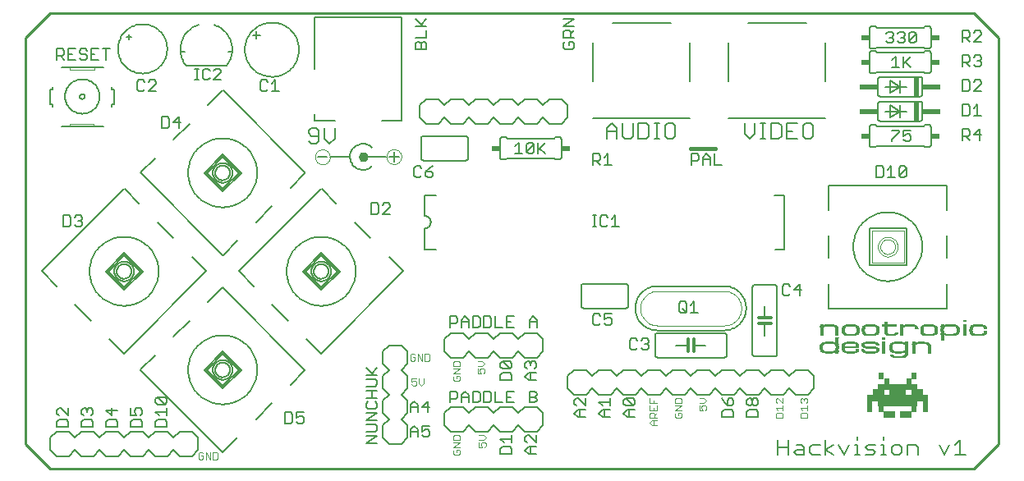
<source format=gto>
G75*
G70*
%OFA0B0*%
%FSLAX24Y24*%
%IPPOS*%
%LPD*%
%AMOC8*
5,1,8,0,0,1.08239X$1,22.5*
%
%ADD10C,0.0100*%
%ADD11C,0.0070*%
%ADD12C,0.0050*%
%ADD13C,0.0030*%
%ADD14R,0.0288X0.0004*%
%ADD15R,0.0356X0.0004*%
%ADD16R,0.0408X0.0004*%
%ADD17R,0.0444X0.0004*%
%ADD18R,0.0472X0.0004*%
%ADD19R,0.0504X0.0004*%
%ADD20R,0.0524X0.0004*%
%ADD21R,0.0544X0.0004*%
%ADD22R,0.0564X0.0004*%
%ADD23R,0.0580X0.0004*%
%ADD24R,0.0596X0.0004*%
%ADD25R,0.0604X0.0004*%
%ADD26R,0.0616X0.0004*%
%ADD27R,0.0208X0.0004*%
%ADD28R,0.0212X0.0004*%
%ADD29R,0.0176X0.0004*%
%ADD30R,0.0188X0.0004*%
%ADD31R,0.0160X0.0004*%
%ADD32R,0.0168X0.0004*%
%ADD33R,0.0148X0.0004*%
%ADD34R,0.0160X0.0004*%
%ADD35R,0.0136X0.0004*%
%ADD36R,0.0152X0.0004*%
%ADD37R,0.0132X0.0004*%
%ADD38R,0.0144X0.0004*%
%ADD39R,0.0128X0.0004*%
%ADD40R,0.0140X0.0004*%
%ADD41R,0.0124X0.0004*%
%ADD42R,0.0136X0.0004*%
%ADD43R,0.0124X0.0004*%
%ADD44R,0.0136X0.0004*%
%ADD45R,0.0120X0.0004*%
%ADD46R,0.0128X0.0004*%
%ADD47R,0.0116X0.0004*%
%ADD48R,0.0112X0.0004*%
%ADD49R,0.0116X0.0004*%
%ADD50R,0.0112X0.0004*%
%ADD51R,0.0120X0.0004*%
%ADD52R,0.0116X0.0004*%
%ADD53R,0.0116X0.0004*%
%ADD54R,0.0204X0.0004*%
%ADD55R,0.0268X0.0004*%
%ADD56R,0.0200X0.0004*%
%ADD57R,0.0300X0.0004*%
%ADD58R,0.0308X0.0004*%
%ADD59R,0.0368X0.0004*%
%ADD60R,0.0292X0.0004*%
%ADD61R,0.0352X0.0004*%
%ADD62R,0.0368X0.0004*%
%ADD63R,0.0424X0.0004*%
%ADD64R,0.0348X0.0004*%
%ADD65R,0.0392X0.0004*%
%ADD66R,0.0408X0.0004*%
%ADD67R,0.0464X0.0004*%
%ADD68R,0.0388X0.0004*%
%ADD69R,0.0444X0.0004*%
%ADD70R,0.0496X0.0004*%
%ADD71R,0.0416X0.0004*%
%ADD72R,0.0452X0.0004*%
%ADD73R,0.0468X0.0004*%
%ADD74R,0.0524X0.0004*%
%ADD75R,0.0444X0.0004*%
%ADD76R,0.0492X0.0004*%
%ADD77R,0.0544X0.0004*%
%ADD78R,0.0468X0.0004*%
%ADD79R,0.0488X0.0004*%
%ADD80R,0.0516X0.0004*%
%ADD81R,0.0564X0.0004*%
%ADD82R,0.0508X0.0004*%
%ADD83R,0.0536X0.0004*%
%ADD84R,0.0580X0.0004*%
%ADD85R,0.0524X0.0004*%
%ADD86R,0.0552X0.0004*%
%ADD87R,0.0596X0.0004*%
%ADD88R,0.0540X0.0004*%
%ADD89R,0.0564X0.0004*%
%ADD90R,0.0612X0.0004*%
%ADD91R,0.0536X0.0004*%
%ADD92R,0.0576X0.0004*%
%ADD93R,0.0624X0.0004*%
%ADD94R,0.0680X0.0004*%
%ADD95R,0.0592X0.0004*%
%ADD96R,0.0632X0.0004*%
%ADD97R,0.0560X0.0004*%
%ADD98R,0.0688X0.0004*%
%ADD99R,0.0600X0.0004*%
%ADD100R,0.0644X0.0004*%
%ADD101R,0.0236X0.0004*%
%ADD102R,0.0312X0.0004*%
%ADD103R,0.0216X0.0004*%
%ADD104R,0.0224X0.0004*%
%ADD105R,0.0200X0.0004*%
%ADD106R,0.0244X0.0004*%
%ADD107R,0.0196X0.0004*%
%ADD108R,0.0264X0.0004*%
%ADD109R,0.0176X0.0004*%
%ADD110R,0.0172X0.0004*%
%ADD111R,0.0260X0.0004*%
%ADD112R,0.0180X0.0004*%
%ADD113R,0.0240X0.0004*%
%ADD114R,0.0152X0.0004*%
%ADD115R,0.0152X0.0004*%
%ADD116R,0.0236X0.0004*%
%ADD117R,0.0168X0.0004*%
%ADD118R,0.0224X0.0004*%
%ADD119R,0.0164X0.0004*%
%ADD120R,0.0220X0.0004*%
%ADD121R,0.0212X0.0004*%
%ADD122R,0.0140X0.0004*%
%ADD123R,0.0132X0.0004*%
%ADD124R,0.0124X0.0004*%
%ADD125R,0.0156X0.0004*%
%ADD126R,0.0204X0.0004*%
%ADD127R,0.0148X0.0004*%
%ADD128R,0.0192X0.0004*%
%ADD129R,0.0192X0.0004*%
%ADD130R,0.0184X0.0004*%
%ADD131R,0.0184X0.0004*%
%ADD132R,0.0108X0.0004*%
%ADD133R,0.0176X0.0004*%
%ADD134R,0.0136X0.0004*%
%ADD135R,0.0132X0.0004*%
%ADD136R,0.0168X0.0004*%
%ADD137R,0.0108X0.0004*%
%ADD138R,0.0164X0.0004*%
%ADD139R,0.0108X0.0004*%
%ADD140R,0.0104X0.0004*%
%ADD141R,0.0124X0.0004*%
%ADD142R,0.0156X0.0004*%
%ADD143R,0.0156X0.0004*%
%ADD144R,0.0112X0.0004*%
%ADD145R,0.0108X0.0004*%
%ADD146R,0.0104X0.0004*%
%ADD147R,0.0112X0.0004*%
%ADD148R,0.0104X0.0004*%
%ADD149R,0.0144X0.0004*%
%ADD150R,0.0144X0.0004*%
%ADD151R,0.0104X0.0004*%
%ADD152R,0.0100X0.0004*%
%ADD153R,0.0100X0.0004*%
%ADD154R,0.0096X0.0004*%
%ADD155R,0.0128X0.0004*%
%ADD156R,0.0148X0.0004*%
%ADD157R,0.0228X0.0004*%
%ADD158R,0.0504X0.0004*%
%ADD159R,0.0532X0.0004*%
%ADD160R,0.0552X0.0004*%
%ADD161R,0.0688X0.0004*%
%ADD162R,0.0564X0.0004*%
%ADD163R,0.0568X0.0004*%
%ADD164R,0.0568X0.0004*%
%ADD165R,0.0552X0.0004*%
%ADD166R,0.0536X0.0004*%
%ADD167R,0.0472X0.0004*%
%ADD168R,0.0196X0.0004*%
%ADD169R,0.0132X0.0004*%
%ADD170R,0.0164X0.0004*%
%ADD171R,0.0172X0.0004*%
%ADD172R,0.0172X0.0004*%
%ADD173R,0.0188X0.0004*%
%ADD174R,0.0192X0.0004*%
%ADD175R,0.0204X0.0004*%
%ADD176R,0.0156X0.0004*%
%ADD177R,0.0172X0.0004*%
%ADD178R,0.0216X0.0004*%
%ADD179R,0.0216X0.0004*%
%ADD180R,0.0232X0.0004*%
%ADD181R,0.0168X0.0004*%
%ADD182R,0.0228X0.0004*%
%ADD183R,0.0232X0.0004*%
%ADD184R,0.0204X0.0004*%
%ADD185R,0.0256X0.0004*%
%ADD186R,0.0252X0.0004*%
%ADD187R,0.0256X0.0004*%
%ADD188R,0.0320X0.0004*%
%ADD189R,0.0224X0.0004*%
%ADD190R,0.0300X0.0004*%
%ADD191R,0.0236X0.0004*%
%ADD192R,0.0684X0.0004*%
%ADD193R,0.0636X0.0004*%
%ADD194R,0.0548X0.0004*%
%ADD195R,0.0556X0.0004*%
%ADD196R,0.0560X0.0004*%
%ADD197R,0.0624X0.0004*%
%ADD198R,0.0548X0.0004*%
%ADD199R,0.0612X0.0004*%
%ADD200R,0.0540X0.0004*%
%ADD201R,0.0600X0.0004*%
%ADD202R,0.0508X0.0004*%
%ADD203R,0.0516X0.0004*%
%ADD204R,0.0516X0.0004*%
%ADD205R,0.0584X0.0004*%
%ADD206R,0.0496X0.0004*%
%ADD207R,0.0500X0.0004*%
%ADD208R,0.0476X0.0004*%
%ADD209R,0.0480X0.0004*%
%ADD210R,0.0472X0.0004*%
%ADD211R,0.0460X0.0004*%
%ADD212R,0.0460X0.0004*%
%ADD213R,0.0452X0.0004*%
%ADD214R,0.0432X0.0004*%
%ADD215R,0.0436X0.0004*%
%ADD216R,0.0428X0.0004*%
%ADD217R,0.0408X0.0004*%
%ADD218R,0.0484X0.0004*%
%ADD219R,0.0396X0.0004*%
%ADD220R,0.0376X0.0004*%
%ADD221R,0.0376X0.0004*%
%ADD222R,0.0376X0.0004*%
%ADD223R,0.0448X0.0004*%
%ADD224R,0.0340X0.0004*%
%ADD225R,0.0332X0.0004*%
%ADD226R,0.0412X0.0004*%
%ADD227R,0.0312X0.0004*%
%ADD228R,0.0296X0.0004*%
%ADD229R,0.0280X0.0004*%
%ADD230R,0.0356X0.0004*%
%ADD231R,0.0188X0.0004*%
%ADD232R,0.0272X0.0004*%
%ADD233R,0.0284X0.0004*%
%ADD234R,0.0308X0.0004*%
%ADD235R,0.0316X0.0004*%
%ADD236R,0.0360X0.0004*%
%ADD237R,0.0348X0.0004*%
%ADD238R,0.0380X0.0004*%
%ADD239R,0.0400X0.0004*%
%ADD240R,0.0372X0.0004*%
%ADD241R,0.0412X0.0004*%
%ADD242R,0.0396X0.0004*%
%ADD243R,0.0440X0.0004*%
%ADD244R,0.0428X0.0004*%
%ADD245R,0.0484X0.0004*%
%ADD246R,0.0504X0.0004*%
%ADD247R,0.0520X0.0004*%
%ADD248R,0.0504X0.0004*%
%ADD249R,0.0536X0.0004*%
%ADD250R,0.0452X0.0004*%
%ADD251R,0.0464X0.0004*%
%ADD252R,0.0476X0.0004*%
%ADD253R,0.0576X0.0004*%
%ADD254R,0.0556X0.0004*%
%ADD255R,0.0588X0.0004*%
%ADD256R,0.0492X0.0004*%
%ADD257R,0.0684X0.0004*%
%ADD258R,0.0216X0.0004*%
%ADD259R,0.0304X0.0004*%
%ADD260R,0.0248X0.0004*%
%ADD261R,0.0148X0.0004*%
%ADD262R,0.0232X0.0004*%
%ADD263R,0.0180X0.0004*%
%ADD264R,0.0212X0.0004*%
%ADD265R,0.0144X0.0004*%
%ADD266R,0.0152X0.0004*%
%ADD267R,0.0164X0.0004*%
%ADD268R,0.0184X0.0004*%
%ADD269R,0.0192X0.0004*%
%ADD270R,0.0208X0.0004*%
%ADD271R,0.0252X0.0004*%
%ADD272R,0.0244X0.0004*%
%ADD273R,0.0276X0.0004*%
%ADD274R,0.0268X0.0004*%
%ADD275R,0.0184X0.0004*%
%ADD276R,0.0224X0.0004*%
%ADD277R,0.0592X0.0004*%
%ADD278R,0.0264X0.0004*%
%ADD279R,0.0324X0.0004*%
%ADD280R,0.0252X0.0004*%
%ADD281R,0.0228X0.0004*%
%ADD282R,0.0572X0.0004*%
%ADD283R,0.0584X0.0004*%
%ADD284R,0.0524X0.0004*%
%ADD285R,0.0528X0.0004*%
%ADD286R,0.0512X0.0004*%
%ADD287R,0.0476X0.0004*%
%ADD288R,0.0516X0.0004*%
%ADD289R,0.0488X0.0004*%
%ADD290R,0.0432X0.0004*%
%ADD291R,0.0436X0.0004*%
%ADD292R,0.0476X0.0004*%
%ADD293R,0.0416X0.0004*%
%ADD294R,0.0416X0.0004*%
%ADD295R,0.0376X0.0004*%
%ADD296R,0.0420X0.0004*%
%ADD297R,0.0424X0.0004*%
%ADD298R,0.0384X0.0004*%
%ADD299R,0.0384X0.0004*%
%ADD300R,0.0336X0.0004*%
%ADD301R,0.0388X0.0004*%
%ADD302R,0.0296X0.0004*%
%ADD303R,0.0344X0.0004*%
%ADD304R,0.0344X0.0004*%
%ADD305R,0.0288X0.0004*%
%ADD306R,0.0280X0.0004*%
%ADD307C,0.0080*%
%ADD308C,0.0040*%
%ADD309C,0.0060*%
%ADD310R,0.0450X0.0010*%
%ADD311R,0.0230X0.0010*%
%ADD312R,0.1580X0.0010*%
%ADD313R,0.2480X0.0010*%
%ADD314R,0.0680X0.0010*%
%ADD315R,0.0220X0.0010*%
%ADD316C,0.0020*%
%ADD317R,0.0340X0.0240*%
%ADD318C,0.0120*%
%ADD319C,0.0160*%
%ADD320R,0.0200X0.0800*%
%ADD321R,0.0750X0.0200*%
D10*
X001151Y000494D02*
X038651Y000494D01*
X039651Y001494D01*
X039651Y017994D01*
X038651Y018994D01*
X001151Y018994D01*
X000151Y017994D01*
X000151Y001494D01*
X001151Y000494D01*
X013711Y013146D02*
X013713Y013169D01*
X013719Y013192D01*
X013728Y013214D01*
X013741Y013233D01*
X013757Y013250D01*
X013775Y013265D01*
X013796Y013276D01*
X013818Y013284D01*
X013841Y013288D01*
X013865Y013288D01*
X013888Y013284D01*
X013910Y013276D01*
X013931Y013265D01*
X013949Y013250D01*
X013965Y013233D01*
X013978Y013214D01*
X013987Y013192D01*
X013993Y013169D01*
X013995Y013146D01*
X013993Y013123D01*
X013987Y013100D01*
X013978Y013078D01*
X013965Y013059D01*
X013949Y013042D01*
X013931Y013027D01*
X013910Y013016D01*
X013888Y013008D01*
X013865Y013004D01*
X013841Y013004D01*
X013818Y013008D01*
X013796Y013016D01*
X013775Y013027D01*
X013757Y013042D01*
X013741Y013059D01*
X013728Y013078D01*
X013719Y013100D01*
X013713Y013123D01*
X013711Y013146D01*
X013803Y013146D02*
X013805Y013159D01*
X013810Y013172D01*
X013819Y013183D01*
X013830Y013190D01*
X013843Y013195D01*
X013856Y013196D01*
X013870Y013193D01*
X013882Y013187D01*
X013892Y013178D01*
X013899Y013166D01*
X013903Y013153D01*
X013903Y013139D01*
X013899Y013126D01*
X013892Y013114D01*
X013882Y013105D01*
X013870Y013099D01*
X013856Y013096D01*
X013843Y013097D01*
X013830Y013102D01*
X013819Y013109D01*
X013810Y013120D01*
X013805Y013133D01*
X013803Y013146D01*
D11*
X012700Y013886D02*
X012700Y014306D01*
X012280Y014306D02*
X012280Y013886D01*
X012490Y013676D01*
X012700Y013886D01*
X012056Y013781D02*
X012056Y014201D01*
X011950Y014306D01*
X011740Y014306D01*
X011635Y014201D01*
X011635Y014096D01*
X011740Y013991D01*
X012056Y013991D01*
X012056Y013781D02*
X011950Y013676D01*
X011740Y013676D01*
X011635Y013781D01*
X023736Y013879D02*
X023736Y014299D01*
X023946Y014509D01*
X024157Y014299D01*
X024157Y013879D01*
X024381Y013984D02*
X024486Y013879D01*
X024696Y013879D01*
X024801Y013984D01*
X024801Y014509D01*
X025025Y014509D02*
X025340Y014509D01*
X025446Y014404D01*
X025446Y013984D01*
X025340Y013879D01*
X025025Y013879D01*
X025025Y014509D01*
X025670Y014509D02*
X025880Y014509D01*
X025775Y014509D02*
X025775Y013879D01*
X025670Y013879D02*
X025880Y013879D01*
X026099Y013984D02*
X026205Y013879D01*
X026415Y013879D01*
X026520Y013984D01*
X026520Y014404D01*
X026415Y014509D01*
X026205Y014509D01*
X026099Y014404D01*
X026099Y013984D01*
X024381Y013984D02*
X024381Y014509D01*
X024157Y014194D02*
X023736Y014194D01*
X029336Y014089D02*
X029546Y013879D01*
X029757Y014089D01*
X029757Y014509D01*
X029981Y014509D02*
X030191Y014509D01*
X030086Y014509D02*
X030086Y013879D01*
X029981Y013879D02*
X030191Y013879D01*
X030410Y013879D02*
X030726Y013879D01*
X030831Y013984D01*
X030831Y014404D01*
X030726Y014509D01*
X030410Y014509D01*
X030410Y013879D01*
X031055Y013879D02*
X031475Y013879D01*
X031699Y013984D02*
X031805Y013879D01*
X032015Y013879D01*
X032120Y013984D01*
X032120Y014404D01*
X032015Y014509D01*
X031805Y014509D01*
X031699Y014404D01*
X031699Y013984D01*
X031265Y014194D02*
X031055Y014194D01*
X031055Y014509D02*
X031055Y013879D01*
X031055Y014509D02*
X031475Y014509D01*
X029336Y014509D02*
X029336Y014089D01*
X030686Y001659D02*
X030686Y001029D01*
X030686Y001344D02*
X031107Y001344D01*
X031331Y001134D02*
X031436Y001239D01*
X031751Y001239D01*
X031751Y001344D02*
X031751Y001029D01*
X031436Y001029D01*
X031331Y001134D01*
X031107Y001029D02*
X031107Y001659D01*
X031436Y001449D02*
X031646Y001449D01*
X031751Y001344D01*
X031975Y001344D02*
X032080Y001449D01*
X032396Y001449D01*
X032620Y001239D02*
X032935Y001449D01*
X033157Y001449D02*
X033367Y001029D01*
X033577Y001449D01*
X033801Y001449D02*
X033906Y001449D01*
X033906Y001029D01*
X033801Y001029D02*
X034012Y001029D01*
X034231Y001029D02*
X034546Y001029D01*
X034651Y001134D01*
X034546Y001239D01*
X034336Y001239D01*
X034231Y001344D01*
X034336Y001449D01*
X034651Y001449D01*
X034876Y001449D02*
X034981Y001449D01*
X034981Y001029D01*
X034876Y001029D02*
X035086Y001029D01*
X035305Y001134D02*
X035410Y001029D01*
X035621Y001029D01*
X035726Y001134D01*
X035726Y001344D01*
X035621Y001449D01*
X035410Y001449D01*
X035305Y001344D01*
X035305Y001134D01*
X035950Y001029D02*
X035950Y001449D01*
X036265Y001449D01*
X036370Y001344D01*
X036370Y001029D01*
X037239Y001449D02*
X037449Y001029D01*
X037659Y001449D01*
X037883Y001449D02*
X038094Y001659D01*
X038094Y001029D01*
X038304Y001029D02*
X037883Y001029D01*
X034981Y001659D02*
X034981Y001764D01*
X033906Y001764D02*
X033906Y001659D01*
X032935Y001029D02*
X032620Y001239D01*
X032620Y001029D02*
X032620Y001659D01*
X031975Y001344D02*
X031975Y001134D01*
X032080Y001029D01*
X032396Y001029D01*
D12*
X029876Y002569D02*
X029876Y002794D01*
X029801Y002869D01*
X029501Y002869D01*
X029426Y002794D01*
X029426Y002569D01*
X029876Y002569D01*
X029801Y003029D02*
X029726Y003029D01*
X029651Y003104D01*
X029651Y003254D01*
X029726Y003329D01*
X029801Y003329D01*
X029876Y003254D01*
X029876Y003104D01*
X029801Y003029D01*
X029651Y003104D02*
X029576Y003029D01*
X029501Y003029D01*
X029426Y003104D01*
X029426Y003254D01*
X029501Y003329D01*
X029576Y003329D01*
X029651Y003254D01*
X028876Y003254D02*
X028876Y003104D01*
X028801Y003029D01*
X028651Y003029D01*
X028651Y003254D01*
X028726Y003329D01*
X028801Y003329D01*
X028876Y003254D01*
X028651Y003029D02*
X028501Y003179D01*
X028426Y003329D01*
X028501Y002869D02*
X028426Y002794D01*
X028426Y002569D01*
X028876Y002569D01*
X028876Y002794D01*
X028801Y002869D01*
X028501Y002869D01*
X024876Y002869D02*
X024576Y002869D01*
X024426Y002719D01*
X024576Y002569D01*
X024876Y002569D01*
X024651Y002569D02*
X024651Y002869D01*
X024501Y003029D02*
X024426Y003104D01*
X024426Y003254D01*
X024501Y003329D01*
X024801Y003029D01*
X024876Y003104D01*
X024876Y003254D01*
X024801Y003329D01*
X024501Y003329D01*
X024501Y003029D02*
X024801Y003029D01*
X023876Y003029D02*
X023876Y003329D01*
X023876Y003179D02*
X023426Y003179D01*
X023576Y003029D01*
X023576Y002869D02*
X023876Y002869D01*
X023651Y002869D02*
X023651Y002569D01*
X023576Y002569D02*
X023426Y002719D01*
X023576Y002869D01*
X023576Y002569D02*
X023876Y002569D01*
X022876Y002569D02*
X022576Y002569D01*
X022426Y002719D01*
X022576Y002869D01*
X022876Y002869D01*
X022876Y003029D02*
X022576Y003329D01*
X022501Y003329D01*
X022426Y003254D01*
X022426Y003104D01*
X022501Y003029D01*
X022651Y002869D02*
X022651Y002569D01*
X022876Y003029D02*
X022876Y003329D01*
X020899Y003319D02*
X020899Y003244D01*
X020824Y003169D01*
X020599Y003169D01*
X020599Y003619D01*
X020824Y003619D01*
X020899Y003544D01*
X020899Y003469D01*
X020824Y003394D01*
X020599Y003394D01*
X020824Y003394D02*
X020899Y003319D01*
X019978Y003169D02*
X019678Y003169D01*
X019678Y003619D01*
X019978Y003619D01*
X019828Y003394D02*
X019678Y003394D01*
X019518Y003169D02*
X019218Y003169D01*
X019218Y003619D01*
X019057Y003544D02*
X018982Y003619D01*
X018757Y003619D01*
X018757Y003169D01*
X018982Y003169D01*
X019057Y003244D01*
X019057Y003544D01*
X018597Y003544D02*
X018597Y003244D01*
X018522Y003169D01*
X018297Y003169D01*
X018297Y003619D01*
X018522Y003619D01*
X018597Y003544D01*
X018137Y003469D02*
X018137Y003169D01*
X018137Y003394D02*
X017837Y003394D01*
X017837Y003469D02*
X017987Y003619D01*
X018137Y003469D01*
X017837Y003469D02*
X017837Y003169D01*
X017676Y003394D02*
X017601Y003319D01*
X017376Y003319D01*
X017376Y003169D02*
X017376Y003619D01*
X017601Y003619D01*
X017676Y003544D01*
X017676Y003394D01*
X016537Y002994D02*
X016237Y002994D01*
X016462Y003219D01*
X016462Y002769D01*
X016076Y002769D02*
X016076Y003069D01*
X015926Y003219D01*
X015776Y003069D01*
X015776Y002769D01*
X015776Y002994D02*
X016076Y002994D01*
X015926Y002219D02*
X016076Y002069D01*
X016076Y001769D01*
X016237Y001844D02*
X016312Y001769D01*
X016462Y001769D01*
X016537Y001844D01*
X016537Y001994D01*
X016462Y002069D01*
X016387Y002069D01*
X016237Y001994D01*
X016237Y002219D01*
X016537Y002219D01*
X016076Y001994D02*
X015776Y001994D01*
X015776Y002069D02*
X015776Y001769D01*
X015776Y002069D02*
X015926Y002219D01*
X014426Y002204D02*
X014351Y002279D01*
X013976Y002279D01*
X013976Y002440D02*
X014426Y002740D01*
X013976Y002740D01*
X014051Y002900D02*
X014351Y002900D01*
X014426Y002975D01*
X014426Y003125D01*
X014351Y003200D01*
X014426Y003360D02*
X013976Y003360D01*
X014051Y003200D02*
X013976Y003125D01*
X013976Y002975D01*
X014051Y002900D01*
X013976Y002440D02*
X014426Y002440D01*
X014426Y002204D02*
X014426Y002054D01*
X014351Y001979D01*
X013976Y001979D01*
X013976Y001819D02*
X014426Y001819D01*
X013976Y001519D01*
X014426Y001519D01*
X014201Y003360D02*
X014201Y003661D01*
X014351Y003821D02*
X013976Y003821D01*
X013976Y003661D02*
X014426Y003661D01*
X014351Y003821D02*
X014426Y003896D01*
X014426Y004046D01*
X014351Y004121D01*
X013976Y004121D01*
X013976Y004281D02*
X014426Y004281D01*
X014276Y004281D02*
X013976Y004581D01*
X014201Y004356D02*
X014426Y004581D01*
X017376Y006219D02*
X017376Y006669D01*
X017601Y006669D01*
X017676Y006594D01*
X017676Y006444D01*
X017601Y006369D01*
X017376Y006369D01*
X017837Y006444D02*
X018137Y006444D01*
X018137Y006519D02*
X017987Y006669D01*
X017837Y006519D01*
X017837Y006219D01*
X018137Y006219D02*
X018137Y006519D01*
X018297Y006669D02*
X018522Y006669D01*
X018597Y006594D01*
X018597Y006294D01*
X018522Y006219D01*
X018297Y006219D01*
X018297Y006669D01*
X018757Y006669D02*
X018982Y006669D01*
X019057Y006594D01*
X019057Y006294D01*
X018982Y006219D01*
X018757Y006219D01*
X018757Y006669D01*
X019218Y006669D02*
X019218Y006219D01*
X019518Y006219D01*
X019678Y006219D02*
X019978Y006219D01*
X019828Y006444D02*
X019678Y006444D01*
X019678Y006669D02*
X019678Y006219D01*
X019678Y006669D02*
X019978Y006669D01*
X020599Y006519D02*
X020599Y006219D01*
X020599Y006444D02*
X020899Y006444D01*
X020899Y006519D02*
X020749Y006669D01*
X020599Y006519D01*
X020899Y006519D02*
X020899Y006219D01*
X023176Y006394D02*
X023251Y006319D01*
X023401Y006319D01*
X023476Y006394D01*
X023637Y006394D02*
X023712Y006319D01*
X023862Y006319D01*
X023937Y006394D01*
X023937Y006544D01*
X023862Y006619D01*
X023787Y006619D01*
X023637Y006544D01*
X023637Y006769D01*
X023937Y006769D01*
X023476Y006694D02*
X023401Y006769D01*
X023251Y006769D01*
X023176Y006694D01*
X023176Y006394D01*
X024676Y005694D02*
X024676Y005394D01*
X024751Y005319D01*
X024901Y005319D01*
X024976Y005394D01*
X025137Y005394D02*
X025212Y005319D01*
X025362Y005319D01*
X025437Y005394D01*
X025437Y005469D01*
X025362Y005544D01*
X025287Y005544D01*
X025362Y005544D02*
X025437Y005619D01*
X025437Y005694D01*
X025362Y005769D01*
X025212Y005769D01*
X025137Y005694D01*
X024976Y005694D02*
X024901Y005769D01*
X024751Y005769D01*
X024676Y005694D01*
X026676Y006894D02*
X026751Y006819D01*
X026901Y006819D01*
X026976Y006894D01*
X026976Y007194D01*
X026901Y007269D01*
X026751Y007269D01*
X026676Y007194D01*
X026676Y006894D01*
X026826Y006969D02*
X026976Y006819D01*
X027137Y006819D02*
X027437Y006819D01*
X027287Y006819D02*
X027287Y007269D01*
X027137Y007119D01*
X030876Y007594D02*
X030951Y007519D01*
X031101Y007519D01*
X031176Y007594D01*
X031337Y007744D02*
X031637Y007744D01*
X031562Y007519D02*
X031562Y007969D01*
X031337Y007744D01*
X031176Y007894D02*
X031101Y007969D01*
X030951Y007969D01*
X030876Y007894D01*
X030876Y007594D01*
X024244Y010319D02*
X023943Y010319D01*
X024094Y010319D02*
X024094Y010769D01*
X023943Y010619D01*
X023783Y010694D02*
X023708Y010769D01*
X023558Y010769D01*
X023483Y010694D01*
X023483Y010394D01*
X023558Y010319D01*
X023708Y010319D01*
X023783Y010394D01*
X023326Y010319D02*
X023176Y010319D01*
X023251Y010319D02*
X023251Y010769D01*
X023176Y010769D02*
X023326Y010769D01*
X023176Y012819D02*
X023176Y013269D01*
X023401Y013269D01*
X023476Y013194D01*
X023476Y013044D01*
X023401Y012969D01*
X023176Y012969D01*
X023326Y012969D02*
X023476Y012819D01*
X023637Y012819D02*
X023937Y012819D01*
X023787Y012819D02*
X023787Y013269D01*
X023637Y013119D01*
X021247Y013269D02*
X021022Y013494D01*
X020947Y013419D02*
X021247Y013719D01*
X020947Y013719D02*
X020947Y013269D01*
X020787Y013344D02*
X020787Y013644D01*
X020487Y013344D01*
X020562Y013269D01*
X020712Y013269D01*
X020787Y013344D01*
X020787Y013644D02*
X020712Y013719D01*
X020562Y013719D01*
X020487Y013644D01*
X020487Y013344D01*
X020326Y013269D02*
X020026Y013269D01*
X020176Y013269D02*
X020176Y013719D01*
X020026Y013569D01*
X016687Y012769D02*
X016537Y012694D01*
X016387Y012544D01*
X016612Y012544D01*
X016687Y012469D01*
X016687Y012394D01*
X016612Y012319D01*
X016462Y012319D01*
X016387Y012394D01*
X016387Y012544D01*
X016226Y012394D02*
X016151Y012319D01*
X016001Y012319D01*
X015926Y012394D01*
X015926Y012694D01*
X016001Y012769D01*
X016151Y012769D01*
X016226Y012694D01*
X014862Y011269D02*
X014712Y011269D01*
X014637Y011194D01*
X014476Y011194D02*
X014401Y011269D01*
X014176Y011269D01*
X014176Y010819D01*
X014401Y010819D01*
X014476Y010894D01*
X014476Y011194D01*
X014862Y011269D02*
X014937Y011194D01*
X014937Y011119D01*
X014637Y010819D01*
X014937Y010819D01*
X014220Y012772D02*
X014186Y012742D01*
X014151Y012714D01*
X014113Y012689D01*
X014073Y012668D01*
X014031Y012650D01*
X013988Y012636D01*
X013944Y012625D01*
X013899Y012619D01*
X013854Y012616D01*
X013808Y012617D01*
X013763Y012622D01*
X013719Y012631D01*
X013675Y012644D01*
X013633Y012660D01*
X013592Y012680D01*
X013553Y012703D01*
X013517Y012729D01*
X013482Y012759D01*
X013451Y012791D01*
X013422Y012826D01*
X013396Y012864D01*
X013374Y012903D01*
X013355Y012944D01*
X013339Y012987D01*
X013328Y013030D01*
X013320Y013075D01*
X013316Y013120D01*
X013315Y013166D01*
X013319Y013211D01*
X013327Y013255D01*
X013338Y013299D01*
X013353Y013342D01*
X013372Y013383D01*
X013394Y013423D01*
X013419Y013460D01*
X013448Y013496D01*
X013479Y013528D01*
X013513Y013558D01*
X013550Y013585D01*
X013589Y013608D01*
X013629Y013628D01*
X013671Y013645D01*
X013715Y013658D01*
X013759Y013667D01*
X013804Y013672D01*
X013849Y013674D01*
X013895Y013672D01*
X013940Y013665D01*
X013984Y013655D01*
X014027Y013641D01*
X014069Y013624D01*
X014109Y013603D01*
X014147Y013579D01*
X014183Y013551D01*
X014217Y013521D01*
X010437Y015819D02*
X010137Y015819D01*
X010287Y015819D02*
X010287Y016269D01*
X010137Y016119D01*
X009976Y016194D02*
X009901Y016269D01*
X009751Y016269D01*
X009676Y016194D01*
X009676Y015894D01*
X009751Y015819D01*
X009901Y015819D01*
X009976Y015894D01*
X008094Y016269D02*
X007793Y016269D01*
X008094Y016569D01*
X008094Y016644D01*
X008019Y016719D01*
X007868Y016719D01*
X007793Y016644D01*
X007633Y016644D02*
X007558Y016719D01*
X007408Y016719D01*
X007333Y016644D01*
X007333Y016344D01*
X007408Y016269D01*
X007558Y016269D01*
X007633Y016344D01*
X007176Y016269D02*
X007026Y016269D01*
X007101Y016269D02*
X007101Y016719D01*
X007026Y016719D02*
X007176Y016719D01*
X005437Y016194D02*
X005437Y016119D01*
X005137Y015819D01*
X005437Y015819D01*
X004976Y015894D02*
X004901Y015819D01*
X004751Y015819D01*
X004676Y015894D01*
X004676Y016194D01*
X004751Y016269D01*
X004901Y016269D01*
X004976Y016194D01*
X005137Y016194D02*
X005212Y016269D01*
X005362Y016269D01*
X005437Y016194D01*
X003415Y017087D02*
X003415Y017537D01*
X003265Y017537D02*
X003565Y017537D01*
X003104Y017537D02*
X002804Y017537D01*
X002804Y017087D01*
X003104Y017087D01*
X002954Y017312D02*
X002804Y017312D01*
X002644Y017237D02*
X002569Y017312D01*
X002419Y017312D01*
X002344Y017387D01*
X002344Y017462D01*
X002419Y017537D01*
X002569Y017537D01*
X002644Y017462D01*
X002644Y017237D02*
X002644Y017162D01*
X002569Y017087D01*
X002419Y017087D01*
X002344Y017162D01*
X002184Y017087D02*
X001884Y017087D01*
X001884Y017537D01*
X002184Y017537D01*
X002034Y017312D02*
X001884Y017312D01*
X001723Y017312D02*
X001648Y017237D01*
X001423Y017237D01*
X001423Y017087D02*
X001423Y017537D01*
X001648Y017537D01*
X001723Y017462D01*
X001723Y017312D01*
X001573Y017237D02*
X001723Y017087D01*
X005676Y014769D02*
X005901Y014769D01*
X005976Y014694D01*
X005976Y014394D01*
X005901Y014319D01*
X005676Y014319D01*
X005676Y014769D01*
X006137Y014544D02*
X006437Y014544D01*
X006362Y014319D02*
X006362Y014769D01*
X006137Y014544D01*
X002362Y010769D02*
X002437Y010694D01*
X002437Y010619D01*
X002362Y010544D01*
X002437Y010469D01*
X002437Y010394D01*
X002362Y010319D01*
X002212Y010319D01*
X002137Y010394D01*
X001976Y010394D02*
X001976Y010694D01*
X001901Y010769D01*
X001676Y010769D01*
X001676Y010319D01*
X001901Y010319D01*
X001976Y010394D01*
X002137Y010694D02*
X002212Y010769D01*
X002362Y010769D01*
X002362Y010544D02*
X002287Y010544D01*
X005501Y003390D02*
X005801Y003090D01*
X005876Y003165D01*
X005876Y003315D01*
X005801Y003390D01*
X005501Y003390D01*
X005426Y003315D01*
X005426Y003165D01*
X005501Y003090D01*
X005801Y003090D01*
X005876Y002929D02*
X005876Y002629D01*
X005876Y002779D02*
X005426Y002779D01*
X005576Y002629D01*
X005501Y002469D02*
X005426Y002394D01*
X005426Y002169D01*
X005876Y002169D01*
X005876Y002394D01*
X005801Y002469D01*
X005501Y002469D01*
X004876Y002394D02*
X004876Y002169D01*
X004426Y002169D01*
X004426Y002394D01*
X004501Y002469D01*
X004801Y002469D01*
X004876Y002394D01*
X004801Y002629D02*
X004876Y002704D01*
X004876Y002854D01*
X004801Y002929D01*
X004651Y002929D01*
X004576Y002854D01*
X004576Y002779D01*
X004651Y002629D01*
X004426Y002629D01*
X004426Y002929D01*
X003876Y002854D02*
X003426Y002854D01*
X003651Y002629D01*
X003651Y002929D01*
X002876Y002854D02*
X002876Y002704D01*
X002801Y002629D01*
X002801Y002469D02*
X002501Y002469D01*
X002426Y002394D01*
X002426Y002169D01*
X002876Y002169D01*
X002876Y002394D01*
X002801Y002469D01*
X002501Y002629D02*
X002426Y002704D01*
X002426Y002854D01*
X002501Y002929D01*
X002576Y002929D01*
X002651Y002854D01*
X002726Y002929D01*
X002801Y002929D01*
X002876Y002854D01*
X002651Y002854D02*
X002651Y002779D01*
X001876Y002629D02*
X001576Y002929D01*
X001501Y002929D01*
X001426Y002854D01*
X001426Y002704D01*
X001501Y002629D01*
X001501Y002469D02*
X001426Y002394D01*
X001426Y002169D01*
X001876Y002169D01*
X001876Y002394D01*
X001801Y002469D01*
X001501Y002469D01*
X001876Y002629D02*
X001876Y002929D01*
X003426Y002394D02*
X003426Y002169D01*
X003876Y002169D01*
X003876Y002394D01*
X003801Y002469D01*
X003501Y002469D01*
X003426Y002394D01*
X010676Y002319D02*
X010901Y002319D01*
X010976Y002394D01*
X010976Y002694D01*
X010901Y002769D01*
X010676Y002769D01*
X010676Y002319D01*
X011137Y002394D02*
X011212Y002319D01*
X011362Y002319D01*
X011437Y002394D01*
X011437Y002544D01*
X011362Y002619D01*
X011287Y002619D01*
X011137Y002544D01*
X011137Y002769D01*
X011437Y002769D01*
X019426Y001679D02*
X019576Y001529D01*
X019501Y001369D02*
X019426Y001294D01*
X019426Y001069D01*
X019876Y001069D01*
X019876Y001294D01*
X019801Y001369D01*
X019501Y001369D01*
X019426Y001679D02*
X019876Y001679D01*
X019876Y001529D02*
X019876Y001829D01*
X020426Y001754D02*
X020426Y001604D01*
X020501Y001529D01*
X020576Y001369D02*
X020876Y001369D01*
X020876Y001529D02*
X020576Y001829D01*
X020501Y001829D01*
X020426Y001754D01*
X020576Y001369D02*
X020426Y001219D01*
X020576Y001069D01*
X020876Y001069D01*
X020651Y001069D02*
X020651Y001369D01*
X020876Y001529D02*
X020876Y001829D01*
X020876Y004069D02*
X020576Y004069D01*
X020426Y004219D01*
X020576Y004369D01*
X020876Y004369D01*
X020801Y004529D02*
X020876Y004604D01*
X020876Y004754D01*
X020801Y004829D01*
X020726Y004829D01*
X020651Y004754D01*
X020651Y004679D01*
X020651Y004754D02*
X020576Y004829D01*
X020501Y004829D01*
X020426Y004754D01*
X020426Y004604D01*
X020501Y004529D01*
X020651Y004369D02*
X020651Y004069D01*
X019876Y004069D02*
X019876Y004294D01*
X019801Y004369D01*
X019501Y004369D01*
X019426Y004294D01*
X019426Y004069D01*
X019876Y004069D01*
X019801Y004529D02*
X019501Y004529D01*
X019426Y004604D01*
X019426Y004754D01*
X019501Y004829D01*
X019801Y004529D01*
X019876Y004604D01*
X019876Y004754D01*
X019801Y004829D01*
X019501Y004829D01*
X027176Y012819D02*
X027176Y013269D01*
X027401Y013269D01*
X027476Y013194D01*
X027476Y013044D01*
X027401Y012969D01*
X027176Y012969D01*
X027637Y013044D02*
X027937Y013044D01*
X027937Y013119D02*
X027937Y012819D01*
X028097Y012819D02*
X028397Y012819D01*
X028097Y012819D02*
X028097Y013269D01*
X027937Y013119D02*
X027787Y013269D01*
X027637Y013119D01*
X027637Y012819D01*
X034676Y012769D02*
X034676Y012319D01*
X034901Y012319D01*
X034976Y012394D01*
X034976Y012694D01*
X034901Y012769D01*
X034676Y012769D01*
X035137Y012619D02*
X035287Y012769D01*
X035287Y012319D01*
X035137Y012319D02*
X035437Y012319D01*
X035597Y012394D02*
X035897Y012694D01*
X035897Y012394D01*
X035822Y012319D01*
X035672Y012319D01*
X035597Y012394D01*
X035597Y012694D01*
X035672Y012769D01*
X035822Y012769D01*
X035897Y012694D01*
X035862Y013769D02*
X035787Y013844D01*
X035862Y013769D02*
X036012Y013769D01*
X036087Y013844D01*
X036087Y013994D01*
X036012Y014069D01*
X035937Y014069D01*
X035787Y013994D01*
X035787Y014219D01*
X036087Y014219D01*
X035626Y014219D02*
X035626Y014144D01*
X035326Y013844D01*
X035326Y013769D01*
X035326Y014219D02*
X035626Y014219D01*
X038176Y014269D02*
X038176Y013819D01*
X038176Y013969D02*
X038401Y013969D01*
X038476Y014044D01*
X038476Y014194D01*
X038401Y014269D01*
X038176Y014269D01*
X038326Y013969D02*
X038476Y013819D01*
X038637Y014044D02*
X038937Y014044D01*
X038862Y013819D02*
X038862Y014269D01*
X038637Y014044D01*
X038637Y014819D02*
X038937Y014819D01*
X038787Y014819D02*
X038787Y015269D01*
X038637Y015119D01*
X038476Y015194D02*
X038401Y015269D01*
X038176Y015269D01*
X038176Y014819D01*
X038401Y014819D01*
X038476Y014894D01*
X038476Y015194D01*
X038401Y015819D02*
X038476Y015894D01*
X038476Y016194D01*
X038401Y016269D01*
X038176Y016269D01*
X038176Y015819D01*
X038401Y015819D01*
X038637Y015819D02*
X038937Y016119D01*
X038937Y016194D01*
X038862Y016269D01*
X038712Y016269D01*
X038637Y016194D01*
X038637Y015819D02*
X038937Y015819D01*
X038862Y016819D02*
X038712Y016819D01*
X038637Y016894D01*
X038476Y016819D02*
X038326Y016969D01*
X038401Y016969D02*
X038176Y016969D01*
X038176Y016819D02*
X038176Y017269D01*
X038401Y017269D01*
X038476Y017194D01*
X038476Y017044D01*
X038401Y016969D01*
X038637Y017194D02*
X038712Y017269D01*
X038862Y017269D01*
X038937Y017194D01*
X038937Y017119D01*
X038862Y017044D01*
X038937Y016969D01*
X038937Y016894D01*
X038862Y016819D01*
X038862Y017044D02*
X038787Y017044D01*
X038937Y017819D02*
X038637Y017819D01*
X038937Y018119D01*
X038937Y018194D01*
X038862Y018269D01*
X038712Y018269D01*
X038637Y018194D01*
X038476Y018194D02*
X038476Y018044D01*
X038401Y017969D01*
X038176Y017969D01*
X038176Y017819D02*
X038176Y018269D01*
X038401Y018269D01*
X038476Y018194D01*
X038326Y017969D02*
X038476Y017819D01*
X036297Y017844D02*
X036222Y017769D01*
X036072Y017769D01*
X035997Y017844D01*
X036297Y018144D01*
X036297Y017844D01*
X035997Y017844D02*
X035997Y018144D01*
X036072Y018219D01*
X036222Y018219D01*
X036297Y018144D01*
X035837Y018144D02*
X035762Y018219D01*
X035612Y018219D01*
X035537Y018144D01*
X035376Y018144D02*
X035376Y018069D01*
X035301Y017994D01*
X035376Y017919D01*
X035376Y017844D01*
X035301Y017769D01*
X035151Y017769D01*
X035076Y017844D01*
X035226Y017994D02*
X035301Y017994D01*
X035376Y018144D02*
X035301Y018219D01*
X035151Y018219D01*
X035076Y018144D01*
X035537Y017844D02*
X035612Y017769D01*
X035762Y017769D01*
X035837Y017844D01*
X035837Y017919D01*
X035762Y017994D01*
X035687Y017994D01*
X035762Y017994D02*
X035837Y018069D01*
X035837Y018144D01*
X035787Y017219D02*
X035787Y016769D01*
X035787Y016919D02*
X036087Y017219D01*
X035862Y016994D02*
X036087Y016769D01*
X035626Y016769D02*
X035326Y016769D01*
X035476Y016769D02*
X035476Y017219D01*
X035326Y017069D01*
X022426Y017594D02*
X022426Y017744D01*
X022351Y017819D01*
X022201Y017819D01*
X022201Y017669D01*
X022051Y017819D02*
X021976Y017744D01*
X021976Y017594D01*
X022051Y017519D01*
X022351Y017519D01*
X022426Y017594D01*
X022426Y017979D02*
X021976Y017979D01*
X021976Y018204D01*
X022051Y018279D01*
X022201Y018279D01*
X022276Y018204D01*
X022276Y017979D01*
X022276Y018129D02*
X022426Y018279D01*
X022426Y018440D02*
X021976Y018440D01*
X022426Y018740D01*
X021976Y018740D01*
X016426Y018740D02*
X016201Y018515D01*
X016276Y018440D02*
X015976Y018740D01*
X015976Y018440D02*
X016426Y018440D01*
X016426Y018279D02*
X016426Y017979D01*
X015976Y017979D01*
X016051Y017819D02*
X016126Y017819D01*
X016201Y017744D01*
X016201Y017519D01*
X016201Y017744D02*
X016276Y017819D01*
X016351Y017819D01*
X016426Y017744D01*
X016426Y017519D01*
X015976Y017519D01*
X015976Y017744D01*
X016051Y017819D01*
D13*
X016061Y005149D02*
X016254Y004859D01*
X016254Y005149D01*
X016355Y005149D02*
X016501Y005149D01*
X016549Y005101D01*
X016549Y004907D01*
X016501Y004859D01*
X016355Y004859D01*
X016355Y005149D01*
X016061Y005149D02*
X016061Y004859D01*
X015960Y004907D02*
X015960Y005004D01*
X015863Y005004D01*
X015960Y005101D02*
X015911Y005149D01*
X015815Y005149D01*
X015766Y005101D01*
X015766Y004907D01*
X015815Y004859D01*
X015911Y004859D01*
X015960Y004907D01*
X016010Y004149D02*
X015816Y004149D01*
X015816Y004004D01*
X015913Y004052D01*
X015961Y004052D01*
X016010Y004004D01*
X016010Y003907D01*
X015961Y003859D01*
X015865Y003859D01*
X015816Y003907D01*
X016111Y003956D02*
X016111Y004149D01*
X016304Y004149D02*
X016304Y003956D01*
X016208Y003859D01*
X016111Y003956D01*
X017496Y004107D02*
X017544Y004059D01*
X017738Y004059D01*
X017786Y004107D01*
X017786Y004204D01*
X017738Y004252D01*
X017641Y004252D01*
X017641Y004156D01*
X017544Y004252D02*
X017496Y004204D01*
X017496Y004107D01*
X017496Y004354D02*
X017786Y004547D01*
X017496Y004547D01*
X017496Y004648D02*
X017496Y004793D01*
X017544Y004842D01*
X017738Y004842D01*
X017786Y004793D01*
X017786Y004648D01*
X017496Y004648D01*
X017496Y004354D02*
X017786Y004354D01*
X018496Y004359D02*
X018641Y004359D01*
X018593Y004456D01*
X018593Y004504D01*
X018641Y004552D01*
X018738Y004552D01*
X018786Y004504D01*
X018786Y004407D01*
X018738Y004359D01*
X018496Y004359D02*
X018496Y004552D01*
X018496Y004654D02*
X018689Y004654D01*
X018786Y004750D01*
X018689Y004847D01*
X018496Y004847D01*
X018546Y001847D02*
X018739Y001847D01*
X018836Y001750D01*
X018739Y001654D01*
X018546Y001654D01*
X018546Y001552D02*
X018546Y001359D01*
X018691Y001359D01*
X018643Y001456D01*
X018643Y001504D01*
X018691Y001552D01*
X018788Y001552D01*
X018836Y001504D01*
X018836Y001407D01*
X018788Y001359D01*
X017786Y001354D02*
X017496Y001354D01*
X017786Y001547D01*
X017496Y001547D01*
X017496Y001648D02*
X017496Y001793D01*
X017544Y001842D01*
X017738Y001842D01*
X017786Y001793D01*
X017786Y001648D01*
X017496Y001648D01*
X017544Y001252D02*
X017496Y001204D01*
X017496Y001107D01*
X017544Y001059D01*
X017738Y001059D01*
X017786Y001107D01*
X017786Y001204D01*
X017738Y001252D01*
X017641Y001252D01*
X017641Y001156D01*
X025484Y002358D02*
X025581Y002454D01*
X025774Y002454D01*
X025774Y002556D02*
X025484Y002556D01*
X025484Y002701D01*
X025532Y002749D01*
X025629Y002749D01*
X025677Y002701D01*
X025677Y002556D01*
X025677Y002652D02*
X025774Y002749D01*
X025774Y002850D02*
X025774Y003044D01*
X025774Y003145D02*
X025484Y003145D01*
X025484Y003338D01*
X025629Y003242D02*
X025629Y003145D01*
X025484Y003044D02*
X025484Y002850D01*
X025774Y002850D01*
X025629Y002850D02*
X025629Y002947D01*
X026496Y002854D02*
X026786Y003047D01*
X026496Y003047D01*
X026786Y003047D01*
X026496Y002854D01*
X026786Y002854D01*
X026496Y002854D01*
X026544Y002752D02*
X026496Y002704D01*
X026496Y002607D01*
X026544Y002559D01*
X026738Y002559D01*
X026786Y002607D01*
X026786Y002704D01*
X026738Y002752D01*
X026641Y002752D01*
X026641Y002656D01*
X026641Y002752D01*
X026738Y002752D01*
X026786Y002704D01*
X026786Y002607D01*
X026738Y002559D01*
X026544Y002559D01*
X026496Y002607D01*
X026496Y002704D01*
X026544Y002752D01*
X026496Y003148D02*
X026496Y003293D01*
X026544Y003342D01*
X026738Y003342D01*
X026786Y003293D01*
X026786Y003148D01*
X026496Y003148D01*
X026496Y003293D01*
X026544Y003342D01*
X026738Y003342D01*
X026786Y003293D01*
X026786Y003148D01*
X026496Y003148D01*
X027496Y003154D02*
X027689Y003154D01*
X027786Y003250D01*
X027689Y003347D01*
X027496Y003347D01*
X027496Y003052D02*
X027496Y002859D01*
X027641Y002859D01*
X027593Y002956D01*
X027593Y003004D01*
X027641Y003052D01*
X027738Y003052D01*
X027786Y003004D01*
X027786Y002907D01*
X027738Y002859D01*
X025774Y002261D02*
X025581Y002261D01*
X025484Y002358D01*
X025629Y002454D02*
X025629Y002261D01*
X030596Y002559D02*
X030596Y002704D01*
X030644Y002752D01*
X030838Y002752D01*
X030886Y002704D01*
X030886Y002559D01*
X030596Y002559D01*
X030693Y002854D02*
X030596Y002950D01*
X030886Y002950D01*
X030886Y002854D02*
X030886Y003047D01*
X030886Y003148D02*
X030693Y003342D01*
X030644Y003342D01*
X030596Y003293D01*
X030596Y003196D01*
X030644Y003148D01*
X030886Y003148D02*
X030886Y003342D01*
X031596Y003293D02*
X031644Y003342D01*
X031693Y003342D01*
X031741Y003293D01*
X031789Y003342D01*
X031838Y003342D01*
X031886Y003293D01*
X031886Y003196D01*
X031838Y003148D01*
X031886Y003047D02*
X031886Y002854D01*
X031886Y002950D02*
X031596Y002950D01*
X031693Y002854D01*
X031644Y002752D02*
X031596Y002704D01*
X031596Y002559D01*
X031886Y002559D01*
X031886Y002704D01*
X031838Y002752D01*
X031644Y002752D01*
X031644Y003148D02*
X031596Y003196D01*
X031596Y003293D01*
X031741Y003293D02*
X031741Y003245D01*
X007949Y001101D02*
X007901Y001149D01*
X007755Y001149D01*
X007755Y000859D01*
X007901Y000859D01*
X007949Y000907D01*
X007949Y001101D01*
X007654Y001149D02*
X007654Y000859D01*
X007461Y001149D01*
X007461Y000859D01*
X007360Y000907D02*
X007360Y001004D01*
X007263Y001004D01*
X007360Y001101D02*
X007311Y001149D01*
X007215Y001149D01*
X007166Y001101D01*
X007166Y000907D01*
X007215Y000859D01*
X007311Y000859D01*
X007360Y000907D01*
D14*
X033643Y006310D03*
X034451Y006310D03*
X036823Y006310D03*
X035595Y004970D03*
D15*
X035593Y004974D03*
X035585Y005594D03*
X034453Y005874D03*
X033645Y005874D03*
X036825Y005874D03*
D16*
X035595Y004978D03*
X033635Y005590D03*
D17*
X033645Y006294D03*
X034453Y006294D03*
X036825Y006294D03*
X035593Y004982D03*
D18*
X035595Y004986D03*
X032755Y005182D03*
D19*
X035595Y004990D03*
D20*
X035597Y004994D03*
X036541Y005562D03*
D21*
X035595Y004998D03*
X037703Y005910D03*
D22*
X035597Y005002D03*
D23*
X035597Y005006D03*
D24*
X035597Y005010D03*
D25*
X035597Y005014D03*
D26*
X035599Y005018D03*
D27*
X035387Y005022D03*
X034227Y005214D03*
X036231Y006254D03*
D28*
X035805Y005022D03*
X038633Y005922D03*
X038825Y005866D03*
D29*
X038611Y005926D03*
X037391Y006226D03*
X035739Y006222D03*
X035367Y005026D03*
D30*
X035825Y005026D03*
X035373Y005546D03*
X034453Y006314D03*
X033645Y006314D03*
X036825Y006314D03*
X037397Y005942D03*
D31*
X037935Y005938D03*
X038599Y005930D03*
X035891Y005250D03*
X035355Y005030D03*
X034703Y005218D03*
X034191Y005418D03*
X032519Y005230D03*
D32*
X035839Y005030D03*
D33*
X035897Y005262D03*
X035897Y005506D03*
X035345Y005034D03*
X034693Y005542D03*
X033865Y005542D03*
X033401Y005226D03*
X033077Y005266D03*
X033077Y005506D03*
X032505Y005526D03*
X035725Y006202D03*
X037377Y006206D03*
X037377Y005966D03*
D34*
X036223Y005514D03*
X035847Y005034D03*
X035731Y006214D03*
X033411Y005222D03*
X032519Y005534D03*
X032483Y006222D03*
D35*
X032471Y006198D03*
X033051Y006230D03*
X035339Y005038D03*
X036211Y005490D03*
X035719Y006190D03*
X037371Y005978D03*
D36*
X037051Y006250D03*
X036595Y005930D03*
X035895Y005510D03*
X035895Y005258D03*
X035855Y005038D03*
X034223Y005930D03*
X034227Y006250D03*
X033871Y006250D03*
X033415Y005930D03*
X033075Y005510D03*
X032511Y005530D03*
X037943Y006238D03*
X039055Y005930D03*
D37*
X037965Y006222D03*
X037961Y006226D03*
X036581Y006242D03*
X035717Y006186D03*
X035717Y006182D03*
X035485Y005942D03*
X035325Y005526D03*
X035313Y005246D03*
X035333Y005042D03*
X035905Y005282D03*
X035905Y005486D03*
X034697Y006242D03*
X033401Y006242D03*
X033053Y006226D03*
X033085Y005486D03*
X033085Y005286D03*
X033085Y005282D03*
X033385Y005234D03*
X033901Y005234D03*
X032481Y005506D03*
D38*
X033043Y006234D03*
X033883Y005934D03*
X034183Y005226D03*
X035863Y005042D03*
X036215Y005502D03*
X036783Y005526D03*
X037063Y005934D03*
X037375Y006202D03*
X038583Y006242D03*
D39*
X038571Y006234D03*
X038571Y005946D03*
X039075Y006242D03*
X037975Y005966D03*
X037367Y006182D03*
X036571Y005942D03*
X036295Y006226D03*
X035715Y006174D03*
X035487Y005946D03*
X035091Y005942D03*
X035087Y005946D03*
X034711Y005534D03*
X034723Y005226D03*
X035327Y005046D03*
X035887Y005062D03*
X035891Y005066D03*
X035907Y005286D03*
X035907Y005482D03*
X036207Y005482D03*
X036807Y005506D03*
X033883Y005534D03*
X033395Y005534D03*
X033087Y005482D03*
X033087Y005294D03*
X032487Y005254D03*
X033391Y005942D03*
X033067Y006214D03*
X032467Y006186D03*
D40*
X032473Y006202D03*
X032473Y006206D03*
X033409Y006246D03*
X033405Y005934D03*
X033881Y006246D03*
X034217Y006246D03*
X034213Y005934D03*
X034689Y006246D03*
X035101Y005934D03*
X035477Y005934D03*
X035721Y006194D03*
X036285Y006234D03*
X036589Y006246D03*
X036585Y005934D03*
X037061Y006246D03*
X037373Y005974D03*
X036213Y005494D03*
X035869Y005046D03*
X034713Y005222D03*
X034177Y005542D03*
X033889Y005226D03*
X033081Y005274D03*
X039065Y005934D03*
D41*
X038565Y005950D03*
X038565Y006230D03*
X037365Y006170D03*
X037365Y005998D03*
X037073Y006238D03*
X036573Y006238D03*
X035713Y006170D03*
X035085Y005950D03*
X035313Y005518D03*
X035305Y005510D03*
X035325Y005050D03*
X035893Y005070D03*
X036205Y005470D03*
X036813Y005498D03*
X034165Y005430D03*
X034165Y005238D03*
X033905Y005238D03*
X033893Y006238D03*
X033393Y006238D03*
X032465Y006178D03*
D42*
X032495Y005518D03*
X033083Y005278D03*
X033895Y005230D03*
X033875Y005538D03*
X034703Y005538D03*
X035095Y005938D03*
X035875Y005050D03*
D43*
X035897Y005074D03*
X035901Y005082D03*
X035909Y005294D03*
X035909Y005474D03*
X035309Y005514D03*
X035321Y005054D03*
X034169Y005234D03*
X033909Y005242D03*
X033377Y005242D03*
X033089Y005302D03*
X033089Y005474D03*
X033897Y005942D03*
X035081Y005954D03*
X036809Y005502D03*
X037077Y005942D03*
X037981Y005974D03*
X038561Y005954D03*
D44*
X039067Y006246D03*
X037371Y006194D03*
X036791Y005522D03*
X035879Y005054D03*
X035319Y005242D03*
X034711Y005346D03*
X034171Y005426D03*
X032499Y005242D03*
D45*
X032475Y005270D03*
X032455Y005458D03*
X032459Y005470D03*
X032463Y005478D03*
X033091Y005310D03*
X033387Y005530D03*
X033915Y005250D03*
X034727Y005338D03*
X035295Y005270D03*
X035303Y005258D03*
X035319Y005058D03*
X035899Y005078D03*
X035911Y005310D03*
X035911Y005458D03*
X036203Y005458D03*
X036203Y005450D03*
X036819Y005490D03*
X036823Y005478D03*
X036827Y005470D03*
X037087Y005950D03*
X037363Y006010D03*
X037363Y006158D03*
X037983Y006198D03*
X037995Y005998D03*
X037991Y005990D03*
X037983Y005978D03*
X039079Y006238D03*
X036323Y006178D03*
X036319Y006190D03*
X036315Y006198D03*
X035711Y006158D03*
X035711Y006150D03*
X035499Y005970D03*
X035495Y005958D03*
X035079Y005958D03*
X034715Y005950D03*
X035295Y005498D03*
X035291Y005490D03*
X033907Y005950D03*
X033087Y006178D03*
X033083Y006190D03*
X033079Y006198D03*
X032463Y006170D03*
X032463Y006158D03*
D46*
X032467Y006190D03*
X033063Y006218D03*
X032475Y005498D03*
X032483Y005258D03*
X033087Y005290D03*
X035311Y005250D03*
X035907Y005290D03*
X035907Y005478D03*
X036207Y005478D03*
X036803Y005510D03*
X037367Y005990D03*
X037367Y006178D03*
X037967Y006218D03*
X035715Y006178D03*
X035883Y005058D03*
D47*
X035909Y005102D03*
X035909Y005106D03*
X036201Y005162D03*
X036201Y005166D03*
X036201Y005174D03*
X036201Y005182D03*
X036201Y005186D03*
X036201Y005194D03*
X036201Y005202D03*
X036201Y005206D03*
X036201Y005214D03*
X036201Y005222D03*
X036201Y005226D03*
X036201Y005234D03*
X036201Y005242D03*
X036201Y005246D03*
X036201Y005254D03*
X036201Y005262D03*
X036201Y005266D03*
X036201Y005274D03*
X036201Y005282D03*
X036201Y005286D03*
X036201Y005294D03*
X036201Y005302D03*
X036201Y005306D03*
X036201Y005314D03*
X036201Y005322D03*
X036201Y005326D03*
X036201Y005334D03*
X036201Y005342D03*
X036201Y005346D03*
X036201Y005354D03*
X036201Y005362D03*
X036201Y005366D03*
X036201Y005374D03*
X036201Y005382D03*
X036201Y005386D03*
X036201Y005394D03*
X036201Y005402D03*
X036201Y005406D03*
X036201Y005414D03*
X036201Y005422D03*
X036201Y005426D03*
X036201Y005434D03*
X036201Y005442D03*
X036201Y005446D03*
X036201Y005554D03*
X036201Y005562D03*
X036201Y005566D03*
X036201Y005574D03*
X036201Y005582D03*
X036201Y005586D03*
X036201Y005594D03*
X036201Y005602D03*
X036829Y005466D03*
X036829Y005462D03*
X036829Y005454D03*
X036557Y005954D03*
X036569Y006234D03*
X036329Y006154D03*
X036329Y006146D03*
X036329Y006142D03*
X036329Y006134D03*
X036321Y006182D03*
X036317Y006194D03*
X035709Y006146D03*
X035709Y006142D03*
X035709Y006134D03*
X035709Y006126D03*
X035709Y006122D03*
X035709Y006114D03*
X035709Y006106D03*
X035709Y006102D03*
X035709Y006094D03*
X035709Y006086D03*
X035709Y006082D03*
X035709Y006074D03*
X035709Y006066D03*
X035709Y006062D03*
X035709Y006054D03*
X035709Y006046D03*
X035709Y006042D03*
X035709Y006034D03*
X035709Y006026D03*
X035709Y006022D03*
X035709Y006014D03*
X035709Y006006D03*
X035709Y006002D03*
X035709Y005994D03*
X035709Y005986D03*
X035709Y005982D03*
X035709Y005974D03*
X035709Y005966D03*
X035709Y005962D03*
X035709Y005954D03*
X035709Y005946D03*
X035709Y005942D03*
X035709Y005934D03*
X035709Y005926D03*
X035709Y005922D03*
X035709Y005914D03*
X035709Y005906D03*
X035709Y005902D03*
X035709Y005894D03*
X035709Y005886D03*
X035709Y005882D03*
X035709Y005874D03*
X035709Y005866D03*
X035501Y005974D03*
X035501Y005982D03*
X035501Y005986D03*
X035497Y005966D03*
X035709Y006262D03*
X035709Y006266D03*
X035709Y006274D03*
X035709Y006282D03*
X035709Y006286D03*
X035709Y006294D03*
X035709Y006302D03*
X035709Y006306D03*
X035069Y006314D03*
X035069Y006322D03*
X035069Y006326D03*
X035069Y006334D03*
X035069Y006342D03*
X035069Y006346D03*
X035069Y006354D03*
X035069Y006362D03*
X035069Y006366D03*
X035069Y006374D03*
X035069Y006382D03*
X035069Y006386D03*
X035069Y006394D03*
X035069Y006246D03*
X035069Y006242D03*
X035069Y006234D03*
X035069Y006226D03*
X035069Y006222D03*
X035069Y006214D03*
X035069Y006206D03*
X035069Y006202D03*
X035069Y006194D03*
X035069Y006186D03*
X035069Y006182D03*
X035069Y006174D03*
X035069Y006166D03*
X035069Y006162D03*
X035069Y006154D03*
X035069Y006146D03*
X035069Y006142D03*
X035069Y006134D03*
X035069Y006126D03*
X035069Y006122D03*
X035069Y006114D03*
X035069Y006106D03*
X035069Y006102D03*
X035069Y006094D03*
X035069Y006086D03*
X035069Y006082D03*
X035069Y006074D03*
X035069Y006066D03*
X035069Y006062D03*
X035069Y006054D03*
X035069Y006046D03*
X035069Y006042D03*
X035069Y006034D03*
X035069Y006026D03*
X035069Y006022D03*
X035069Y006014D03*
X035069Y006006D03*
X035069Y006002D03*
X035069Y005994D03*
X035069Y005986D03*
X035069Y005982D03*
X035077Y005962D03*
X034989Y005786D03*
X034989Y005782D03*
X034989Y005774D03*
X034989Y005766D03*
X034989Y005762D03*
X034989Y005754D03*
X034989Y005746D03*
X034989Y005742D03*
X034989Y005734D03*
X034989Y005726D03*
X034989Y005722D03*
X034989Y005602D03*
X034989Y005594D03*
X034989Y005586D03*
X034989Y005582D03*
X034989Y005574D03*
X034989Y005566D03*
X034989Y005562D03*
X034989Y005554D03*
X034989Y005546D03*
X034989Y005542D03*
X034989Y005534D03*
X034989Y005526D03*
X034989Y005522D03*
X034989Y005514D03*
X034989Y005506D03*
X034989Y005502D03*
X034989Y005494D03*
X034989Y005486D03*
X034989Y005482D03*
X034989Y005474D03*
X034989Y005466D03*
X034989Y005462D03*
X034989Y005454D03*
X034989Y005446D03*
X034989Y005442D03*
X034989Y005434D03*
X034989Y005426D03*
X034989Y005422D03*
X034989Y005414D03*
X034989Y005406D03*
X034989Y005402D03*
X034989Y005394D03*
X034989Y005386D03*
X034989Y005382D03*
X034989Y005374D03*
X034989Y005366D03*
X034989Y005362D03*
X034989Y005354D03*
X034989Y005346D03*
X034989Y005342D03*
X034989Y005334D03*
X034989Y005326D03*
X034989Y005322D03*
X034989Y005314D03*
X034989Y005306D03*
X034989Y005302D03*
X034989Y005294D03*
X034989Y005286D03*
X034989Y005282D03*
X034989Y005274D03*
X034989Y005266D03*
X034989Y005262D03*
X034989Y005254D03*
X034989Y005246D03*
X034989Y005242D03*
X034989Y005234D03*
X034989Y005226D03*
X034989Y005222D03*
X034989Y005214D03*
X034989Y005206D03*
X034989Y005202D03*
X034989Y005194D03*
X034989Y005186D03*
X034989Y005182D03*
X034989Y005174D03*
X034989Y005166D03*
X034989Y005162D03*
X035289Y005282D03*
X035297Y005266D03*
X035277Y005442D03*
X035277Y005446D03*
X035277Y005454D03*
X035281Y005462D03*
X035281Y005466D03*
X035289Y005482D03*
X035289Y005486D03*
X035317Y005062D03*
X034161Y005242D03*
X034157Y005246D03*
X033917Y005254D03*
X033381Y005526D03*
X033377Y005954D03*
X033389Y006234D03*
X033089Y006174D03*
X033089Y006166D03*
X033089Y006162D03*
X032461Y006154D03*
X032461Y006146D03*
X032461Y006142D03*
X032461Y006134D03*
X032461Y006126D03*
X032461Y006122D03*
X032461Y006114D03*
X032461Y006106D03*
X032461Y006102D03*
X032461Y006094D03*
X032461Y006086D03*
X032461Y006082D03*
X032461Y006074D03*
X032461Y006066D03*
X032461Y006062D03*
X032461Y006054D03*
X032461Y006046D03*
X032461Y006042D03*
X032461Y006034D03*
X032461Y006026D03*
X032461Y006022D03*
X032461Y006014D03*
X032461Y006006D03*
X032461Y006002D03*
X032461Y005994D03*
X032461Y005986D03*
X032461Y005982D03*
X032461Y005974D03*
X032461Y005966D03*
X032461Y005962D03*
X032461Y005954D03*
X032461Y005946D03*
X032461Y005942D03*
X032461Y005934D03*
X032461Y005926D03*
X032461Y005922D03*
X032461Y005914D03*
X032461Y005906D03*
X032461Y005902D03*
X032461Y005894D03*
X032461Y005886D03*
X032461Y005882D03*
X032461Y005874D03*
X032461Y005866D03*
X032461Y006262D03*
X032461Y006266D03*
X032461Y006274D03*
X032461Y006282D03*
X032461Y006286D03*
X032461Y006294D03*
X032461Y006302D03*
X032461Y006306D03*
X032457Y005466D03*
X032457Y005462D03*
X032449Y005434D03*
X032449Y005426D03*
X032449Y005422D03*
X032449Y005414D03*
X032449Y005406D03*
X032449Y005402D03*
X032449Y005394D03*
X032449Y005386D03*
X032449Y005382D03*
X032449Y005374D03*
X032449Y005366D03*
X034197Y006234D03*
X037361Y006274D03*
X037361Y006282D03*
X037361Y006286D03*
X037361Y006294D03*
X037361Y006302D03*
X037361Y006306D03*
X037361Y006154D03*
X037361Y006146D03*
X037361Y006142D03*
X037361Y006026D03*
X037361Y006022D03*
X037361Y006014D03*
X037361Y005914D03*
X037361Y005906D03*
X037361Y005902D03*
X037361Y005894D03*
X037361Y005886D03*
X037361Y005882D03*
X037361Y005874D03*
X037361Y005866D03*
X037361Y005862D03*
X037361Y005854D03*
X037361Y005846D03*
X037361Y005842D03*
X037361Y005834D03*
X037361Y005826D03*
X037361Y005822D03*
X037361Y005814D03*
X037361Y005806D03*
X037361Y005802D03*
X037361Y005794D03*
X037361Y005786D03*
X037361Y005782D03*
X037361Y005774D03*
X037361Y005766D03*
X037361Y005762D03*
X037361Y005754D03*
X037361Y005746D03*
X037361Y005742D03*
X037361Y005734D03*
X037361Y005726D03*
X037361Y005722D03*
X037361Y005714D03*
X037361Y005706D03*
X037361Y005702D03*
X037361Y005694D03*
X037361Y005686D03*
X037997Y006006D03*
X038001Y006022D03*
X038001Y006026D03*
X037989Y006186D03*
X037981Y006202D03*
X038277Y006206D03*
X038277Y006202D03*
X038277Y006194D03*
X038277Y006186D03*
X038277Y006182D03*
X038277Y006174D03*
X038277Y006166D03*
X038277Y006162D03*
X038277Y006154D03*
X038277Y006146D03*
X038277Y006142D03*
X038277Y006134D03*
X038277Y006126D03*
X038277Y006122D03*
X038277Y006114D03*
X038277Y006106D03*
X038277Y006102D03*
X038277Y006094D03*
X038277Y006086D03*
X038277Y006082D03*
X038277Y006074D03*
X038277Y006066D03*
X038277Y006062D03*
X038277Y006054D03*
X038277Y006046D03*
X038277Y006042D03*
X038277Y006034D03*
X038277Y006026D03*
X038277Y006022D03*
X038277Y006014D03*
X038277Y006006D03*
X038277Y006002D03*
X038277Y005994D03*
X038277Y005986D03*
X038277Y005982D03*
X038277Y005974D03*
X038277Y005966D03*
X038277Y005962D03*
X038277Y005954D03*
X038277Y005946D03*
X038277Y005942D03*
X038277Y005934D03*
X038277Y005926D03*
X038277Y005922D03*
X038277Y005914D03*
X038277Y005906D03*
X038277Y005902D03*
X038277Y005894D03*
X038277Y005886D03*
X038277Y005882D03*
X038277Y005874D03*
X038277Y005866D03*
X038277Y006214D03*
X038277Y006222D03*
X038277Y006226D03*
X038277Y006234D03*
X038277Y006242D03*
X038277Y006246D03*
X038277Y006254D03*
X038277Y006262D03*
X038277Y006266D03*
X038277Y006274D03*
X038277Y006282D03*
X038277Y006286D03*
X038277Y006294D03*
X038277Y006302D03*
X038277Y006306D03*
X038277Y006434D03*
X038277Y006442D03*
X038277Y006446D03*
X038277Y006454D03*
X038277Y006462D03*
X038277Y006466D03*
X038277Y006474D03*
X038277Y006482D03*
X038277Y006486D03*
X038277Y006494D03*
X038557Y006222D03*
D48*
X038551Y006214D03*
X038547Y005974D03*
X038551Y005966D03*
X039091Y005954D03*
X039095Y005962D03*
X039103Y005974D03*
X039107Y005986D03*
X039095Y006222D03*
X039091Y006226D03*
X038003Y006142D03*
X038003Y006134D03*
X038003Y006126D03*
X038003Y006122D03*
X038003Y006114D03*
X037995Y006166D03*
X037995Y006174D03*
X037991Y006182D03*
X037091Y006222D03*
X037087Y006226D03*
X037091Y005954D03*
X036551Y005962D03*
X035915Y005434D03*
X035915Y005426D03*
X035915Y005422D03*
X035915Y005414D03*
X035915Y005406D03*
X035915Y005402D03*
X035915Y005394D03*
X035915Y005386D03*
X035915Y005382D03*
X035915Y005374D03*
X035915Y005366D03*
X035915Y005362D03*
X035915Y005354D03*
X035915Y005346D03*
X035915Y005342D03*
X035915Y005334D03*
X035287Y005286D03*
X035283Y005294D03*
X035283Y005302D03*
X035275Y005326D03*
X035275Y005334D03*
X035275Y005342D03*
X035275Y005346D03*
X035275Y005354D03*
X035311Y005082D03*
X035311Y005074D03*
X035315Y005066D03*
X034731Y005334D03*
X034727Y005522D03*
X034151Y005442D03*
X033911Y005506D03*
X033907Y005514D03*
X033923Y005266D03*
X033367Y005254D03*
X033095Y005334D03*
X033095Y005342D03*
X033095Y005346D03*
X033095Y005354D03*
X033095Y005362D03*
X033095Y005366D03*
X033095Y005374D03*
X033095Y005382D03*
X033095Y005386D03*
X033095Y005394D03*
X033095Y005402D03*
X033095Y005406D03*
X033095Y005414D03*
X033095Y005422D03*
X033095Y005426D03*
X033095Y005434D03*
X033095Y005786D03*
X033371Y005962D03*
X033911Y005954D03*
X033911Y006222D03*
X033907Y006226D03*
X034187Y006226D03*
X034715Y006226D03*
X034727Y005966D03*
X032451Y005362D03*
X032451Y005354D03*
X032451Y005346D03*
X032451Y005342D03*
X032451Y005334D03*
X032455Y005326D03*
X032455Y005322D03*
X032455Y005314D03*
X032463Y005294D03*
D49*
X032453Y005450D03*
X033093Y005450D03*
X033093Y005458D03*
X033093Y005558D03*
X033093Y005570D03*
X033093Y005578D03*
X033093Y005590D03*
X033093Y005598D03*
X033093Y005610D03*
X033093Y005618D03*
X033093Y005630D03*
X033093Y005638D03*
X033093Y005650D03*
X033093Y005658D03*
X033093Y005670D03*
X033093Y005678D03*
X033093Y005690D03*
X033093Y005698D03*
X033093Y005710D03*
X033093Y005718D03*
X033093Y005730D03*
X033093Y005738D03*
X033093Y005750D03*
X033093Y005758D03*
X033093Y005770D03*
X033093Y005778D03*
X033093Y005870D03*
X033093Y005878D03*
X033093Y005890D03*
X033093Y005898D03*
X033093Y005910D03*
X033093Y005918D03*
X033093Y005930D03*
X033093Y005938D03*
X033093Y005950D03*
X033093Y005958D03*
X033093Y005970D03*
X033093Y005978D03*
X033093Y005990D03*
X033093Y005998D03*
X033093Y006010D03*
X033093Y006018D03*
X033093Y006030D03*
X033093Y006038D03*
X033093Y006050D03*
X033093Y006058D03*
X033093Y006070D03*
X033093Y006078D03*
X033093Y006090D03*
X033093Y006098D03*
X033093Y006110D03*
X033093Y006118D03*
X033093Y006130D03*
X033093Y006138D03*
X033093Y006150D03*
X033093Y006158D03*
X033385Y006230D03*
X033905Y006230D03*
X034193Y006230D03*
X034713Y006230D03*
X035073Y005978D03*
X035073Y005970D03*
X035285Y005478D03*
X035273Y005430D03*
X035273Y005418D03*
X035273Y005410D03*
X035273Y005398D03*
X035273Y005390D03*
X035273Y005378D03*
X035273Y005370D03*
X035273Y005358D03*
X035285Y005290D03*
X035313Y005070D03*
X035905Y005090D03*
X035913Y005118D03*
X035913Y005130D03*
X035913Y005138D03*
X035913Y005150D03*
X035913Y005158D03*
X035913Y005170D03*
X035913Y005178D03*
X035913Y005190D03*
X035913Y005198D03*
X035913Y005318D03*
X035913Y005330D03*
X035913Y005438D03*
X035913Y005450D03*
X035913Y005558D03*
X035913Y005570D03*
X035913Y005578D03*
X035913Y005590D03*
X035913Y005598D03*
X036833Y005450D03*
X036833Y005438D03*
X036833Y005430D03*
X036833Y005418D03*
X036833Y005410D03*
X036833Y005398D03*
X036833Y005390D03*
X036833Y005378D03*
X036833Y005370D03*
X036833Y005358D03*
X036833Y005350D03*
X036833Y005338D03*
X036833Y005330D03*
X036833Y005318D03*
X036833Y005310D03*
X036833Y005298D03*
X036833Y005290D03*
X036833Y005278D03*
X036833Y005270D03*
X036833Y005258D03*
X036833Y005250D03*
X036833Y005238D03*
X036833Y005230D03*
X036833Y005218D03*
X036833Y005210D03*
X036833Y005198D03*
X036833Y005190D03*
X036833Y005178D03*
X036833Y005170D03*
X036833Y005158D03*
X038005Y006038D03*
X038005Y006050D03*
X038005Y006058D03*
X038005Y006070D03*
X038005Y006078D03*
X038005Y006090D03*
X038005Y006098D03*
X037993Y006178D03*
X038553Y006218D03*
X037085Y006230D03*
X036565Y006230D03*
X036325Y006170D03*
X036325Y006158D03*
X033093Y005330D03*
X033093Y005318D03*
X033093Y005198D03*
X033093Y005190D03*
X033093Y005178D03*
X033093Y005170D03*
X033093Y005158D03*
D50*
X033095Y005338D03*
X033095Y005350D03*
X033095Y005358D03*
X033095Y005370D03*
X033095Y005378D03*
X033095Y005390D03*
X033095Y005398D03*
X033095Y005410D03*
X033095Y005418D03*
X033095Y005430D03*
X033095Y005438D03*
X033363Y005258D03*
X033923Y005270D03*
X033915Y005498D03*
X033903Y005518D03*
X034155Y005438D03*
X034731Y005518D03*
X034735Y005330D03*
X035275Y005330D03*
X035275Y005338D03*
X035275Y005350D03*
X035283Y005298D03*
X035311Y005078D03*
X035915Y005338D03*
X035915Y005350D03*
X035915Y005358D03*
X035915Y005370D03*
X035915Y005378D03*
X035915Y005390D03*
X035915Y005398D03*
X035915Y005410D03*
X035915Y005418D03*
X035915Y005430D03*
X036555Y005958D03*
X036547Y005970D03*
X037095Y005958D03*
X038003Y006110D03*
X038003Y006118D03*
X038003Y006130D03*
X038003Y006138D03*
X037995Y006170D03*
X038547Y006210D03*
X038543Y005978D03*
X038547Y005970D03*
X039095Y005958D03*
X034723Y005958D03*
X034183Y005958D03*
X034175Y005970D03*
X033915Y005958D03*
X033375Y005958D03*
X033367Y005970D03*
X032451Y005358D03*
X032451Y005350D03*
X032451Y005338D03*
X032451Y005330D03*
X032455Y005318D03*
X032455Y005310D03*
X032463Y005290D03*
D51*
X032471Y005274D03*
X032475Y005266D03*
X032479Y005262D03*
X032459Y005474D03*
X032467Y005486D03*
X033091Y005466D03*
X033091Y005462D03*
X033091Y005314D03*
X033091Y005306D03*
X033911Y005246D03*
X033895Y005526D03*
X034163Y005534D03*
X034159Y005434D03*
X034723Y005526D03*
X034711Y005946D03*
X034707Y006234D03*
X035075Y005966D03*
X035495Y005962D03*
X035711Y006154D03*
X035711Y006162D03*
X036311Y006202D03*
X036311Y006206D03*
X036319Y006186D03*
X037079Y006234D03*
X037083Y005946D03*
X037363Y006006D03*
X037363Y006162D03*
X037363Y006166D03*
X037979Y006206D03*
X037999Y006014D03*
X037995Y006002D03*
X037991Y005994D03*
X037987Y005986D03*
X038563Y006226D03*
X039079Y005942D03*
X039083Y005946D03*
X036823Y005482D03*
X036819Y005486D03*
X036815Y005494D03*
X036203Y005462D03*
X036203Y005454D03*
X035911Y005462D03*
X035911Y005466D03*
X035911Y005306D03*
X035911Y005302D03*
X035907Y005094D03*
X035903Y005086D03*
X035299Y005262D03*
X035299Y005502D03*
X035303Y005506D03*
X033903Y005946D03*
X033899Y006234D03*
X033083Y006186D03*
X033079Y006194D03*
X033075Y006202D03*
X032463Y006166D03*
X032463Y006162D03*
D52*
X032461Y006150D03*
X032461Y006138D03*
X032461Y006130D03*
X032461Y006118D03*
X032461Y006110D03*
X032461Y006098D03*
X032461Y006090D03*
X032461Y006078D03*
X032461Y006070D03*
X032461Y006058D03*
X032461Y006050D03*
X032461Y006038D03*
X032461Y006030D03*
X032461Y006018D03*
X032461Y006010D03*
X032461Y005998D03*
X032461Y005990D03*
X032461Y005978D03*
X032461Y005970D03*
X032461Y005958D03*
X032461Y005950D03*
X032461Y005938D03*
X032461Y005930D03*
X032461Y005918D03*
X032461Y005910D03*
X032461Y005898D03*
X032461Y005890D03*
X032461Y005878D03*
X032461Y005870D03*
X032461Y006258D03*
X032461Y006270D03*
X032461Y006278D03*
X032461Y006290D03*
X032461Y006298D03*
X032461Y006310D03*
X033089Y006170D03*
X033381Y005950D03*
X034189Y005950D03*
X034157Y005530D03*
X034737Y005238D03*
X034989Y005238D03*
X034989Y005230D03*
X034989Y005218D03*
X034989Y005210D03*
X034989Y005198D03*
X034989Y005190D03*
X034989Y005178D03*
X034989Y005170D03*
X034989Y005158D03*
X034989Y005250D03*
X034989Y005258D03*
X034989Y005270D03*
X034989Y005278D03*
X034989Y005290D03*
X034989Y005298D03*
X034989Y005310D03*
X034989Y005318D03*
X034989Y005330D03*
X034989Y005338D03*
X034989Y005350D03*
X034989Y005358D03*
X034989Y005370D03*
X034989Y005378D03*
X034989Y005390D03*
X034989Y005398D03*
X034989Y005410D03*
X034989Y005418D03*
X034989Y005430D03*
X034989Y005438D03*
X034989Y005450D03*
X034989Y005458D03*
X034989Y005470D03*
X034989Y005478D03*
X034989Y005490D03*
X034989Y005498D03*
X034989Y005510D03*
X034989Y005518D03*
X034989Y005530D03*
X034989Y005538D03*
X034989Y005550D03*
X034989Y005558D03*
X034989Y005570D03*
X034989Y005578D03*
X034989Y005590D03*
X034989Y005598D03*
X034989Y005730D03*
X034989Y005738D03*
X034989Y005750D03*
X034989Y005758D03*
X034989Y005770D03*
X034989Y005778D03*
X035069Y005990D03*
X035069Y005998D03*
X035069Y006010D03*
X035069Y006018D03*
X035069Y006030D03*
X035069Y006038D03*
X035069Y006050D03*
X035069Y006058D03*
X035069Y006070D03*
X035069Y006078D03*
X035069Y006090D03*
X035069Y006098D03*
X035069Y006110D03*
X035069Y006118D03*
X035069Y006130D03*
X035069Y006138D03*
X035069Y006150D03*
X035069Y006158D03*
X035069Y006170D03*
X035069Y006178D03*
X035069Y006190D03*
X035069Y006198D03*
X035069Y006210D03*
X035069Y006218D03*
X035069Y006230D03*
X035069Y006238D03*
X035069Y006250D03*
X035069Y006318D03*
X035069Y006330D03*
X035069Y006338D03*
X035069Y006350D03*
X035069Y006358D03*
X035069Y006370D03*
X035069Y006378D03*
X035069Y006390D03*
X035069Y006398D03*
X035501Y005978D03*
X035709Y005978D03*
X035709Y005970D03*
X035709Y005958D03*
X035709Y005950D03*
X035709Y005938D03*
X035709Y005930D03*
X035709Y005918D03*
X035709Y005910D03*
X035709Y005898D03*
X035709Y005890D03*
X035709Y005878D03*
X035709Y005870D03*
X035709Y005990D03*
X035709Y005998D03*
X035709Y006010D03*
X035709Y006018D03*
X035709Y006030D03*
X035709Y006038D03*
X035709Y006050D03*
X035709Y006058D03*
X035709Y006070D03*
X035709Y006078D03*
X035709Y006090D03*
X035709Y006098D03*
X035709Y006110D03*
X035709Y006118D03*
X035709Y006130D03*
X035709Y006138D03*
X035709Y006270D03*
X035709Y006278D03*
X035709Y006290D03*
X035709Y006298D03*
X035709Y006310D03*
X036329Y006150D03*
X036329Y006138D03*
X036561Y005950D03*
X036201Y005598D03*
X036201Y005590D03*
X036201Y005578D03*
X036201Y005570D03*
X036201Y005558D03*
X036201Y005550D03*
X036201Y005438D03*
X036201Y005430D03*
X036201Y005418D03*
X036201Y005410D03*
X036201Y005398D03*
X036201Y005390D03*
X036201Y005378D03*
X036201Y005370D03*
X036201Y005358D03*
X036201Y005350D03*
X036201Y005338D03*
X036201Y005330D03*
X036201Y005318D03*
X036201Y005310D03*
X036201Y005298D03*
X036201Y005290D03*
X036201Y005278D03*
X036201Y005270D03*
X036201Y005258D03*
X036201Y005250D03*
X036201Y005238D03*
X036201Y005230D03*
X036201Y005218D03*
X036201Y005210D03*
X036201Y005198D03*
X036201Y005190D03*
X036201Y005178D03*
X036201Y005170D03*
X036201Y005158D03*
X035909Y005110D03*
X035909Y005098D03*
X035289Y005278D03*
X035277Y005438D03*
X035277Y005450D03*
X035281Y005470D03*
X036829Y005458D03*
X037361Y005690D03*
X037361Y005698D03*
X037361Y005710D03*
X037361Y005718D03*
X037361Y005730D03*
X037361Y005738D03*
X037361Y005750D03*
X037361Y005758D03*
X037361Y005770D03*
X037361Y005778D03*
X037361Y005790D03*
X037361Y005798D03*
X037361Y005810D03*
X037361Y005818D03*
X037361Y005830D03*
X037361Y005838D03*
X037361Y005850D03*
X037361Y005858D03*
X037361Y005870D03*
X037361Y005878D03*
X037361Y005890D03*
X037361Y005898D03*
X037361Y005910D03*
X037361Y006018D03*
X037361Y006030D03*
X037361Y006150D03*
X037361Y006270D03*
X037361Y006278D03*
X037361Y006290D03*
X037361Y006298D03*
X037361Y006310D03*
X037989Y006190D03*
X038001Y006030D03*
X038001Y006018D03*
X037997Y006010D03*
X038277Y006010D03*
X038277Y006018D03*
X038277Y006030D03*
X038277Y006038D03*
X038277Y006050D03*
X038277Y006058D03*
X038277Y006070D03*
X038277Y006078D03*
X038277Y006090D03*
X038277Y006098D03*
X038277Y006110D03*
X038277Y006118D03*
X038277Y006130D03*
X038277Y006138D03*
X038277Y006150D03*
X038277Y006158D03*
X038277Y006170D03*
X038277Y006178D03*
X038277Y006190D03*
X038277Y006198D03*
X038277Y006210D03*
X038277Y006218D03*
X038277Y006230D03*
X038277Y006238D03*
X038277Y006250D03*
X038277Y006258D03*
X038277Y006270D03*
X038277Y006278D03*
X038277Y006290D03*
X038277Y006298D03*
X038277Y006310D03*
X038277Y006430D03*
X038277Y006438D03*
X038277Y006450D03*
X038277Y006458D03*
X038277Y006470D03*
X038277Y006478D03*
X038277Y006490D03*
X038277Y005998D03*
X038277Y005990D03*
X038277Y005978D03*
X038277Y005970D03*
X038277Y005958D03*
X038277Y005950D03*
X038277Y005938D03*
X038277Y005930D03*
X038277Y005918D03*
X038277Y005910D03*
X038277Y005898D03*
X038277Y005890D03*
X038277Y005878D03*
X038277Y005870D03*
X038557Y005958D03*
X039089Y005950D03*
X039089Y006230D03*
X033369Y005250D03*
X032469Y005278D03*
X032449Y005370D03*
X032449Y005378D03*
X032449Y005390D03*
X032449Y005398D03*
X032449Y005410D03*
X032449Y005418D03*
X032449Y005430D03*
X032449Y005438D03*
D53*
X032453Y005442D03*
X032453Y005446D03*
X032453Y005454D03*
X032465Y005286D03*
X032465Y005282D03*
X033093Y005322D03*
X033093Y005326D03*
X033093Y005442D03*
X033093Y005446D03*
X033093Y005454D03*
X033093Y005562D03*
X033093Y005566D03*
X033093Y005574D03*
X033093Y005582D03*
X033093Y005586D03*
X033093Y005594D03*
X033093Y005602D03*
X033093Y005606D03*
X033093Y005614D03*
X033093Y005622D03*
X033093Y005626D03*
X033093Y005634D03*
X033093Y005642D03*
X033093Y005646D03*
X033093Y005654D03*
X033093Y005662D03*
X033093Y005666D03*
X033093Y005674D03*
X033093Y005682D03*
X033093Y005686D03*
X033093Y005694D03*
X033093Y005702D03*
X033093Y005706D03*
X033093Y005714D03*
X033093Y005722D03*
X033093Y005726D03*
X033093Y005734D03*
X033093Y005742D03*
X033093Y005746D03*
X033093Y005754D03*
X033093Y005762D03*
X033093Y005766D03*
X033093Y005774D03*
X033093Y005782D03*
X033093Y005866D03*
X033093Y005874D03*
X033093Y005882D03*
X033093Y005886D03*
X033093Y005894D03*
X033093Y005902D03*
X033093Y005906D03*
X033093Y005914D03*
X033093Y005922D03*
X033093Y005926D03*
X033093Y005934D03*
X033093Y005942D03*
X033093Y005946D03*
X033093Y005954D03*
X033093Y005962D03*
X033093Y005966D03*
X033093Y005974D03*
X033093Y005982D03*
X033093Y005986D03*
X033093Y005994D03*
X033093Y006002D03*
X033093Y006006D03*
X033093Y006014D03*
X033093Y006022D03*
X033093Y006026D03*
X033093Y006034D03*
X033093Y006042D03*
X033093Y006046D03*
X033093Y006054D03*
X033093Y006062D03*
X033093Y006066D03*
X033093Y006074D03*
X033093Y006082D03*
X033093Y006086D03*
X033093Y006094D03*
X033093Y006102D03*
X033093Y006106D03*
X033093Y006114D03*
X033093Y006122D03*
X033093Y006126D03*
X033093Y006134D03*
X033093Y006142D03*
X033093Y006146D03*
X033093Y006154D03*
X033085Y006182D03*
X034185Y005954D03*
X034153Y005526D03*
X034733Y005234D03*
X035273Y005362D03*
X035273Y005366D03*
X035273Y005374D03*
X035273Y005382D03*
X035273Y005386D03*
X035273Y005394D03*
X035273Y005402D03*
X035273Y005406D03*
X035273Y005414D03*
X035273Y005422D03*
X035273Y005426D03*
X035273Y005434D03*
X035285Y005474D03*
X035293Y005494D03*
X035293Y005274D03*
X035913Y005314D03*
X035913Y005322D03*
X035913Y005326D03*
X035913Y005442D03*
X035913Y005446D03*
X035913Y005454D03*
X035913Y005554D03*
X035913Y005562D03*
X035913Y005566D03*
X035913Y005574D03*
X035913Y005582D03*
X035913Y005586D03*
X035913Y005594D03*
X035913Y005602D03*
X035913Y005206D03*
X035913Y005202D03*
X035913Y005194D03*
X035913Y005186D03*
X035913Y005182D03*
X035913Y005174D03*
X035913Y005166D03*
X035913Y005162D03*
X035913Y005154D03*
X035913Y005146D03*
X035913Y005142D03*
X035913Y005134D03*
X035913Y005126D03*
X035913Y005122D03*
X035913Y005114D03*
X036833Y005162D03*
X036833Y005166D03*
X036833Y005174D03*
X036833Y005182D03*
X036833Y005186D03*
X036833Y005194D03*
X036833Y005202D03*
X036833Y005206D03*
X036833Y005214D03*
X036833Y005222D03*
X036833Y005226D03*
X036833Y005234D03*
X036833Y005242D03*
X036833Y005246D03*
X036833Y005254D03*
X036833Y005262D03*
X036833Y005266D03*
X036833Y005274D03*
X036833Y005282D03*
X036833Y005286D03*
X036833Y005294D03*
X036833Y005302D03*
X036833Y005306D03*
X036833Y005314D03*
X036833Y005322D03*
X036833Y005326D03*
X036833Y005334D03*
X036833Y005342D03*
X036833Y005346D03*
X036833Y005354D03*
X036833Y005362D03*
X036833Y005366D03*
X036833Y005374D03*
X036833Y005382D03*
X036833Y005386D03*
X036833Y005394D03*
X036833Y005402D03*
X036833Y005406D03*
X036833Y005414D03*
X036833Y005422D03*
X036833Y005426D03*
X036833Y005434D03*
X036833Y005442D03*
X036833Y005446D03*
X036825Y005474D03*
X036325Y006162D03*
X036325Y006166D03*
X036325Y006174D03*
X035073Y005974D03*
X033373Y005246D03*
X033093Y005202D03*
X033093Y005194D03*
X033093Y005186D03*
X033093Y005182D03*
X033093Y005174D03*
X033093Y005166D03*
X033093Y005162D03*
X038005Y006034D03*
X038005Y006042D03*
X038005Y006046D03*
X038005Y006054D03*
X038005Y006062D03*
X038005Y006066D03*
X038005Y006074D03*
X038005Y006082D03*
X038005Y006086D03*
X038005Y006094D03*
X038005Y006102D03*
X038005Y006106D03*
X037985Y006194D03*
X038553Y005962D03*
X039085Y006234D03*
D54*
X036045Y006310D03*
X033633Y005158D03*
X032765Y005158D03*
D55*
X034449Y005158D03*
D56*
X035371Y005218D03*
X035591Y005158D03*
X037403Y005938D03*
X037403Y006238D03*
D57*
X032765Y005162D03*
D58*
X033637Y005162D03*
X035817Y005214D03*
D59*
X034451Y005162D03*
D60*
X035585Y005162D03*
D61*
X032763Y005166D03*
D62*
X033639Y005166D03*
D63*
X034451Y005166D03*
X032759Y005174D03*
D64*
X035581Y005166D03*
X037693Y006306D03*
D65*
X032759Y005170D03*
D66*
X032759Y005590D03*
X033639Y005170D03*
D67*
X034451Y005170D03*
X037699Y006290D03*
D68*
X035581Y005170D03*
D69*
X033641Y005174D03*
X037697Y006294D03*
D70*
X038827Y006286D03*
X034451Y005174D03*
D71*
X035579Y005174D03*
D72*
X032757Y005178D03*
D73*
X033641Y005178D03*
X033645Y006290D03*
X034453Y006290D03*
X036825Y006290D03*
D74*
X036825Y006278D03*
X034453Y006278D03*
X033645Y006278D03*
X034453Y005178D03*
D75*
X035577Y005178D03*
X035289Y005898D03*
D76*
X035577Y005574D03*
X034453Y006286D03*
X033645Y006286D03*
X033641Y005182D03*
X036825Y006286D03*
D77*
X034451Y005182D03*
X033639Y005562D03*
X032751Y005562D03*
D78*
X035577Y005182D03*
D79*
X035575Y005186D03*
X032755Y005186D03*
D80*
X033641Y005186D03*
X034381Y005406D03*
X037701Y005902D03*
D81*
X036825Y006266D03*
X034453Y006266D03*
X033645Y006266D03*
X034453Y005186D03*
D82*
X035573Y005190D03*
X035577Y005570D03*
X032753Y005190D03*
D83*
X033643Y005190D03*
X036543Y005558D03*
D84*
X034453Y005190D03*
D85*
X035573Y005194D03*
X035573Y005566D03*
X032753Y005194D03*
D86*
X032751Y005202D03*
X033643Y005194D03*
X035571Y005202D03*
X036047Y006262D03*
X038823Y005906D03*
D87*
X034453Y005194D03*
D88*
X032753Y005198D03*
D89*
X033645Y005198D03*
X033645Y005910D03*
X034453Y005910D03*
X036825Y005910D03*
X038825Y005910D03*
D90*
X034453Y005198D03*
D91*
X035571Y005198D03*
X038827Y006278D03*
D92*
X038823Y005914D03*
X036823Y005914D03*
X033643Y005914D03*
X033643Y005202D03*
D93*
X034451Y005202D03*
D94*
X032811Y005206D03*
X037643Y006266D03*
D95*
X035211Y006274D03*
X035211Y006282D03*
X035211Y006286D03*
X035211Y006294D03*
X035211Y006302D03*
X035211Y006306D03*
X035211Y006266D03*
X035211Y006262D03*
X035211Y006254D03*
X033643Y005206D03*
D96*
X034451Y005206D03*
D97*
X034467Y005374D03*
X034419Y005394D03*
X035571Y005554D03*
X035571Y005206D03*
D98*
X035627Y005210D03*
X033635Y005370D03*
X033635Y005378D03*
X033635Y005390D03*
X033635Y005398D03*
X033635Y005410D03*
X033635Y005418D03*
X032807Y005210D03*
D99*
X033643Y005210D03*
D100*
X034453Y005210D03*
D101*
X035589Y005602D03*
X035769Y006246D03*
X032577Y005214D03*
D102*
X032995Y005214D03*
D103*
X033447Y005214D03*
X032511Y006246D03*
D104*
X033835Y005214D03*
X036523Y005602D03*
D105*
X035871Y005534D03*
X035291Y005866D03*
X035751Y006234D03*
X034679Y005214D03*
X033051Y005234D03*
X033051Y005534D03*
X037899Y005926D03*
D106*
X035401Y005214D03*
D107*
X034213Y005550D03*
X032553Y005218D03*
D108*
X033019Y005218D03*
D109*
X033423Y005218D03*
X033863Y005218D03*
X032615Y006258D03*
X036355Y005550D03*
D110*
X034205Y005218D03*
D111*
X035841Y005218D03*
X032589Y005550D03*
D112*
X032541Y005542D03*
X032765Y005606D03*
X033061Y005526D03*
X032537Y005222D03*
X033629Y005606D03*
X032493Y006234D03*
X035357Y005222D03*
X036233Y005526D03*
X035741Y006226D03*
X037393Y005946D03*
D113*
X033031Y005222D03*
D114*
X033879Y005222D03*
X032479Y006214D03*
X036219Y005506D03*
X037379Y005962D03*
D115*
X037943Y005942D03*
X038591Y006246D03*
X036271Y006242D03*
X035727Y006206D03*
X034191Y005222D03*
X033075Y005262D03*
X032511Y005234D03*
D116*
X035853Y005222D03*
D117*
X035887Y005246D03*
X035887Y005522D03*
X034687Y005354D03*
X033851Y005546D03*
X032527Y005226D03*
X032487Y006226D03*
X037387Y006222D03*
X037927Y006246D03*
X037927Y005934D03*
X038823Y006314D03*
D118*
X039011Y005922D03*
X033039Y005226D03*
D119*
X033425Y005546D03*
X035345Y005226D03*
X037385Y005954D03*
D120*
X037013Y005922D03*
X035761Y006242D03*
X034641Y005922D03*
X033833Y005922D03*
X035861Y005226D03*
D121*
X035865Y005538D03*
X033045Y005230D03*
D122*
X033081Y005498D03*
X033393Y005230D03*
X032505Y005238D03*
X035325Y005238D03*
X035329Y005530D03*
X035901Y005498D03*
X035901Y005270D03*
X036213Y005498D03*
X037373Y006198D03*
X037957Y006230D03*
X037957Y005950D03*
X038581Y005938D03*
D123*
X038577Y006238D03*
X039073Y005938D03*
X037965Y005958D03*
X037073Y005938D03*
X036577Y005938D03*
X036793Y005518D03*
X035905Y005490D03*
X035905Y005278D03*
X035481Y005938D03*
X034701Y005938D03*
X034205Y005938D03*
X033893Y005938D03*
X033397Y005938D03*
X033401Y005538D03*
X033085Y005490D03*
X032485Y005510D03*
X034177Y005230D03*
D124*
X033889Y005530D03*
X033381Y005238D03*
X033089Y005298D03*
X033089Y005470D03*
X033089Y005478D03*
X032469Y005490D03*
X033069Y006210D03*
X034201Y006238D03*
X034701Y006238D03*
X035489Y005950D03*
X035909Y005470D03*
X035909Y005298D03*
X034729Y005230D03*
X034717Y005530D03*
X036301Y006218D03*
X036309Y006210D03*
X037977Y006210D03*
X037977Y005970D03*
D125*
X037381Y005958D03*
X036221Y005510D03*
X035349Y005538D03*
X035337Y005230D03*
X034681Y005930D03*
X035729Y006210D03*
X032481Y006218D03*
D126*
X035869Y005230D03*
D127*
X035329Y005234D03*
X038589Y005934D03*
D128*
X036735Y005546D03*
X035875Y005234D03*
X035443Y005922D03*
X035135Y005922D03*
X032995Y006254D03*
D129*
X033055Y005238D03*
D130*
X035879Y005238D03*
D131*
X033059Y005242D03*
D132*
X033353Y005274D03*
X033357Y005266D03*
X033361Y005262D03*
X033345Y005442D03*
X033345Y005446D03*
X033361Y005502D03*
X033365Y005506D03*
X033913Y005502D03*
X033917Y005494D03*
X033921Y005486D03*
X033921Y005482D03*
X033921Y005474D03*
X033925Y005466D03*
X033925Y005462D03*
X033925Y005454D03*
X033925Y005446D03*
X033925Y005442D03*
X033925Y005294D03*
X033925Y005286D03*
X033925Y005282D03*
X033925Y005274D03*
X034145Y005514D03*
X034733Y005514D03*
X034737Y005326D03*
X034741Y005322D03*
X034745Y005246D03*
X034741Y005242D03*
X034725Y005962D03*
X034733Y005974D03*
X034733Y005982D03*
X034737Y005986D03*
X034741Y006002D03*
X034741Y006006D03*
X034741Y006162D03*
X034741Y006166D03*
X034737Y006186D03*
X034725Y006214D03*
X034185Y006222D03*
X034177Y006214D03*
X034173Y006202D03*
X034161Y006154D03*
X034161Y006146D03*
X034161Y006026D03*
X034161Y006022D03*
X034161Y006014D03*
X034165Y005994D03*
X034173Y005974D03*
X034177Y005966D03*
X033933Y006002D03*
X033933Y006006D03*
X033925Y005982D03*
X033925Y005974D03*
X033917Y005962D03*
X033933Y006162D03*
X033933Y006166D03*
X033921Y006206D03*
X033917Y006214D03*
X033377Y006222D03*
X033365Y006202D03*
X033361Y006194D03*
X033353Y006154D03*
X033353Y006146D03*
X033353Y006026D03*
X033353Y006022D03*
X033353Y006014D03*
X033357Y005994D03*
X033361Y005986D03*
X033361Y005982D03*
X033365Y005974D03*
X036533Y006014D03*
X036533Y006022D03*
X036533Y006026D03*
X036537Y005994D03*
X036541Y005986D03*
X036541Y005982D03*
X036545Y005974D03*
X036533Y006146D03*
X036533Y006154D03*
X036541Y006194D03*
X036545Y006202D03*
X036557Y006222D03*
X037097Y006214D03*
X037101Y006206D03*
X037113Y006166D03*
X037113Y006162D03*
X037113Y006006D03*
X037113Y006002D03*
X037105Y005982D03*
X037105Y005974D03*
X037097Y005962D03*
X038533Y006006D03*
X038533Y006014D03*
X038537Y005994D03*
X038541Y005986D03*
X038541Y005982D03*
X038533Y006162D03*
X038533Y006166D03*
X038533Y006174D03*
X038537Y006182D03*
X038537Y006186D03*
X038545Y006202D03*
X038545Y006206D03*
X039101Y006214D03*
X039105Y006202D03*
X039105Y005982D03*
D133*
X035883Y005526D03*
X035883Y005242D03*
X033063Y005246D03*
D134*
X033083Y005494D03*
X032495Y005246D03*
X035903Y005274D03*
X035903Y005494D03*
X037963Y005954D03*
X038575Y005942D03*
D135*
X037369Y006190D03*
X036289Y006230D03*
X034169Y005538D03*
X032489Y005250D03*
D136*
X033067Y005250D03*
X035735Y006218D03*
X036227Y005518D03*
D137*
X036541Y005978D03*
X036537Y005998D03*
X036533Y006018D03*
X036533Y006150D03*
X036533Y006158D03*
X036537Y006178D03*
X036553Y006218D03*
X037093Y006218D03*
X037101Y006210D03*
X037105Y006198D03*
X037113Y006170D03*
X037113Y006010D03*
X037105Y005978D03*
X037101Y005970D03*
X038533Y006010D03*
X038537Y005998D03*
X038533Y006170D03*
X038537Y006190D03*
X038541Y006198D03*
X039097Y006218D03*
X039101Y006210D03*
X039105Y006198D03*
X039105Y005978D03*
X039101Y005970D03*
X034741Y006010D03*
X034737Y005990D03*
X034733Y005978D03*
X034741Y006170D03*
X034733Y006198D03*
X034721Y006218D03*
X034181Y006218D03*
X034177Y006210D03*
X034165Y006178D03*
X034161Y006158D03*
X034161Y006150D03*
X034161Y006018D03*
X034165Y005998D03*
X033933Y006010D03*
X033925Y005978D03*
X033921Y005970D03*
X033933Y006170D03*
X033925Y006198D03*
X033921Y006210D03*
X033913Y006218D03*
X033373Y006218D03*
X033357Y006178D03*
X033353Y006158D03*
X033353Y006150D03*
X033353Y006018D03*
X033357Y005998D03*
X033361Y005978D03*
X033373Y005518D03*
X033921Y005478D03*
X033925Y005470D03*
X033925Y005458D03*
X033925Y005450D03*
X033925Y005438D03*
X033925Y005290D03*
X033925Y005278D03*
X034153Y005250D03*
X034145Y005450D03*
X034145Y005518D03*
X034737Y005510D03*
X034745Y005250D03*
D138*
X035117Y005926D03*
X036261Y006246D03*
X033021Y006246D03*
X033069Y005254D03*
D139*
X033369Y005514D03*
X033369Y005966D03*
X033369Y006214D03*
X033929Y006186D03*
X033929Y005986D03*
X034169Y005986D03*
X034169Y005982D03*
X034169Y006194D03*
X034729Y006206D03*
X034149Y005522D03*
X034149Y005446D03*
X034149Y005254D03*
X036549Y005966D03*
X036549Y006214D03*
X037109Y006186D03*
X037109Y005986D03*
X038529Y006034D03*
X038529Y006042D03*
X038529Y006046D03*
X038529Y006102D03*
X038529Y006106D03*
X038529Y006114D03*
X038529Y006122D03*
X038529Y006126D03*
X038529Y006134D03*
X038529Y006142D03*
X038529Y006146D03*
X039109Y006182D03*
X039109Y006186D03*
X039109Y006006D03*
X039109Y006002D03*
X039109Y005994D03*
D140*
X039111Y006014D03*
X039111Y006022D03*
X039111Y006026D03*
X039111Y006034D03*
X039111Y006162D03*
X039111Y006166D03*
X039111Y006174D03*
X039107Y006194D03*
X038539Y006194D03*
X038531Y006154D03*
X038527Y006094D03*
X038527Y006086D03*
X038527Y006082D03*
X038527Y006074D03*
X038527Y006066D03*
X038527Y006062D03*
X038527Y006054D03*
X038531Y006026D03*
X038531Y006022D03*
X037111Y005994D03*
X037111Y006174D03*
X037111Y006182D03*
X037107Y006194D03*
X036547Y006206D03*
X036539Y006186D03*
X036539Y006182D03*
X036531Y006142D03*
X036531Y006134D03*
X036531Y006126D03*
X036531Y006122D03*
X036531Y006114D03*
X036531Y006106D03*
X036531Y006102D03*
X036531Y006094D03*
X036531Y006086D03*
X036531Y006082D03*
X036531Y006074D03*
X036531Y006066D03*
X036531Y006062D03*
X036531Y006054D03*
X036531Y006046D03*
X036531Y006042D03*
X036531Y006034D03*
X034739Y005994D03*
X034739Y006174D03*
X034739Y006182D03*
X034731Y006202D03*
X034167Y006186D03*
X034167Y006182D03*
X034159Y006142D03*
X034159Y006134D03*
X034159Y006126D03*
X034159Y006122D03*
X034159Y006114D03*
X034159Y006106D03*
X034159Y006102D03*
X034159Y006094D03*
X034159Y006086D03*
X034159Y006082D03*
X034159Y006074D03*
X034159Y006066D03*
X034159Y006062D03*
X034159Y006054D03*
X034159Y006046D03*
X034159Y006042D03*
X034159Y006034D03*
X033931Y005994D03*
X033931Y006174D03*
X033931Y006182D03*
X033927Y006194D03*
X033367Y006206D03*
X033359Y006186D03*
X033359Y006182D03*
X033351Y006142D03*
X033351Y006134D03*
X033351Y006126D03*
X033351Y006122D03*
X033351Y006114D03*
X033351Y006106D03*
X033351Y006102D03*
X033351Y006094D03*
X033351Y006086D03*
X033351Y006082D03*
X033351Y006074D03*
X033351Y006066D03*
X033351Y006062D03*
X033351Y006054D03*
X033351Y006046D03*
X033351Y006042D03*
X033351Y006034D03*
X033359Y005494D03*
X033351Y005482D03*
X033351Y005474D03*
X033347Y005466D03*
X033347Y005462D03*
X033347Y005454D03*
X033347Y005306D03*
X033347Y005302D03*
X033347Y005294D03*
X033351Y005286D03*
X033351Y005282D03*
X033927Y005426D03*
X033927Y005434D03*
X034139Y005466D03*
X034139Y005502D03*
X034139Y005282D03*
X034147Y005262D03*
X034747Y005254D03*
X034751Y005262D03*
X034751Y005266D03*
X034747Y005314D03*
X034747Y005482D03*
X034739Y005506D03*
D141*
X034705Y005942D03*
X034193Y005946D03*
X033385Y005946D03*
X033073Y006206D03*
X032465Y006182D03*
X032465Y006174D03*
X032473Y005494D03*
X032465Y005482D03*
X035305Y005254D03*
X036205Y005466D03*
X036205Y005474D03*
X036565Y005946D03*
X036305Y006214D03*
X035713Y006166D03*
X035493Y005954D03*
X037365Y005994D03*
X037365Y006002D03*
X037365Y006174D03*
X037973Y006214D03*
X037985Y005982D03*
D142*
X035893Y005514D03*
X035893Y005254D03*
X033073Y005514D03*
D143*
X033073Y005258D03*
X033873Y005930D03*
X037053Y005930D03*
D144*
X037359Y006038D03*
X037359Y006050D03*
X037359Y006058D03*
X037359Y006070D03*
X037359Y006078D03*
X037359Y006090D03*
X037359Y006098D03*
X037359Y006110D03*
X037359Y006118D03*
X037359Y006130D03*
X037359Y006138D03*
X037999Y006150D03*
X037999Y006158D03*
X038539Y005990D03*
X035279Y005458D03*
X035279Y005318D03*
X035279Y005310D03*
X033919Y005258D03*
X033919Y005490D03*
X032459Y005298D03*
D145*
X033909Y005510D03*
X034149Y005258D03*
X034169Y005978D03*
X033929Y005990D03*
X033369Y006210D03*
X034729Y006210D03*
X034729Y005970D03*
X036329Y006130D03*
X036549Y006210D03*
X037109Y005990D03*
X038529Y006030D03*
X038529Y006038D03*
X038529Y006050D03*
X038529Y006110D03*
X038529Y006118D03*
X038529Y006130D03*
X038529Y006138D03*
X038529Y006150D03*
X039109Y006190D03*
X039109Y005998D03*
X039109Y005990D03*
D146*
X039111Y006010D03*
X039111Y006018D03*
X039111Y006030D03*
X039111Y006038D03*
X039111Y006158D03*
X039111Y006170D03*
X039111Y006178D03*
X038531Y006158D03*
X038527Y006098D03*
X038527Y006090D03*
X038527Y006078D03*
X038527Y006070D03*
X038527Y006058D03*
X038531Y006018D03*
X037111Y005998D03*
X037111Y006178D03*
X037107Y006190D03*
X036539Y006190D03*
X036531Y006138D03*
X036531Y006130D03*
X036531Y006118D03*
X036531Y006110D03*
X036531Y006098D03*
X036531Y006090D03*
X036531Y006078D03*
X036531Y006070D03*
X036531Y006058D03*
X036531Y006050D03*
X036531Y006038D03*
X036531Y006030D03*
X036539Y005990D03*
X034739Y005998D03*
X034739Y006178D03*
X034171Y006198D03*
X034167Y006190D03*
X034159Y006138D03*
X034159Y006130D03*
X034159Y006118D03*
X034159Y006110D03*
X034159Y006098D03*
X034159Y006090D03*
X034159Y006078D03*
X034159Y006070D03*
X034159Y006058D03*
X034159Y006050D03*
X034159Y006038D03*
X034159Y006030D03*
X034167Y005990D03*
X033931Y005998D03*
X033931Y006178D03*
X033927Y006190D03*
X033359Y006190D03*
X033351Y006138D03*
X033351Y006130D03*
X033351Y006118D03*
X033351Y006110D03*
X033351Y006098D03*
X033351Y006090D03*
X033351Y006078D03*
X033351Y006070D03*
X033351Y006058D03*
X033351Y006050D03*
X033351Y006038D03*
X033351Y006030D03*
X033359Y005990D03*
X033367Y005510D03*
X033359Y005498D03*
X033351Y005478D03*
X033351Y005470D03*
X033347Y005458D03*
X033347Y005450D03*
X033347Y005298D03*
X033347Y005290D03*
X033351Y005278D03*
X033927Y005298D03*
X033927Y005430D03*
X034139Y005498D03*
X034747Y005310D03*
X034751Y005258D03*
D147*
X035279Y005306D03*
X035279Y005314D03*
X035279Y005322D03*
X034719Y005954D03*
X034719Y006222D03*
X034179Y005962D03*
X033919Y005966D03*
X033379Y006226D03*
X033379Y005522D03*
X033899Y005522D03*
X033919Y005262D03*
X032459Y005302D03*
X032459Y005306D03*
X036559Y006226D03*
X037099Y005966D03*
X037359Y006034D03*
X037359Y006042D03*
X037359Y006046D03*
X037359Y006054D03*
X037359Y006062D03*
X037359Y006066D03*
X037359Y006074D03*
X037359Y006082D03*
X037359Y006086D03*
X037359Y006094D03*
X037359Y006102D03*
X037359Y006106D03*
X037359Y006114D03*
X037359Y006122D03*
X037359Y006126D03*
X037359Y006134D03*
X037999Y006146D03*
X037999Y006154D03*
X037999Y006162D03*
X039099Y005966D03*
D148*
X039103Y006206D03*
X038535Y006002D03*
X037115Y006014D03*
X037115Y006022D03*
X037115Y006026D03*
X037115Y006034D03*
X037115Y006042D03*
X037115Y006046D03*
X037115Y006054D03*
X037115Y006062D03*
X037115Y006066D03*
X037115Y006074D03*
X037115Y006082D03*
X037115Y006086D03*
X037115Y006094D03*
X037115Y006102D03*
X037115Y006106D03*
X037115Y006114D03*
X037115Y006122D03*
X037115Y006126D03*
X037115Y006134D03*
X037115Y006142D03*
X037115Y006146D03*
X037115Y006154D03*
X037103Y006202D03*
X036535Y006174D03*
X036535Y006166D03*
X036535Y006162D03*
X036535Y006006D03*
X036535Y006002D03*
X034743Y006014D03*
X034743Y006022D03*
X034743Y006026D03*
X034743Y006034D03*
X034743Y006042D03*
X034743Y006046D03*
X034743Y006054D03*
X034743Y006062D03*
X034743Y006066D03*
X034743Y006074D03*
X034743Y006082D03*
X034743Y006086D03*
X034743Y006094D03*
X034743Y006102D03*
X034743Y006106D03*
X034743Y006114D03*
X034743Y006122D03*
X034743Y006126D03*
X034743Y006134D03*
X034743Y006142D03*
X034743Y006146D03*
X034743Y006154D03*
X034735Y006194D03*
X034175Y006206D03*
X034163Y006174D03*
X034163Y006166D03*
X034163Y006162D03*
X034163Y006006D03*
X034163Y006002D03*
X033935Y006014D03*
X033935Y006022D03*
X033935Y006026D03*
X033935Y006034D03*
X033935Y006042D03*
X033935Y006046D03*
X033935Y006054D03*
X033935Y006062D03*
X033935Y006066D03*
X033935Y006074D03*
X033935Y006082D03*
X033935Y006086D03*
X033935Y006094D03*
X033935Y006102D03*
X033935Y006106D03*
X033935Y006114D03*
X033935Y006122D03*
X033935Y006126D03*
X033935Y006134D03*
X033935Y006142D03*
X033935Y006146D03*
X033935Y006154D03*
X033923Y006202D03*
X033355Y006174D03*
X033355Y006166D03*
X033355Y006162D03*
X033355Y006006D03*
X033355Y006002D03*
X033355Y005486D03*
X033343Y005434D03*
X033343Y005426D03*
X033343Y005366D03*
X033343Y005362D03*
X033343Y005354D03*
X033343Y005346D03*
X033343Y005342D03*
X033343Y005334D03*
X033343Y005326D03*
X033343Y005322D03*
X033343Y005314D03*
X034143Y005266D03*
X034143Y005454D03*
D149*
X034179Y005422D03*
X034691Y005934D03*
X035339Y005534D03*
X035899Y005502D03*
X035899Y005266D03*
X037951Y005946D03*
X037951Y006234D03*
X033411Y005542D03*
X033079Y005502D03*
X032499Y005522D03*
D150*
X033079Y005270D03*
X036279Y006238D03*
D151*
X036535Y006170D03*
X036543Y006198D03*
X036535Y006010D03*
X037115Y006018D03*
X037115Y006030D03*
X037115Y006038D03*
X037115Y006050D03*
X037115Y006058D03*
X037115Y006070D03*
X037115Y006078D03*
X037115Y006090D03*
X037115Y006098D03*
X037115Y006110D03*
X037115Y006118D03*
X037115Y006130D03*
X037115Y006138D03*
X037115Y006150D03*
X037115Y006158D03*
X038535Y006178D03*
X034743Y006158D03*
X034743Y006150D03*
X034743Y006138D03*
X034743Y006130D03*
X034743Y006118D03*
X034743Y006110D03*
X034743Y006098D03*
X034743Y006090D03*
X034743Y006078D03*
X034743Y006070D03*
X034743Y006058D03*
X034743Y006050D03*
X034743Y006038D03*
X034743Y006030D03*
X034743Y006018D03*
X034735Y006190D03*
X034163Y006170D03*
X034163Y006010D03*
X033935Y006018D03*
X033935Y006030D03*
X033935Y006038D03*
X033935Y006050D03*
X033935Y006058D03*
X033935Y006070D03*
X033935Y006078D03*
X033935Y006090D03*
X033935Y006098D03*
X033935Y006110D03*
X033935Y006118D03*
X033935Y006130D03*
X033935Y006138D03*
X033935Y006150D03*
X033935Y006158D03*
X033363Y006198D03*
X033355Y006170D03*
X033355Y006010D03*
X033355Y005490D03*
X033343Y005438D03*
X033343Y005430D03*
X033343Y005358D03*
X033343Y005350D03*
X033343Y005338D03*
X033343Y005330D03*
X033343Y005318D03*
X033355Y005270D03*
X034143Y005270D03*
X034143Y005458D03*
X034143Y005510D03*
X034743Y005498D03*
X034743Y005318D03*
D152*
X034753Y005290D03*
X034753Y005278D03*
X034753Y005270D03*
X034749Y005470D03*
X034749Y005478D03*
X034745Y005490D03*
X034137Y005490D03*
X034137Y005478D03*
X034137Y005470D03*
X034137Y005298D03*
X034137Y005290D03*
X034141Y005278D03*
X033345Y005310D03*
D153*
X034137Y005294D03*
X034137Y005286D03*
X034141Y005274D03*
X034141Y005462D03*
X034137Y005474D03*
X034137Y005482D03*
X034137Y005486D03*
X034137Y005494D03*
X034141Y005506D03*
X034741Y005502D03*
X034745Y005494D03*
X034745Y005486D03*
X034749Y005474D03*
X034749Y005466D03*
X034749Y005306D03*
X034749Y005302D03*
X034753Y005294D03*
X034753Y005286D03*
X034753Y005282D03*
X034753Y005274D03*
D154*
X034751Y005298D03*
D155*
X034719Y005342D03*
X035319Y005522D03*
X034199Y005942D03*
X033059Y006222D03*
X032479Y005502D03*
X036299Y006222D03*
X036799Y005514D03*
D156*
X036777Y005530D03*
X034701Y005350D03*
X033037Y006238D03*
X039057Y006250D03*
D157*
X035401Y005550D03*
X034645Y005550D03*
X034657Y005358D03*
D158*
X034511Y005362D03*
D159*
X034493Y005366D03*
X034433Y005582D03*
X033637Y005566D03*
X032753Y005566D03*
X037701Y005906D03*
D160*
X034479Y005370D03*
D161*
X033635Y005374D03*
X033635Y005382D03*
X033635Y005386D03*
X033635Y005394D03*
X033635Y005402D03*
X033635Y005406D03*
X033635Y005414D03*
X033635Y005422D03*
X037647Y006262D03*
D162*
X034457Y005378D03*
X034429Y005390D03*
D163*
X034447Y005382D03*
X034435Y005574D03*
D164*
X034439Y005386D03*
X033639Y005554D03*
D165*
X034407Y005398D03*
X034435Y005578D03*
X034451Y006270D03*
X033643Y006270D03*
X036823Y006270D03*
X037703Y006270D03*
D166*
X037703Y006274D03*
X038823Y005902D03*
X036823Y005902D03*
X034395Y005402D03*
X033643Y005902D03*
X032803Y006266D03*
D167*
X034355Y005410D03*
D168*
X034213Y005414D03*
D169*
X034209Y006242D03*
X033889Y006242D03*
X032469Y006194D03*
X032489Y005514D03*
X036209Y005486D03*
X037069Y006242D03*
X037369Y006186D03*
X037369Y005986D03*
X037369Y005982D03*
X037969Y005962D03*
D170*
X038601Y006250D03*
X036761Y005538D03*
X035889Y005518D03*
X033069Y005518D03*
D171*
X033065Y005522D03*
X033861Y005926D03*
X033857Y006254D03*
X034241Y006254D03*
X034237Y005926D03*
X034665Y006254D03*
X033433Y006254D03*
X036613Y006254D03*
X037037Y006254D03*
X037041Y005926D03*
X039041Y005926D03*
X039041Y006254D03*
D172*
X036749Y005542D03*
X036229Y005522D03*
X036609Y005926D03*
X034669Y005926D03*
X033429Y005926D03*
D173*
X033057Y005530D03*
X035745Y006230D03*
X035877Y005530D03*
D174*
X036239Y005530D03*
X032499Y006238D03*
D175*
X032505Y006242D03*
X033645Y005866D03*
X034453Y005866D03*
X036245Y005534D03*
X036825Y005866D03*
D176*
X036769Y005534D03*
X037381Y006214D03*
X037937Y006242D03*
X035461Y005926D03*
X034189Y005546D03*
X033029Y006242D03*
D177*
X033009Y006250D03*
X032489Y006230D03*
X032529Y005538D03*
X037389Y005950D03*
D178*
X033455Y005550D03*
X033043Y005538D03*
D179*
X036251Y005538D03*
D180*
X033035Y005542D03*
D181*
X034679Y005546D03*
X035359Y005542D03*
D182*
X035857Y005542D03*
X037417Y006246D03*
D183*
X036259Y005542D03*
D184*
X037901Y006254D03*
X032557Y005546D03*
D185*
X033023Y005546D03*
X034423Y005606D03*
D186*
X035845Y005546D03*
D187*
X036271Y005546D03*
X037431Y005926D03*
X032531Y006254D03*
D188*
X032991Y005550D03*
X035811Y006258D03*
D189*
X036643Y006258D03*
X037003Y006258D03*
X033823Y006258D03*
X033463Y006258D03*
X032783Y006310D03*
X033815Y005550D03*
D190*
X033645Y005870D03*
X034453Y005870D03*
X035821Y005550D03*
X036825Y005870D03*
D191*
X036709Y005550D03*
X038649Y006258D03*
X032969Y006258D03*
D192*
X032809Y005554D03*
D193*
X034437Y005554D03*
D194*
X034453Y005906D03*
X033645Y005906D03*
X032805Y006262D03*
X036545Y005554D03*
X036825Y005906D03*
X038825Y006274D03*
D195*
X032749Y005558D03*
D196*
X033639Y005558D03*
X038827Y006270D03*
D197*
X034435Y005558D03*
D198*
X035573Y005558D03*
D199*
X034437Y005562D03*
D200*
X035573Y005562D03*
X034453Y006274D03*
X033645Y006274D03*
X036825Y006274D03*
D201*
X034435Y005566D03*
D202*
X034433Y005586D03*
X034453Y006282D03*
X033645Y006282D03*
X032801Y006274D03*
X036541Y005566D03*
X036825Y006282D03*
X037701Y006282D03*
D203*
X032753Y005570D03*
D204*
X033637Y005570D03*
D205*
X034435Y005570D03*
D206*
X036047Y006278D03*
X036539Y005570D03*
X032799Y006278D03*
D207*
X033645Y005894D03*
X033637Y005574D03*
X034453Y005894D03*
X032753Y005574D03*
X036825Y005894D03*
D208*
X036537Y005574D03*
X032797Y006282D03*
D209*
X032755Y005578D03*
X033635Y005578D03*
X038823Y005890D03*
D210*
X035579Y005578D03*
D211*
X036537Y005578D03*
X037697Y005890D03*
D212*
X038825Y005886D03*
X036825Y005886D03*
X036045Y006286D03*
X034453Y005886D03*
X033645Y005886D03*
X033637Y005582D03*
X032757Y005582D03*
X032797Y006286D03*
D213*
X035581Y005582D03*
D214*
X034451Y005882D03*
X033643Y005882D03*
X036535Y005582D03*
X036823Y005882D03*
X038823Y005882D03*
D215*
X033637Y005586D03*
X032757Y005586D03*
D216*
X035581Y005586D03*
D217*
X036535Y005586D03*
X036043Y006294D03*
X032795Y006294D03*
D218*
X033645Y005890D03*
X034453Y005890D03*
X034433Y005590D03*
X036825Y005890D03*
D219*
X036825Y005878D03*
X035585Y005590D03*
X034453Y005878D03*
X033645Y005878D03*
D220*
X032791Y006298D03*
X036531Y005590D03*
D221*
X032759Y005594D03*
D222*
X033635Y005594D03*
D223*
X034431Y005594D03*
X038827Y006294D03*
D224*
X037693Y005874D03*
X036529Y005594D03*
X032789Y006302D03*
D225*
X032761Y005598D03*
X033633Y005598D03*
D226*
X034429Y005598D03*
X035289Y005890D03*
D227*
X035587Y005598D03*
D228*
X036527Y005598D03*
X037691Y006310D03*
D229*
X033635Y005602D03*
X032763Y005602D03*
D230*
X034429Y005602D03*
D231*
X037689Y005866D03*
X037689Y006314D03*
D232*
X035291Y005870D03*
D233*
X037693Y005870D03*
D234*
X038825Y005870D03*
D235*
X035289Y005874D03*
D236*
X038823Y005874D03*
D237*
X035289Y005878D03*
D238*
X037693Y005878D03*
D239*
X038823Y005878D03*
D240*
X035289Y005882D03*
D241*
X037697Y005882D03*
D242*
X035289Y005886D03*
D243*
X037695Y005886D03*
D244*
X035289Y005894D03*
D245*
X035289Y005914D03*
X037697Y005894D03*
D246*
X038823Y005894D03*
D247*
X038823Y005898D03*
X036823Y005898D03*
X034451Y005898D03*
X033643Y005898D03*
D248*
X037699Y005898D03*
D249*
X036047Y006266D03*
X034451Y005902D03*
D250*
X035289Y005902D03*
D251*
X035291Y005906D03*
D252*
X035289Y005910D03*
D253*
X034451Y005914D03*
D254*
X037705Y005914D03*
D255*
X038825Y005918D03*
X036825Y005918D03*
X034453Y005918D03*
X033645Y005918D03*
D256*
X035289Y005918D03*
D257*
X037645Y005918D03*
D258*
X036635Y005922D03*
X034263Y005922D03*
X033455Y005922D03*
D259*
X037455Y005922D03*
D260*
X037871Y005922D03*
D261*
X035469Y005930D03*
X035109Y005930D03*
D262*
X037419Y005930D03*
X032519Y006250D03*
D263*
X036249Y006250D03*
X037917Y006250D03*
X037913Y005930D03*
D264*
X037409Y005934D03*
X037409Y006242D03*
D265*
X037375Y005970D03*
X035723Y006198D03*
X032475Y006210D03*
D266*
X033419Y006250D03*
X034679Y006250D03*
X036599Y006250D03*
X037379Y006210D03*
D267*
X037385Y006218D03*
D268*
X037395Y006230D03*
D269*
X037399Y006234D03*
D270*
X035755Y006238D03*
D271*
X035777Y006250D03*
D272*
X037425Y006250D03*
D273*
X035789Y006254D03*
D274*
X037437Y006254D03*
D275*
X038615Y006254D03*
D276*
X034631Y006258D03*
X034271Y006258D03*
D277*
X035211Y006258D03*
X035211Y006270D03*
X035211Y006278D03*
X035211Y006290D03*
X035211Y006298D03*
X035211Y006310D03*
D278*
X036195Y006258D03*
D279*
X037465Y006258D03*
D280*
X037869Y006258D03*
D281*
X039009Y006258D03*
D282*
X038825Y006266D03*
X036825Y006262D03*
X034453Y006262D03*
X033645Y006262D03*
D283*
X038827Y006262D03*
D284*
X037701Y006278D03*
X032801Y006270D03*
D285*
X036047Y006270D03*
D286*
X036047Y006274D03*
D287*
X036045Y006282D03*
D288*
X038825Y006282D03*
D289*
X037699Y006286D03*
D290*
X032795Y006290D03*
D291*
X036045Y006290D03*
D292*
X038825Y006290D03*
D293*
X036823Y006298D03*
X033643Y006298D03*
D294*
X034451Y006298D03*
D295*
X036043Y006298D03*
D296*
X037697Y006298D03*
D297*
X038827Y006298D03*
D298*
X036823Y006302D03*
X033643Y006302D03*
D299*
X034451Y006302D03*
D300*
X036043Y006302D03*
D301*
X037693Y006302D03*
X038825Y006302D03*
D302*
X032787Y006306D03*
D303*
X033643Y006306D03*
X036823Y006306D03*
D304*
X038827Y006306D03*
X034451Y006306D03*
D305*
X036039Y006306D03*
D306*
X038827Y006310D03*
D307*
X032151Y004244D02*
X032151Y003744D01*
X031901Y003494D01*
X031401Y003494D01*
X031151Y003744D01*
X030901Y003494D01*
X030401Y003494D01*
X030151Y003744D01*
X029901Y003494D01*
X029401Y003494D01*
X029151Y003744D01*
X028901Y003494D01*
X028401Y003494D01*
X028151Y003744D01*
X027901Y003494D01*
X027401Y003494D01*
X027151Y003744D01*
X026901Y003494D01*
X026401Y003494D01*
X026151Y003744D01*
X025901Y003494D01*
X025401Y003494D01*
X025151Y003744D01*
X024901Y003494D01*
X024401Y003494D01*
X024151Y003744D01*
X023901Y003494D01*
X023401Y003494D01*
X023151Y003744D01*
X022901Y003494D01*
X022401Y003494D01*
X022151Y003744D01*
X022151Y004244D01*
X022401Y004494D01*
X022901Y004494D01*
X023151Y004244D01*
X023401Y004494D01*
X023901Y004494D01*
X024151Y004244D01*
X024401Y004494D01*
X024901Y004494D01*
X025151Y004244D01*
X025401Y004494D01*
X025901Y004494D01*
X026151Y004244D01*
X026401Y004494D01*
X026901Y004494D01*
X027151Y004244D01*
X027401Y004494D01*
X027901Y004494D01*
X028151Y004244D01*
X028401Y004494D01*
X028901Y004494D01*
X029151Y004244D01*
X029401Y004494D01*
X029901Y004494D01*
X030151Y004244D01*
X030401Y004494D01*
X030901Y004494D01*
X031151Y004244D01*
X031401Y004494D01*
X031901Y004494D01*
X032151Y004244D01*
X021151Y005244D02*
X020901Y004994D01*
X020401Y004994D01*
X020151Y005244D01*
X019901Y004994D01*
X019401Y004994D01*
X019151Y005244D01*
X018901Y004994D01*
X018401Y004994D01*
X018151Y005244D01*
X017901Y004994D01*
X017401Y004994D01*
X017151Y005244D01*
X017151Y005744D01*
X017401Y005994D01*
X017901Y005994D01*
X018151Y005744D01*
X018401Y005994D01*
X018901Y005994D01*
X019151Y005744D01*
X019401Y005994D01*
X019901Y005994D01*
X020151Y005744D01*
X020401Y005994D01*
X020901Y005994D01*
X021151Y005744D01*
X021151Y005244D01*
X020901Y002994D02*
X020401Y002994D01*
X020151Y002744D01*
X019901Y002994D01*
X019401Y002994D01*
X019151Y002744D01*
X018901Y002994D01*
X018401Y002994D01*
X018151Y002744D01*
X017901Y002994D01*
X017401Y002994D01*
X017151Y002744D01*
X017151Y002244D01*
X017401Y001994D01*
X017901Y001994D01*
X018151Y002244D01*
X018401Y001994D01*
X018901Y001994D01*
X019151Y002244D01*
X019401Y001994D01*
X019901Y001994D01*
X020151Y002244D01*
X020401Y001994D01*
X020901Y001994D01*
X021151Y002244D01*
X021151Y002744D01*
X020901Y002994D01*
X015651Y003244D02*
X015651Y002744D01*
X015401Y002494D01*
X015651Y002244D01*
X015651Y001744D01*
X015401Y001494D01*
X014901Y001494D01*
X014651Y001744D01*
X014651Y002244D01*
X014901Y002494D01*
X014651Y002744D01*
X014651Y003244D01*
X014901Y003494D01*
X014651Y003744D01*
X014651Y004244D01*
X014901Y004494D01*
X014651Y004744D01*
X014651Y005244D01*
X014901Y005494D01*
X015401Y005494D01*
X015651Y005244D01*
X015651Y004744D01*
X015401Y004494D01*
X015651Y004244D01*
X015651Y003744D01*
X015401Y003494D01*
X015651Y003244D01*
X007151Y001744D02*
X007151Y001244D01*
X006901Y000994D01*
X006401Y000994D01*
X006151Y001244D01*
X005901Y000994D01*
X005401Y000994D01*
X005151Y001244D01*
X004901Y000994D01*
X004401Y000994D01*
X004151Y001244D01*
X003901Y000994D01*
X003401Y000994D01*
X003151Y001244D01*
X002901Y000994D01*
X002401Y000994D01*
X002151Y001244D01*
X001901Y000994D01*
X001401Y000994D01*
X001151Y001244D01*
X001151Y001744D01*
X001401Y001994D01*
X001901Y001994D01*
X002151Y001744D01*
X002401Y001994D01*
X002901Y001994D01*
X003151Y001744D01*
X003401Y001994D01*
X003901Y001994D01*
X004151Y001744D01*
X004401Y001994D01*
X004901Y001994D01*
X005151Y001744D01*
X005401Y001994D01*
X005901Y001994D01*
X006151Y001744D01*
X006401Y001994D01*
X006901Y001994D01*
X007151Y001744D01*
X012524Y013133D02*
X013298Y013133D01*
X014003Y013146D02*
X014780Y013146D01*
X016151Y014744D02*
X016401Y014494D01*
X016901Y014494D01*
X017151Y014744D01*
X017401Y014494D01*
X017901Y014494D01*
X018151Y014744D01*
X018401Y014494D01*
X018901Y014494D01*
X019151Y014744D01*
X019401Y014494D01*
X019901Y014494D01*
X020151Y014744D01*
X020401Y014494D01*
X020901Y014494D01*
X021151Y014744D01*
X021401Y014494D01*
X021901Y014494D01*
X022151Y014744D01*
X022151Y015244D01*
X021901Y015494D01*
X021401Y015494D01*
X021151Y015244D01*
X020901Y015494D01*
X020401Y015494D01*
X020151Y015244D01*
X019901Y015494D01*
X019401Y015494D01*
X019151Y015244D01*
X018901Y015494D01*
X018401Y015494D01*
X018151Y015244D01*
X017901Y015494D01*
X017401Y015494D01*
X017151Y015244D01*
X016901Y015494D01*
X016401Y015494D01*
X016151Y015244D01*
X016151Y014744D01*
X015423Y014600D02*
X014596Y014600D01*
X015423Y014600D02*
X015423Y018813D01*
X011880Y018813D01*
X011880Y016726D01*
X011880Y014876D02*
X011880Y014600D01*
X012706Y014600D01*
X023183Y014710D02*
X027120Y014710D01*
X028683Y014710D02*
X032620Y014710D01*
X032620Y016206D02*
X032620Y017781D01*
X031832Y018569D02*
X029470Y018569D01*
X028683Y017781D02*
X028683Y016206D01*
X027120Y016206D02*
X027120Y017781D01*
X026332Y018569D02*
X023970Y018569D01*
X023183Y017781D02*
X023183Y016206D01*
D308*
X014801Y013148D02*
X014803Y013182D01*
X014809Y013216D01*
X014818Y013249D01*
X014832Y013280D01*
X014849Y013310D01*
X014869Y013338D01*
X014892Y013363D01*
X014918Y013386D01*
X014946Y013405D01*
X014976Y013421D01*
X015008Y013433D01*
X015041Y013442D01*
X015075Y013447D01*
X015110Y013448D01*
X015144Y013445D01*
X015177Y013438D01*
X015210Y013428D01*
X015241Y013413D01*
X015270Y013396D01*
X015297Y013375D01*
X015322Y013351D01*
X015344Y013324D01*
X015362Y013296D01*
X015377Y013265D01*
X015389Y013233D01*
X015397Y013199D01*
X015401Y013165D01*
X015401Y013131D01*
X015397Y013097D01*
X015389Y013063D01*
X015377Y013031D01*
X015362Y013000D01*
X015344Y012972D01*
X015322Y012945D01*
X015297Y012921D01*
X015270Y012900D01*
X015241Y012883D01*
X015210Y012868D01*
X015177Y012858D01*
X015144Y012851D01*
X015110Y012848D01*
X015075Y012849D01*
X015041Y012854D01*
X015008Y012863D01*
X014976Y012875D01*
X014946Y012891D01*
X014918Y012910D01*
X014892Y012933D01*
X014869Y012958D01*
X014849Y012986D01*
X014832Y013016D01*
X014818Y013047D01*
X014809Y013080D01*
X014803Y013114D01*
X014801Y013148D01*
X011902Y013139D02*
X011904Y013173D01*
X011910Y013207D01*
X011919Y013240D01*
X011933Y013271D01*
X011950Y013301D01*
X011970Y013329D01*
X011993Y013354D01*
X012019Y013377D01*
X012047Y013396D01*
X012077Y013412D01*
X012109Y013424D01*
X012142Y013433D01*
X012176Y013438D01*
X012211Y013439D01*
X012245Y013436D01*
X012278Y013429D01*
X012311Y013419D01*
X012342Y013404D01*
X012371Y013387D01*
X012398Y013366D01*
X012423Y013342D01*
X012445Y013315D01*
X012463Y013287D01*
X012478Y013256D01*
X012490Y013224D01*
X012498Y013190D01*
X012502Y013156D01*
X012502Y013122D01*
X012498Y013088D01*
X012490Y013054D01*
X012478Y013022D01*
X012463Y012991D01*
X012445Y012963D01*
X012423Y012936D01*
X012398Y012912D01*
X012371Y012891D01*
X012342Y012874D01*
X012311Y012859D01*
X012278Y012849D01*
X012245Y012842D01*
X012211Y012839D01*
X012176Y012840D01*
X012142Y012845D01*
X012109Y012854D01*
X012077Y012866D01*
X012047Y012882D01*
X012019Y012901D01*
X011993Y012924D01*
X011970Y012949D01*
X011950Y012977D01*
X011933Y013007D01*
X011919Y013038D01*
X011910Y013071D01*
X011904Y013105D01*
X011902Y013139D01*
D309*
X012016Y013134D02*
X012384Y013134D01*
X011486Y012509D02*
X008167Y015848D01*
X008156Y015848D02*
X007551Y015244D01*
X006801Y014494D02*
X006151Y013844D01*
X005401Y013094D02*
X004817Y012509D01*
X004817Y012498D02*
X008156Y009159D01*
X008167Y009159D02*
X008751Y009744D01*
X009501Y010494D02*
X010151Y011144D01*
X010901Y011894D02*
X011486Y012479D01*
X012136Y011829D02*
X008797Y008509D01*
X008797Y008498D02*
X009401Y007894D01*
X008147Y007829D02*
X011486Y004490D01*
X011486Y004479D02*
X010901Y003894D01*
X010151Y003144D02*
X009501Y002494D01*
X008751Y001744D02*
X008147Y001140D01*
X008136Y001140D02*
X004817Y004479D01*
X004817Y004509D02*
X005401Y005094D01*
X004147Y005159D02*
X007486Y008498D01*
X007486Y008509D02*
X006901Y009094D01*
X006151Y009844D02*
X005501Y010494D01*
X004751Y011244D02*
X004167Y011829D01*
X004136Y011829D02*
X000797Y008509D01*
X000797Y008498D02*
X001401Y007894D01*
X002151Y007144D02*
X002801Y006494D01*
X003551Y005744D02*
X004136Y005159D01*
X006151Y005844D02*
X006801Y006494D01*
X007551Y007244D02*
X008136Y007829D01*
X010151Y007144D02*
X010801Y006494D01*
X011551Y005744D02*
X012136Y005159D01*
X012147Y005159D02*
X015486Y008498D01*
X015486Y008509D02*
X014901Y009094D01*
X014151Y009844D02*
X013501Y010494D01*
X012751Y011244D02*
X012167Y011829D01*
X014910Y013146D02*
X015298Y013146D01*
X015103Y012960D02*
X015103Y013338D01*
X016201Y013094D02*
X016201Y013894D01*
X016203Y013911D01*
X016207Y013928D01*
X016214Y013944D01*
X016224Y013958D01*
X016237Y013971D01*
X016251Y013981D01*
X016267Y013988D01*
X016284Y013992D01*
X016301Y013994D01*
X018001Y013994D01*
X018018Y013992D01*
X018035Y013988D01*
X018051Y013981D01*
X018065Y013971D01*
X018078Y013958D01*
X018088Y013944D01*
X018095Y013928D01*
X018099Y013911D01*
X018101Y013894D01*
X018101Y013094D01*
X018099Y013077D01*
X018095Y013060D01*
X018088Y013044D01*
X018078Y013030D01*
X018065Y013017D01*
X018051Y013007D01*
X018035Y013000D01*
X018018Y012996D01*
X018001Y012994D01*
X016301Y012994D01*
X016284Y012996D01*
X016267Y013000D01*
X016251Y013007D01*
X016237Y013017D01*
X016224Y013030D01*
X016214Y013044D01*
X016207Y013060D01*
X016203Y013077D01*
X016201Y013094D01*
X016351Y011594D02*
X016801Y011594D01*
X016351Y011594D02*
X016351Y010744D01*
X016381Y010742D01*
X016411Y010737D01*
X016440Y010728D01*
X016467Y010715D01*
X016493Y010700D01*
X016517Y010681D01*
X016538Y010660D01*
X016557Y010636D01*
X016572Y010610D01*
X016585Y010583D01*
X016594Y010554D01*
X016599Y010524D01*
X016601Y010494D01*
X016599Y010464D01*
X016594Y010434D01*
X016585Y010405D01*
X016572Y010378D01*
X016557Y010352D01*
X016538Y010328D01*
X016517Y010307D01*
X016493Y010288D01*
X016467Y010273D01*
X016440Y010260D01*
X016411Y010251D01*
X016381Y010246D01*
X016351Y010244D01*
X016351Y009394D01*
X016811Y009394D01*
X012901Y008494D02*
X012151Y007744D01*
X011401Y008494D01*
X012151Y009244D01*
X012901Y008494D01*
X012801Y008494D02*
X012151Y007844D01*
X011501Y008494D01*
X012151Y009144D01*
X012801Y008494D01*
X011851Y008494D02*
X011853Y008528D01*
X011859Y008562D01*
X011868Y008595D01*
X011882Y008626D01*
X011899Y008656D01*
X011919Y008684D01*
X011942Y008709D01*
X011968Y008732D01*
X011996Y008751D01*
X012026Y008767D01*
X012058Y008779D01*
X012091Y008788D01*
X012125Y008793D01*
X012160Y008794D01*
X012194Y008791D01*
X012227Y008784D01*
X012260Y008774D01*
X012291Y008759D01*
X012320Y008742D01*
X012347Y008721D01*
X012372Y008697D01*
X012394Y008670D01*
X012412Y008642D01*
X012427Y008611D01*
X012439Y008579D01*
X012447Y008545D01*
X012451Y008511D01*
X012451Y008477D01*
X012447Y008443D01*
X012439Y008409D01*
X012427Y008377D01*
X012412Y008346D01*
X012394Y008318D01*
X012372Y008291D01*
X012347Y008267D01*
X012320Y008246D01*
X012291Y008229D01*
X012260Y008214D01*
X012227Y008204D01*
X012194Y008197D01*
X012160Y008194D01*
X012125Y008195D01*
X012091Y008200D01*
X012058Y008209D01*
X012026Y008221D01*
X011996Y008237D01*
X011968Y008256D01*
X011942Y008279D01*
X011919Y008304D01*
X011899Y008332D01*
X011882Y008362D01*
X011868Y008393D01*
X011859Y008426D01*
X011853Y008460D01*
X011851Y008494D01*
X011751Y008494D02*
X011753Y008534D01*
X011759Y008573D01*
X011769Y008612D01*
X011782Y008649D01*
X011800Y008685D01*
X011821Y008719D01*
X011845Y008751D01*
X011872Y008780D01*
X011902Y008807D01*
X011934Y008830D01*
X011969Y008850D01*
X012005Y008866D01*
X012043Y008879D01*
X012082Y008888D01*
X012121Y008893D01*
X012161Y008894D01*
X012201Y008891D01*
X012240Y008884D01*
X012278Y008873D01*
X012316Y008859D01*
X012351Y008840D01*
X012384Y008819D01*
X012416Y008794D01*
X012444Y008766D01*
X012470Y008736D01*
X012492Y008703D01*
X012511Y008668D01*
X012527Y008631D01*
X012539Y008593D01*
X012547Y008554D01*
X012551Y008514D01*
X012551Y008474D01*
X012547Y008434D01*
X012539Y008395D01*
X012527Y008357D01*
X012511Y008320D01*
X012492Y008285D01*
X012470Y008252D01*
X012444Y008222D01*
X012416Y008194D01*
X012384Y008169D01*
X012351Y008148D01*
X012316Y008129D01*
X012278Y008115D01*
X012240Y008104D01*
X012201Y008097D01*
X012161Y008094D01*
X012121Y008095D01*
X012082Y008100D01*
X012043Y008109D01*
X012005Y008122D01*
X011969Y008138D01*
X011934Y008158D01*
X011902Y008181D01*
X011872Y008208D01*
X011845Y008237D01*
X011821Y008269D01*
X011800Y008303D01*
X011782Y008339D01*
X011769Y008376D01*
X011759Y008415D01*
X011753Y008454D01*
X011751Y008494D01*
X010751Y008494D02*
X010753Y008569D01*
X010759Y008643D01*
X010769Y008717D01*
X010783Y008790D01*
X010800Y008862D01*
X010822Y008934D01*
X010847Y009004D01*
X010876Y009072D01*
X010909Y009140D01*
X010945Y009205D01*
X010984Y009268D01*
X011027Y009329D01*
X011073Y009388D01*
X011122Y009444D01*
X011174Y009497D01*
X011229Y009548D01*
X011286Y009595D01*
X011346Y009640D01*
X011408Y009681D01*
X011473Y009719D01*
X011539Y009753D01*
X011607Y009784D01*
X011676Y009811D01*
X011747Y009834D01*
X011819Y009854D01*
X011892Y009870D01*
X011965Y009882D01*
X012039Y009890D01*
X012114Y009894D01*
X012188Y009894D01*
X012263Y009890D01*
X012337Y009882D01*
X012410Y009870D01*
X012483Y009854D01*
X012555Y009834D01*
X012626Y009811D01*
X012695Y009784D01*
X012763Y009753D01*
X012829Y009719D01*
X012894Y009681D01*
X012956Y009640D01*
X013016Y009595D01*
X013073Y009548D01*
X013128Y009497D01*
X013180Y009444D01*
X013229Y009388D01*
X013275Y009329D01*
X013318Y009268D01*
X013357Y009205D01*
X013393Y009140D01*
X013426Y009072D01*
X013455Y009004D01*
X013480Y008934D01*
X013502Y008862D01*
X013519Y008790D01*
X013533Y008717D01*
X013543Y008643D01*
X013549Y008569D01*
X013551Y008494D01*
X013549Y008419D01*
X013543Y008345D01*
X013533Y008271D01*
X013519Y008198D01*
X013502Y008126D01*
X013480Y008054D01*
X013455Y007984D01*
X013426Y007916D01*
X013393Y007848D01*
X013357Y007783D01*
X013318Y007720D01*
X013275Y007659D01*
X013229Y007600D01*
X013180Y007544D01*
X013128Y007491D01*
X013073Y007440D01*
X013016Y007393D01*
X012956Y007348D01*
X012894Y007307D01*
X012829Y007269D01*
X012763Y007235D01*
X012695Y007204D01*
X012626Y007177D01*
X012555Y007154D01*
X012483Y007134D01*
X012410Y007118D01*
X012337Y007106D01*
X012263Y007098D01*
X012188Y007094D01*
X012114Y007094D01*
X012039Y007098D01*
X011965Y007106D01*
X011892Y007118D01*
X011819Y007134D01*
X011747Y007154D01*
X011676Y007177D01*
X011607Y007204D01*
X011539Y007235D01*
X011473Y007269D01*
X011408Y007307D01*
X011346Y007348D01*
X011286Y007393D01*
X011229Y007440D01*
X011174Y007491D01*
X011122Y007544D01*
X011073Y007600D01*
X011027Y007659D01*
X010984Y007720D01*
X010945Y007783D01*
X010909Y007848D01*
X010876Y007916D01*
X010847Y007984D01*
X010822Y008054D01*
X010800Y008126D01*
X010783Y008198D01*
X010769Y008271D01*
X010759Y008345D01*
X010753Y008419D01*
X010751Y008494D01*
X008151Y005244D02*
X008901Y004494D01*
X008151Y003744D01*
X007401Y004494D01*
X008151Y005244D01*
X008151Y005144D02*
X008801Y004494D01*
X008151Y003844D01*
X007501Y004494D01*
X008151Y005144D01*
X007851Y004494D02*
X007853Y004528D01*
X007859Y004562D01*
X007868Y004595D01*
X007882Y004626D01*
X007899Y004656D01*
X007919Y004684D01*
X007942Y004709D01*
X007968Y004732D01*
X007996Y004751D01*
X008026Y004767D01*
X008058Y004779D01*
X008091Y004788D01*
X008125Y004793D01*
X008160Y004794D01*
X008194Y004791D01*
X008227Y004784D01*
X008260Y004774D01*
X008291Y004759D01*
X008320Y004742D01*
X008347Y004721D01*
X008372Y004697D01*
X008394Y004670D01*
X008412Y004642D01*
X008427Y004611D01*
X008439Y004579D01*
X008447Y004545D01*
X008451Y004511D01*
X008451Y004477D01*
X008447Y004443D01*
X008439Y004409D01*
X008427Y004377D01*
X008412Y004346D01*
X008394Y004318D01*
X008372Y004291D01*
X008347Y004267D01*
X008320Y004246D01*
X008291Y004229D01*
X008260Y004214D01*
X008227Y004204D01*
X008194Y004197D01*
X008160Y004194D01*
X008125Y004195D01*
X008091Y004200D01*
X008058Y004209D01*
X008026Y004221D01*
X007996Y004237D01*
X007968Y004256D01*
X007942Y004279D01*
X007919Y004304D01*
X007899Y004332D01*
X007882Y004362D01*
X007868Y004393D01*
X007859Y004426D01*
X007853Y004460D01*
X007851Y004494D01*
X007751Y004494D02*
X007753Y004534D01*
X007759Y004573D01*
X007769Y004612D01*
X007782Y004649D01*
X007800Y004685D01*
X007821Y004719D01*
X007845Y004751D01*
X007872Y004780D01*
X007902Y004807D01*
X007934Y004830D01*
X007969Y004850D01*
X008005Y004866D01*
X008043Y004879D01*
X008082Y004888D01*
X008121Y004893D01*
X008161Y004894D01*
X008201Y004891D01*
X008240Y004884D01*
X008278Y004873D01*
X008316Y004859D01*
X008351Y004840D01*
X008384Y004819D01*
X008416Y004794D01*
X008444Y004766D01*
X008470Y004736D01*
X008492Y004703D01*
X008511Y004668D01*
X008527Y004631D01*
X008539Y004593D01*
X008547Y004554D01*
X008551Y004514D01*
X008551Y004474D01*
X008547Y004434D01*
X008539Y004395D01*
X008527Y004357D01*
X008511Y004320D01*
X008492Y004285D01*
X008470Y004252D01*
X008444Y004222D01*
X008416Y004194D01*
X008384Y004169D01*
X008351Y004148D01*
X008316Y004129D01*
X008278Y004115D01*
X008240Y004104D01*
X008201Y004097D01*
X008161Y004094D01*
X008121Y004095D01*
X008082Y004100D01*
X008043Y004109D01*
X008005Y004122D01*
X007969Y004138D01*
X007934Y004158D01*
X007902Y004181D01*
X007872Y004208D01*
X007845Y004237D01*
X007821Y004269D01*
X007800Y004303D01*
X007782Y004339D01*
X007769Y004376D01*
X007759Y004415D01*
X007753Y004454D01*
X007751Y004494D01*
X006751Y004494D02*
X006753Y004569D01*
X006759Y004643D01*
X006769Y004717D01*
X006783Y004790D01*
X006800Y004862D01*
X006822Y004934D01*
X006847Y005004D01*
X006876Y005072D01*
X006909Y005140D01*
X006945Y005205D01*
X006984Y005268D01*
X007027Y005329D01*
X007073Y005388D01*
X007122Y005444D01*
X007174Y005497D01*
X007229Y005548D01*
X007286Y005595D01*
X007346Y005640D01*
X007408Y005681D01*
X007473Y005719D01*
X007539Y005753D01*
X007607Y005784D01*
X007676Y005811D01*
X007747Y005834D01*
X007819Y005854D01*
X007892Y005870D01*
X007965Y005882D01*
X008039Y005890D01*
X008114Y005894D01*
X008188Y005894D01*
X008263Y005890D01*
X008337Y005882D01*
X008410Y005870D01*
X008483Y005854D01*
X008555Y005834D01*
X008626Y005811D01*
X008695Y005784D01*
X008763Y005753D01*
X008829Y005719D01*
X008894Y005681D01*
X008956Y005640D01*
X009016Y005595D01*
X009073Y005548D01*
X009128Y005497D01*
X009180Y005444D01*
X009229Y005388D01*
X009275Y005329D01*
X009318Y005268D01*
X009357Y005205D01*
X009393Y005140D01*
X009426Y005072D01*
X009455Y005004D01*
X009480Y004934D01*
X009502Y004862D01*
X009519Y004790D01*
X009533Y004717D01*
X009543Y004643D01*
X009549Y004569D01*
X009551Y004494D01*
X009549Y004419D01*
X009543Y004345D01*
X009533Y004271D01*
X009519Y004198D01*
X009502Y004126D01*
X009480Y004054D01*
X009455Y003984D01*
X009426Y003916D01*
X009393Y003848D01*
X009357Y003783D01*
X009318Y003720D01*
X009275Y003659D01*
X009229Y003600D01*
X009180Y003544D01*
X009128Y003491D01*
X009073Y003440D01*
X009016Y003393D01*
X008956Y003348D01*
X008894Y003307D01*
X008829Y003269D01*
X008763Y003235D01*
X008695Y003204D01*
X008626Y003177D01*
X008555Y003154D01*
X008483Y003134D01*
X008410Y003118D01*
X008337Y003106D01*
X008263Y003098D01*
X008188Y003094D01*
X008114Y003094D01*
X008039Y003098D01*
X007965Y003106D01*
X007892Y003118D01*
X007819Y003134D01*
X007747Y003154D01*
X007676Y003177D01*
X007607Y003204D01*
X007539Y003235D01*
X007473Y003269D01*
X007408Y003307D01*
X007346Y003348D01*
X007286Y003393D01*
X007229Y003440D01*
X007174Y003491D01*
X007122Y003544D01*
X007073Y003600D01*
X007027Y003659D01*
X006984Y003720D01*
X006945Y003783D01*
X006909Y003848D01*
X006876Y003916D01*
X006847Y003984D01*
X006822Y004054D01*
X006800Y004126D01*
X006783Y004198D01*
X006769Y004271D01*
X006759Y004345D01*
X006753Y004419D01*
X006751Y004494D01*
X004151Y007744D02*
X004901Y008494D01*
X004151Y009244D01*
X003401Y008494D01*
X004151Y007744D01*
X004151Y007844D02*
X004801Y008494D01*
X004151Y009144D01*
X003501Y008494D01*
X004151Y007844D01*
X003851Y008494D02*
X003853Y008528D01*
X003859Y008562D01*
X003868Y008595D01*
X003882Y008626D01*
X003899Y008656D01*
X003919Y008684D01*
X003942Y008709D01*
X003968Y008732D01*
X003996Y008751D01*
X004026Y008767D01*
X004058Y008779D01*
X004091Y008788D01*
X004125Y008793D01*
X004160Y008794D01*
X004194Y008791D01*
X004227Y008784D01*
X004260Y008774D01*
X004291Y008759D01*
X004320Y008742D01*
X004347Y008721D01*
X004372Y008697D01*
X004394Y008670D01*
X004412Y008642D01*
X004427Y008611D01*
X004439Y008579D01*
X004447Y008545D01*
X004451Y008511D01*
X004451Y008477D01*
X004447Y008443D01*
X004439Y008409D01*
X004427Y008377D01*
X004412Y008346D01*
X004394Y008318D01*
X004372Y008291D01*
X004347Y008267D01*
X004320Y008246D01*
X004291Y008229D01*
X004260Y008214D01*
X004227Y008204D01*
X004194Y008197D01*
X004160Y008194D01*
X004125Y008195D01*
X004091Y008200D01*
X004058Y008209D01*
X004026Y008221D01*
X003996Y008237D01*
X003968Y008256D01*
X003942Y008279D01*
X003919Y008304D01*
X003899Y008332D01*
X003882Y008362D01*
X003868Y008393D01*
X003859Y008426D01*
X003853Y008460D01*
X003851Y008494D01*
X003751Y008494D02*
X003753Y008534D01*
X003759Y008573D01*
X003769Y008612D01*
X003782Y008649D01*
X003800Y008685D01*
X003821Y008719D01*
X003845Y008751D01*
X003872Y008780D01*
X003902Y008807D01*
X003934Y008830D01*
X003969Y008850D01*
X004005Y008866D01*
X004043Y008879D01*
X004082Y008888D01*
X004121Y008893D01*
X004161Y008894D01*
X004201Y008891D01*
X004240Y008884D01*
X004278Y008873D01*
X004316Y008859D01*
X004351Y008840D01*
X004384Y008819D01*
X004416Y008794D01*
X004444Y008766D01*
X004470Y008736D01*
X004492Y008703D01*
X004511Y008668D01*
X004527Y008631D01*
X004539Y008593D01*
X004547Y008554D01*
X004551Y008514D01*
X004551Y008474D01*
X004547Y008434D01*
X004539Y008395D01*
X004527Y008357D01*
X004511Y008320D01*
X004492Y008285D01*
X004470Y008252D01*
X004444Y008222D01*
X004416Y008194D01*
X004384Y008169D01*
X004351Y008148D01*
X004316Y008129D01*
X004278Y008115D01*
X004240Y008104D01*
X004201Y008097D01*
X004161Y008094D01*
X004121Y008095D01*
X004082Y008100D01*
X004043Y008109D01*
X004005Y008122D01*
X003969Y008138D01*
X003934Y008158D01*
X003902Y008181D01*
X003872Y008208D01*
X003845Y008237D01*
X003821Y008269D01*
X003800Y008303D01*
X003782Y008339D01*
X003769Y008376D01*
X003759Y008415D01*
X003753Y008454D01*
X003751Y008494D01*
X002751Y008494D02*
X002753Y008569D01*
X002759Y008643D01*
X002769Y008717D01*
X002783Y008790D01*
X002800Y008862D01*
X002822Y008934D01*
X002847Y009004D01*
X002876Y009072D01*
X002909Y009140D01*
X002945Y009205D01*
X002984Y009268D01*
X003027Y009329D01*
X003073Y009388D01*
X003122Y009444D01*
X003174Y009497D01*
X003229Y009548D01*
X003286Y009595D01*
X003346Y009640D01*
X003408Y009681D01*
X003473Y009719D01*
X003539Y009753D01*
X003607Y009784D01*
X003676Y009811D01*
X003747Y009834D01*
X003819Y009854D01*
X003892Y009870D01*
X003965Y009882D01*
X004039Y009890D01*
X004114Y009894D01*
X004188Y009894D01*
X004263Y009890D01*
X004337Y009882D01*
X004410Y009870D01*
X004483Y009854D01*
X004555Y009834D01*
X004626Y009811D01*
X004695Y009784D01*
X004763Y009753D01*
X004829Y009719D01*
X004894Y009681D01*
X004956Y009640D01*
X005016Y009595D01*
X005073Y009548D01*
X005128Y009497D01*
X005180Y009444D01*
X005229Y009388D01*
X005275Y009329D01*
X005318Y009268D01*
X005357Y009205D01*
X005393Y009140D01*
X005426Y009072D01*
X005455Y009004D01*
X005480Y008934D01*
X005502Y008862D01*
X005519Y008790D01*
X005533Y008717D01*
X005543Y008643D01*
X005549Y008569D01*
X005551Y008494D01*
X005549Y008419D01*
X005543Y008345D01*
X005533Y008271D01*
X005519Y008198D01*
X005502Y008126D01*
X005480Y008054D01*
X005455Y007984D01*
X005426Y007916D01*
X005393Y007848D01*
X005357Y007783D01*
X005318Y007720D01*
X005275Y007659D01*
X005229Y007600D01*
X005180Y007544D01*
X005128Y007491D01*
X005073Y007440D01*
X005016Y007393D01*
X004956Y007348D01*
X004894Y007307D01*
X004829Y007269D01*
X004763Y007235D01*
X004695Y007204D01*
X004626Y007177D01*
X004555Y007154D01*
X004483Y007134D01*
X004410Y007118D01*
X004337Y007106D01*
X004263Y007098D01*
X004188Y007094D01*
X004114Y007094D01*
X004039Y007098D01*
X003965Y007106D01*
X003892Y007118D01*
X003819Y007134D01*
X003747Y007154D01*
X003676Y007177D01*
X003607Y007204D01*
X003539Y007235D01*
X003473Y007269D01*
X003408Y007307D01*
X003346Y007348D01*
X003286Y007393D01*
X003229Y007440D01*
X003174Y007491D01*
X003122Y007544D01*
X003073Y007600D01*
X003027Y007659D01*
X002984Y007720D01*
X002945Y007783D01*
X002909Y007848D01*
X002876Y007916D01*
X002847Y007984D01*
X002822Y008054D01*
X002800Y008126D01*
X002783Y008198D01*
X002769Y008271D01*
X002759Y008345D01*
X002753Y008419D01*
X002751Y008494D01*
X007401Y012494D02*
X008151Y011744D01*
X008901Y012494D01*
X008151Y013244D01*
X007401Y012494D01*
X007501Y012494D02*
X008151Y011844D01*
X008801Y012494D01*
X008151Y013144D01*
X007501Y012494D01*
X007851Y012494D02*
X007853Y012528D01*
X007859Y012562D01*
X007868Y012595D01*
X007882Y012626D01*
X007899Y012656D01*
X007919Y012684D01*
X007942Y012709D01*
X007968Y012732D01*
X007996Y012751D01*
X008026Y012767D01*
X008058Y012779D01*
X008091Y012788D01*
X008125Y012793D01*
X008160Y012794D01*
X008194Y012791D01*
X008227Y012784D01*
X008260Y012774D01*
X008291Y012759D01*
X008320Y012742D01*
X008347Y012721D01*
X008372Y012697D01*
X008394Y012670D01*
X008412Y012642D01*
X008427Y012611D01*
X008439Y012579D01*
X008447Y012545D01*
X008451Y012511D01*
X008451Y012477D01*
X008447Y012443D01*
X008439Y012409D01*
X008427Y012377D01*
X008412Y012346D01*
X008394Y012318D01*
X008372Y012291D01*
X008347Y012267D01*
X008320Y012246D01*
X008291Y012229D01*
X008260Y012214D01*
X008227Y012204D01*
X008194Y012197D01*
X008160Y012194D01*
X008125Y012195D01*
X008091Y012200D01*
X008058Y012209D01*
X008026Y012221D01*
X007996Y012237D01*
X007968Y012256D01*
X007942Y012279D01*
X007919Y012304D01*
X007899Y012332D01*
X007882Y012362D01*
X007868Y012393D01*
X007859Y012426D01*
X007853Y012460D01*
X007851Y012494D01*
X007751Y012494D02*
X007753Y012534D01*
X007759Y012573D01*
X007769Y012612D01*
X007782Y012649D01*
X007800Y012685D01*
X007821Y012719D01*
X007845Y012751D01*
X007872Y012780D01*
X007902Y012807D01*
X007934Y012830D01*
X007969Y012850D01*
X008005Y012866D01*
X008043Y012879D01*
X008082Y012888D01*
X008121Y012893D01*
X008161Y012894D01*
X008201Y012891D01*
X008240Y012884D01*
X008278Y012873D01*
X008316Y012859D01*
X008351Y012840D01*
X008384Y012819D01*
X008416Y012794D01*
X008444Y012766D01*
X008470Y012736D01*
X008492Y012703D01*
X008511Y012668D01*
X008527Y012631D01*
X008539Y012593D01*
X008547Y012554D01*
X008551Y012514D01*
X008551Y012474D01*
X008547Y012434D01*
X008539Y012395D01*
X008527Y012357D01*
X008511Y012320D01*
X008492Y012285D01*
X008470Y012252D01*
X008444Y012222D01*
X008416Y012194D01*
X008384Y012169D01*
X008351Y012148D01*
X008316Y012129D01*
X008278Y012115D01*
X008240Y012104D01*
X008201Y012097D01*
X008161Y012094D01*
X008121Y012095D01*
X008082Y012100D01*
X008043Y012109D01*
X008005Y012122D01*
X007969Y012138D01*
X007934Y012158D01*
X007902Y012181D01*
X007872Y012208D01*
X007845Y012237D01*
X007821Y012269D01*
X007800Y012303D01*
X007782Y012339D01*
X007769Y012376D01*
X007759Y012415D01*
X007753Y012454D01*
X007751Y012494D01*
X006751Y012494D02*
X006753Y012569D01*
X006759Y012643D01*
X006769Y012717D01*
X006783Y012790D01*
X006800Y012862D01*
X006822Y012934D01*
X006847Y013004D01*
X006876Y013072D01*
X006909Y013140D01*
X006945Y013205D01*
X006984Y013268D01*
X007027Y013329D01*
X007073Y013388D01*
X007122Y013444D01*
X007174Y013497D01*
X007229Y013548D01*
X007286Y013595D01*
X007346Y013640D01*
X007408Y013681D01*
X007473Y013719D01*
X007539Y013753D01*
X007607Y013784D01*
X007676Y013811D01*
X007747Y013834D01*
X007819Y013854D01*
X007892Y013870D01*
X007965Y013882D01*
X008039Y013890D01*
X008114Y013894D01*
X008188Y013894D01*
X008263Y013890D01*
X008337Y013882D01*
X008410Y013870D01*
X008483Y013854D01*
X008555Y013834D01*
X008626Y013811D01*
X008695Y013784D01*
X008763Y013753D01*
X008829Y013719D01*
X008894Y013681D01*
X008956Y013640D01*
X009016Y013595D01*
X009073Y013548D01*
X009128Y013497D01*
X009180Y013444D01*
X009229Y013388D01*
X009275Y013329D01*
X009318Y013268D01*
X009357Y013205D01*
X009393Y013140D01*
X009426Y013072D01*
X009455Y013004D01*
X009480Y012934D01*
X009502Y012862D01*
X009519Y012790D01*
X009533Y012717D01*
X009543Y012643D01*
X009549Y012569D01*
X009551Y012494D01*
X009549Y012419D01*
X009543Y012345D01*
X009533Y012271D01*
X009519Y012198D01*
X009502Y012126D01*
X009480Y012054D01*
X009455Y011984D01*
X009426Y011916D01*
X009393Y011848D01*
X009357Y011783D01*
X009318Y011720D01*
X009275Y011659D01*
X009229Y011600D01*
X009180Y011544D01*
X009128Y011491D01*
X009073Y011440D01*
X009016Y011393D01*
X008956Y011348D01*
X008894Y011307D01*
X008829Y011269D01*
X008763Y011235D01*
X008695Y011204D01*
X008626Y011177D01*
X008555Y011154D01*
X008483Y011134D01*
X008410Y011118D01*
X008337Y011106D01*
X008263Y011098D01*
X008188Y011094D01*
X008114Y011094D01*
X008039Y011098D01*
X007965Y011106D01*
X007892Y011118D01*
X007819Y011134D01*
X007747Y011154D01*
X007676Y011177D01*
X007607Y011204D01*
X007539Y011235D01*
X007473Y011269D01*
X007408Y011307D01*
X007346Y011348D01*
X007286Y011393D01*
X007229Y011440D01*
X007174Y011491D01*
X007122Y011544D01*
X007073Y011600D01*
X007027Y011659D01*
X006984Y011720D01*
X006945Y011783D01*
X006909Y011848D01*
X006876Y011916D01*
X006847Y011984D01*
X006822Y012054D01*
X006800Y012126D01*
X006783Y012198D01*
X006769Y012271D01*
X006759Y012345D01*
X006753Y012419D01*
X006751Y012494D01*
X003301Y014394D02*
X002901Y014394D01*
X001951Y014394D01*
X001601Y014394D01*
X001251Y015194D02*
X001251Y015294D01*
X001151Y015294D01*
X001151Y015894D01*
X001251Y015894D01*
X001251Y015994D01*
X002351Y015594D02*
X002353Y015614D01*
X002359Y015632D01*
X002368Y015650D01*
X002380Y015665D01*
X002395Y015677D01*
X002413Y015686D01*
X002431Y015692D01*
X002451Y015694D01*
X002471Y015692D01*
X002489Y015686D01*
X002507Y015677D01*
X002522Y015665D01*
X002534Y015650D01*
X002543Y015632D01*
X002549Y015614D01*
X002551Y015594D01*
X002549Y015574D01*
X002543Y015556D01*
X002534Y015538D01*
X002522Y015523D01*
X002507Y015511D01*
X002489Y015502D01*
X002471Y015496D01*
X002451Y015494D01*
X002431Y015496D01*
X002413Y015502D01*
X002395Y015511D01*
X002380Y015523D01*
X002368Y015538D01*
X002359Y015556D01*
X002353Y015574D01*
X002351Y015594D01*
X001751Y015594D02*
X001753Y015646D01*
X001759Y015698D01*
X001769Y015750D01*
X001782Y015800D01*
X001799Y015850D01*
X001820Y015898D01*
X001845Y015944D01*
X001873Y015988D01*
X001904Y016030D01*
X001938Y016070D01*
X001975Y016107D01*
X002015Y016141D01*
X002057Y016172D01*
X002101Y016200D01*
X002147Y016225D01*
X002195Y016246D01*
X002245Y016263D01*
X002295Y016276D01*
X002347Y016286D01*
X002399Y016292D01*
X002451Y016294D01*
X002503Y016292D01*
X002555Y016286D01*
X002607Y016276D01*
X002657Y016263D01*
X002707Y016246D01*
X002755Y016225D01*
X002801Y016200D01*
X002845Y016172D01*
X002887Y016141D01*
X002927Y016107D01*
X002964Y016070D01*
X002998Y016030D01*
X003029Y015988D01*
X003057Y015944D01*
X003082Y015898D01*
X003103Y015850D01*
X003120Y015800D01*
X003133Y015750D01*
X003143Y015698D01*
X003149Y015646D01*
X003151Y015594D01*
X003149Y015542D01*
X003143Y015490D01*
X003133Y015438D01*
X003120Y015388D01*
X003103Y015338D01*
X003082Y015290D01*
X003057Y015244D01*
X003029Y015200D01*
X002998Y015158D01*
X002964Y015118D01*
X002927Y015081D01*
X002887Y015047D01*
X002845Y015016D01*
X002801Y014988D01*
X002755Y014963D01*
X002707Y014942D01*
X002657Y014925D01*
X002607Y014912D01*
X002555Y014902D01*
X002503Y014896D01*
X002451Y014894D01*
X002399Y014896D01*
X002347Y014902D01*
X002295Y014912D01*
X002245Y014925D01*
X002195Y014942D01*
X002147Y014963D01*
X002101Y014988D01*
X002057Y015016D01*
X002015Y015047D01*
X001975Y015081D01*
X001938Y015118D01*
X001904Y015158D01*
X001873Y015200D01*
X001845Y015244D01*
X001820Y015290D01*
X001799Y015338D01*
X001782Y015388D01*
X001769Y015438D01*
X001759Y015490D01*
X001753Y015542D01*
X001751Y015594D01*
X003651Y015894D02*
X003651Y015994D01*
X003651Y015894D02*
X003751Y015894D01*
X003751Y015294D01*
X003651Y015294D01*
X003651Y015194D01*
X003301Y016794D02*
X002951Y016794D01*
X001951Y016794D01*
X001601Y016794D01*
X004250Y018027D02*
X004350Y018027D01*
X004350Y018127D01*
X004350Y018027D02*
X004450Y018027D01*
X004350Y018027D02*
X004350Y017927D01*
X003900Y017527D02*
X003902Y017590D01*
X003908Y017652D01*
X003918Y017714D01*
X003931Y017776D01*
X003949Y017836D01*
X003970Y017895D01*
X003995Y017953D01*
X004024Y018009D01*
X004056Y018063D01*
X004091Y018115D01*
X004129Y018164D01*
X004171Y018212D01*
X004215Y018256D01*
X004263Y018298D01*
X004312Y018336D01*
X004364Y018371D01*
X004418Y018403D01*
X004474Y018432D01*
X004532Y018457D01*
X004591Y018478D01*
X004651Y018496D01*
X004713Y018509D01*
X004775Y018519D01*
X004837Y018525D01*
X004900Y018527D01*
X004963Y018525D01*
X005025Y018519D01*
X005087Y018509D01*
X005149Y018496D01*
X005209Y018478D01*
X005268Y018457D01*
X005326Y018432D01*
X005382Y018403D01*
X005436Y018371D01*
X005488Y018336D01*
X005537Y018298D01*
X005585Y018256D01*
X005629Y018212D01*
X005671Y018164D01*
X005709Y018115D01*
X005744Y018063D01*
X005776Y018009D01*
X005805Y017953D01*
X005830Y017895D01*
X005851Y017836D01*
X005869Y017776D01*
X005882Y017714D01*
X005892Y017652D01*
X005898Y017590D01*
X005900Y017527D01*
X005898Y017464D01*
X005892Y017402D01*
X005882Y017340D01*
X005869Y017278D01*
X005851Y017218D01*
X005830Y017159D01*
X005805Y017101D01*
X005776Y017045D01*
X005744Y016991D01*
X005709Y016939D01*
X005671Y016890D01*
X005629Y016842D01*
X005585Y016798D01*
X005537Y016756D01*
X005488Y016718D01*
X005436Y016683D01*
X005382Y016651D01*
X005326Y016622D01*
X005268Y016597D01*
X005209Y016576D01*
X005149Y016558D01*
X005087Y016545D01*
X005025Y016535D01*
X004963Y016529D01*
X004900Y016527D01*
X004837Y016529D01*
X004775Y016535D01*
X004713Y016545D01*
X004651Y016558D01*
X004591Y016576D01*
X004532Y016597D01*
X004474Y016622D01*
X004418Y016651D01*
X004364Y016683D01*
X004312Y016718D01*
X004263Y016756D01*
X004215Y016798D01*
X004171Y016842D01*
X004129Y016890D01*
X004091Y016939D01*
X004056Y016991D01*
X004024Y017045D01*
X003995Y017101D01*
X003970Y017159D01*
X003949Y017218D01*
X003931Y017278D01*
X003918Y017340D01*
X003908Y017402D01*
X003902Y017464D01*
X003900Y017527D01*
X006441Y017400D02*
X006599Y017400D01*
X006661Y016850D02*
X008311Y016850D01*
X008374Y017400D02*
X008531Y017400D01*
X008311Y016850D02*
X008348Y016901D01*
X008383Y016954D01*
X008415Y017010D01*
X008443Y017067D01*
X008467Y017126D01*
X008488Y017186D01*
X008505Y017247D01*
X008519Y017309D01*
X008528Y017372D01*
X008534Y017435D01*
X008536Y017499D01*
X008534Y017563D01*
X008528Y017626D01*
X008519Y017689D01*
X008506Y017751D01*
X008488Y017812D01*
X008468Y017872D01*
X008443Y017931D01*
X008416Y017988D01*
X008384Y018044D01*
X008350Y018097D01*
X008312Y018148D01*
X008271Y018197D01*
X008227Y018243D01*
X008181Y018287D01*
X008132Y018328D01*
X008081Y018365D01*
X008027Y018400D01*
X007972Y018431D01*
X007915Y018459D01*
X007856Y018483D01*
X007796Y018503D01*
X009371Y018094D02*
X009521Y018094D01*
X009521Y018244D01*
X009521Y018094D02*
X009671Y018094D01*
X009521Y018094D02*
X009521Y017944D01*
X009051Y017494D02*
X009053Y017560D01*
X009059Y017625D01*
X009069Y017690D01*
X009082Y017755D01*
X009100Y017818D01*
X009121Y017881D01*
X009146Y017941D01*
X009175Y018001D01*
X009207Y018058D01*
X009242Y018114D01*
X009281Y018167D01*
X009323Y018218D01*
X009367Y018266D01*
X009415Y018311D01*
X009465Y018354D01*
X009518Y018393D01*
X009573Y018430D01*
X009630Y018463D01*
X009689Y018492D01*
X009749Y018518D01*
X009811Y018540D01*
X009874Y018559D01*
X009938Y018573D01*
X010003Y018584D01*
X010069Y018591D01*
X010135Y018594D01*
X010200Y018593D01*
X010266Y018588D01*
X010331Y018579D01*
X010396Y018566D01*
X010459Y018550D01*
X010522Y018530D01*
X010583Y018505D01*
X010643Y018478D01*
X010701Y018447D01*
X010757Y018412D01*
X010811Y018374D01*
X010862Y018333D01*
X010911Y018289D01*
X010957Y018242D01*
X011001Y018193D01*
X011041Y018141D01*
X011078Y018086D01*
X011112Y018030D01*
X011142Y017971D01*
X011169Y017911D01*
X011192Y017850D01*
X011211Y017787D01*
X011227Y017723D01*
X011239Y017658D01*
X011247Y017593D01*
X011251Y017527D01*
X011251Y017461D01*
X011247Y017395D01*
X011239Y017330D01*
X011227Y017265D01*
X011211Y017201D01*
X011192Y017138D01*
X011169Y017077D01*
X011142Y017017D01*
X011112Y016958D01*
X011078Y016902D01*
X011041Y016847D01*
X011001Y016795D01*
X010957Y016746D01*
X010911Y016699D01*
X010862Y016655D01*
X010811Y016614D01*
X010757Y016576D01*
X010701Y016541D01*
X010643Y016510D01*
X010583Y016483D01*
X010522Y016458D01*
X010459Y016438D01*
X010396Y016422D01*
X010331Y016409D01*
X010266Y016400D01*
X010200Y016395D01*
X010135Y016394D01*
X010069Y016397D01*
X010003Y016404D01*
X009938Y016415D01*
X009874Y016429D01*
X009811Y016448D01*
X009749Y016470D01*
X009689Y016496D01*
X009630Y016525D01*
X009573Y016558D01*
X009518Y016595D01*
X009465Y016634D01*
X009415Y016677D01*
X009367Y016722D01*
X009323Y016770D01*
X009281Y016821D01*
X009242Y016874D01*
X009207Y016930D01*
X009175Y016987D01*
X009146Y017047D01*
X009121Y017107D01*
X009100Y017170D01*
X009082Y017233D01*
X009069Y017298D01*
X009059Y017363D01*
X009053Y017428D01*
X009051Y017494D01*
X007176Y018503D02*
X007116Y018483D01*
X007057Y018459D01*
X007000Y018431D01*
X006945Y018400D01*
X006891Y018365D01*
X006840Y018328D01*
X006791Y018287D01*
X006745Y018243D01*
X006701Y018197D01*
X006660Y018148D01*
X006622Y018097D01*
X006588Y018044D01*
X006557Y017988D01*
X006529Y017931D01*
X006504Y017872D01*
X006484Y017812D01*
X006466Y017751D01*
X006453Y017689D01*
X006444Y017626D01*
X006438Y017563D01*
X006436Y017499D01*
X006438Y017435D01*
X006444Y017372D01*
X006453Y017309D01*
X006467Y017247D01*
X006484Y017186D01*
X006505Y017126D01*
X006529Y017067D01*
X006557Y017010D01*
X006589Y016954D01*
X006624Y016901D01*
X006661Y016850D01*
X019401Y013844D02*
X019401Y013144D01*
X019403Y013127D01*
X019407Y013110D01*
X019414Y013094D01*
X019424Y013080D01*
X019437Y013067D01*
X019451Y013057D01*
X019467Y013050D01*
X019484Y013046D01*
X019501Y013044D01*
X019651Y013044D01*
X019701Y013094D01*
X021601Y013094D01*
X021651Y013044D01*
X021801Y013044D01*
X021818Y013046D01*
X021835Y013050D01*
X021851Y013057D01*
X021865Y013067D01*
X021878Y013080D01*
X021888Y013094D01*
X021895Y013110D01*
X021899Y013127D01*
X021901Y013144D01*
X021901Y013844D01*
X021899Y013861D01*
X021895Y013878D01*
X021888Y013894D01*
X021878Y013908D01*
X021865Y013921D01*
X021851Y013931D01*
X021835Y013938D01*
X021818Y013942D01*
X021801Y013944D01*
X021651Y013944D01*
X021601Y013894D01*
X019701Y013894D01*
X019651Y013944D01*
X019501Y013944D01*
X019484Y013942D01*
X019467Y013938D01*
X019451Y013931D01*
X019437Y013921D01*
X019424Y013908D01*
X019414Y013894D01*
X019407Y013878D01*
X019403Y013861D01*
X019401Y013844D01*
X022801Y007994D02*
X024501Y007994D01*
X024518Y007992D01*
X024535Y007988D01*
X024551Y007981D01*
X024565Y007971D01*
X024578Y007958D01*
X024588Y007944D01*
X024595Y007928D01*
X024599Y007911D01*
X024601Y007894D01*
X024601Y007094D01*
X024599Y007077D01*
X024595Y007060D01*
X024588Y007044D01*
X024578Y007030D01*
X024565Y007017D01*
X024551Y007007D01*
X024535Y007000D01*
X024518Y006996D01*
X024501Y006994D01*
X022801Y006994D01*
X022784Y006996D01*
X022767Y007000D01*
X022751Y007007D01*
X022737Y007017D01*
X022724Y007030D01*
X022714Y007044D01*
X022707Y007060D01*
X022703Y007077D01*
X022701Y007094D01*
X022701Y007894D01*
X022703Y007911D01*
X022707Y007928D01*
X022714Y007944D01*
X022724Y007958D01*
X022737Y007971D01*
X022751Y007981D01*
X022767Y007988D01*
X022784Y007992D01*
X022801Y007994D01*
X025801Y007894D02*
X028501Y007894D01*
X029651Y007844D02*
X029651Y005144D01*
X029653Y005127D01*
X029657Y005110D01*
X029664Y005094D01*
X029674Y005080D01*
X029687Y005067D01*
X029701Y005057D01*
X029717Y005050D01*
X029734Y005046D01*
X029751Y005044D01*
X030551Y005044D01*
X030568Y005046D01*
X030585Y005050D01*
X030601Y005057D01*
X030615Y005067D01*
X030628Y005080D01*
X030638Y005094D01*
X030645Y005110D01*
X030649Y005127D01*
X030651Y005144D01*
X030651Y007844D01*
X030649Y007861D01*
X030645Y007878D01*
X030638Y007894D01*
X030628Y007908D01*
X030615Y007921D01*
X030601Y007931D01*
X030585Y007938D01*
X030568Y007942D01*
X030551Y007944D01*
X029751Y007944D01*
X029734Y007942D01*
X029717Y007938D01*
X029701Y007931D01*
X029687Y007921D01*
X029674Y007908D01*
X029664Y007894D01*
X029657Y007878D01*
X029653Y007861D01*
X029651Y007844D01*
X030151Y007094D02*
X030151Y006614D01*
X030151Y006364D02*
X030151Y005894D01*
X028601Y005894D02*
X028601Y005094D01*
X028599Y005077D01*
X028595Y005060D01*
X028588Y005044D01*
X028578Y005030D01*
X028565Y005017D01*
X028551Y005007D01*
X028535Y005000D01*
X028518Y004996D01*
X028501Y004994D01*
X025801Y004994D01*
X025784Y004996D01*
X025767Y005000D01*
X025751Y005007D01*
X025737Y005017D01*
X025724Y005030D01*
X025714Y005044D01*
X025707Y005060D01*
X025703Y005077D01*
X025701Y005094D01*
X025701Y005894D01*
X025703Y005911D01*
X025707Y005928D01*
X025714Y005944D01*
X025724Y005958D01*
X025737Y005971D01*
X025751Y005981D01*
X025767Y005988D01*
X025784Y005992D01*
X025801Y005994D01*
X028501Y005994D01*
X028501Y006094D02*
X025801Y006094D01*
X026551Y005494D02*
X027031Y005494D01*
X027281Y005494D02*
X027751Y005494D01*
X028501Y005994D02*
X028518Y005992D01*
X028535Y005988D01*
X028551Y005981D01*
X028565Y005971D01*
X028578Y005958D01*
X028588Y005944D01*
X028595Y005928D01*
X028599Y005911D01*
X028601Y005894D01*
X028501Y006094D02*
X028560Y006096D01*
X028618Y006102D01*
X028677Y006111D01*
X028734Y006125D01*
X028790Y006142D01*
X028845Y006163D01*
X028899Y006187D01*
X028951Y006215D01*
X029001Y006246D01*
X029049Y006280D01*
X029094Y006317D01*
X029137Y006358D01*
X029178Y006401D01*
X029215Y006446D01*
X029249Y006494D01*
X029280Y006544D01*
X029308Y006596D01*
X029332Y006650D01*
X029353Y006705D01*
X029370Y006761D01*
X029384Y006818D01*
X029393Y006877D01*
X029399Y006935D01*
X029401Y006994D01*
X029399Y007053D01*
X029393Y007111D01*
X029384Y007170D01*
X029370Y007227D01*
X029353Y007283D01*
X029332Y007338D01*
X029308Y007392D01*
X029280Y007444D01*
X029249Y007494D01*
X029215Y007542D01*
X029178Y007587D01*
X029137Y007630D01*
X029094Y007671D01*
X029049Y007708D01*
X029001Y007742D01*
X028951Y007773D01*
X028899Y007801D01*
X028845Y007825D01*
X028790Y007846D01*
X028734Y007863D01*
X028677Y007877D01*
X028618Y007886D01*
X028560Y007892D01*
X028501Y007894D01*
X030571Y009394D02*
X030951Y009394D01*
X030951Y011594D01*
X030541Y011594D01*
X032751Y011994D02*
X032751Y010994D01*
X032751Y011994D02*
X033247Y011994D01*
X033251Y011994D02*
X034401Y011994D01*
X036151Y011994D01*
X035851Y011994D01*
X036151Y011994D02*
X037051Y011994D01*
X037052Y011994D02*
X037551Y011994D01*
X037551Y010994D01*
X035901Y010244D02*
X035901Y008744D01*
X034401Y008744D01*
X034401Y010244D01*
X035901Y010244D01*
X033751Y009494D02*
X033753Y009569D01*
X033759Y009643D01*
X033769Y009717D01*
X033783Y009790D01*
X033800Y009862D01*
X033822Y009934D01*
X033847Y010004D01*
X033876Y010072D01*
X033909Y010140D01*
X033945Y010205D01*
X033984Y010268D01*
X034027Y010329D01*
X034073Y010388D01*
X034122Y010444D01*
X034174Y010497D01*
X034229Y010548D01*
X034286Y010595D01*
X034346Y010640D01*
X034408Y010681D01*
X034473Y010719D01*
X034539Y010753D01*
X034607Y010784D01*
X034676Y010811D01*
X034747Y010834D01*
X034819Y010854D01*
X034892Y010870D01*
X034965Y010882D01*
X035039Y010890D01*
X035114Y010894D01*
X035188Y010894D01*
X035263Y010890D01*
X035337Y010882D01*
X035410Y010870D01*
X035483Y010854D01*
X035555Y010834D01*
X035626Y010811D01*
X035695Y010784D01*
X035763Y010753D01*
X035829Y010719D01*
X035894Y010681D01*
X035956Y010640D01*
X036016Y010595D01*
X036073Y010548D01*
X036128Y010497D01*
X036180Y010444D01*
X036229Y010388D01*
X036275Y010329D01*
X036318Y010268D01*
X036357Y010205D01*
X036393Y010140D01*
X036426Y010072D01*
X036455Y010004D01*
X036480Y009934D01*
X036502Y009862D01*
X036519Y009790D01*
X036533Y009717D01*
X036543Y009643D01*
X036549Y009569D01*
X036551Y009494D01*
X036549Y009419D01*
X036543Y009345D01*
X036533Y009271D01*
X036519Y009198D01*
X036502Y009126D01*
X036480Y009054D01*
X036455Y008984D01*
X036426Y008916D01*
X036393Y008848D01*
X036357Y008783D01*
X036318Y008720D01*
X036275Y008659D01*
X036229Y008600D01*
X036180Y008544D01*
X036128Y008491D01*
X036073Y008440D01*
X036016Y008393D01*
X035956Y008348D01*
X035894Y008307D01*
X035829Y008269D01*
X035763Y008235D01*
X035695Y008204D01*
X035626Y008177D01*
X035555Y008154D01*
X035483Y008134D01*
X035410Y008118D01*
X035337Y008106D01*
X035263Y008098D01*
X035188Y008094D01*
X035114Y008094D01*
X035039Y008098D01*
X034965Y008106D01*
X034892Y008118D01*
X034819Y008134D01*
X034747Y008154D01*
X034676Y008177D01*
X034607Y008204D01*
X034539Y008235D01*
X034473Y008269D01*
X034408Y008307D01*
X034346Y008348D01*
X034286Y008393D01*
X034229Y008440D01*
X034174Y008491D01*
X034122Y008544D01*
X034073Y008600D01*
X034027Y008659D01*
X033984Y008720D01*
X033945Y008783D01*
X033909Y008848D01*
X033876Y008916D01*
X033847Y008984D01*
X033822Y009054D01*
X033800Y009126D01*
X033783Y009198D01*
X033769Y009271D01*
X033759Y009345D01*
X033753Y009419D01*
X033751Y009494D01*
X032751Y009944D02*
X032751Y009044D01*
X032751Y007994D02*
X032751Y006994D01*
X034401Y006994D01*
X035901Y006994D01*
X035851Y006994D01*
X035901Y006994D02*
X037552Y006994D01*
X037552Y007491D01*
X037551Y007494D02*
X037551Y007994D01*
X037551Y009044D02*
X037551Y009944D01*
X034451Y011994D02*
X034401Y011994D01*
X034501Y013544D02*
X034651Y013544D01*
X034701Y013594D01*
X036601Y013594D01*
X036651Y013544D01*
X036801Y013544D01*
X036818Y013546D01*
X036835Y013550D01*
X036851Y013557D01*
X036865Y013567D01*
X036878Y013580D01*
X036888Y013594D01*
X036895Y013610D01*
X036899Y013627D01*
X036901Y013644D01*
X036901Y014344D01*
X036899Y014361D01*
X036895Y014378D01*
X036888Y014394D01*
X036878Y014408D01*
X036865Y014421D01*
X036851Y014431D01*
X036835Y014438D01*
X036818Y014442D01*
X036801Y014444D01*
X036651Y014444D01*
X036601Y014394D01*
X034701Y014394D01*
X034651Y014444D01*
X034501Y014444D01*
X034484Y014442D01*
X034467Y014438D01*
X034451Y014431D01*
X034437Y014421D01*
X034424Y014408D01*
X034414Y014394D01*
X034407Y014378D01*
X034403Y014361D01*
X034401Y014344D01*
X034401Y013644D01*
X034403Y013627D01*
X034407Y013610D01*
X034414Y013594D01*
X034424Y013580D01*
X034437Y013567D01*
X034451Y013557D01*
X034467Y013550D01*
X034484Y013546D01*
X034501Y013544D01*
X034851Y014594D02*
X036451Y014594D01*
X036468Y014596D01*
X036485Y014600D01*
X036501Y014607D01*
X036515Y014617D01*
X036528Y014630D01*
X036538Y014644D01*
X036545Y014660D01*
X036549Y014677D01*
X036551Y014694D01*
X036551Y015294D01*
X036549Y015311D01*
X036545Y015328D01*
X036538Y015344D01*
X036528Y015358D01*
X036515Y015371D01*
X036501Y015381D01*
X036485Y015388D01*
X036468Y015392D01*
X036451Y015394D01*
X034851Y015394D01*
X034834Y015392D01*
X034817Y015388D01*
X034801Y015381D01*
X034787Y015371D01*
X034774Y015358D01*
X034764Y015344D01*
X034757Y015328D01*
X034753Y015311D01*
X034751Y015294D01*
X034751Y014694D01*
X034753Y014677D01*
X034757Y014660D01*
X034764Y014644D01*
X034774Y014630D01*
X034787Y014617D01*
X034801Y014607D01*
X034817Y014600D01*
X034834Y014596D01*
X034851Y014594D01*
X035251Y014744D02*
X035651Y014994D01*
X035651Y015244D01*
X035651Y014994D02*
X035651Y014744D01*
X035651Y014994D02*
X035051Y014994D01*
X035251Y014744D02*
X035251Y015244D01*
X035651Y014994D01*
X035901Y014994D01*
X036451Y015594D02*
X034851Y015594D01*
X034834Y015596D01*
X034817Y015600D01*
X034801Y015607D01*
X034787Y015617D01*
X034774Y015630D01*
X034764Y015644D01*
X034757Y015660D01*
X034753Y015677D01*
X034751Y015694D01*
X034751Y016294D01*
X034753Y016311D01*
X034757Y016328D01*
X034764Y016344D01*
X034774Y016358D01*
X034787Y016371D01*
X034801Y016381D01*
X034817Y016388D01*
X034834Y016392D01*
X034851Y016394D01*
X036451Y016394D01*
X036468Y016392D01*
X036485Y016388D01*
X036501Y016381D01*
X036515Y016371D01*
X036528Y016358D01*
X036538Y016344D01*
X036545Y016328D01*
X036549Y016311D01*
X036551Y016294D01*
X036551Y015694D01*
X036549Y015677D01*
X036545Y015660D01*
X036538Y015644D01*
X036528Y015630D01*
X036515Y015617D01*
X036501Y015607D01*
X036485Y015600D01*
X036468Y015596D01*
X036451Y015594D01*
X035901Y015994D02*
X035651Y015994D01*
X035651Y016244D01*
X035651Y015994D02*
X035651Y015744D01*
X035651Y015994D02*
X035251Y015744D01*
X035251Y016244D01*
X035651Y015994D01*
X035051Y015994D01*
X034651Y016544D02*
X034501Y016544D01*
X034484Y016546D01*
X034467Y016550D01*
X034451Y016557D01*
X034437Y016567D01*
X034424Y016580D01*
X034414Y016594D01*
X034407Y016610D01*
X034403Y016627D01*
X034401Y016644D01*
X034401Y017344D01*
X034403Y017361D01*
X034407Y017378D01*
X034414Y017394D01*
X034424Y017408D01*
X034437Y017421D01*
X034451Y017431D01*
X034467Y017438D01*
X034484Y017442D01*
X034501Y017444D01*
X034651Y017444D01*
X034701Y017394D01*
X036601Y017394D01*
X036651Y017444D01*
X036801Y017444D01*
X036801Y017544D02*
X036651Y017544D01*
X036601Y017594D01*
X034701Y017594D01*
X034651Y017544D01*
X034501Y017544D01*
X034484Y017546D01*
X034467Y017550D01*
X034451Y017557D01*
X034437Y017567D01*
X034424Y017580D01*
X034414Y017594D01*
X034407Y017610D01*
X034403Y017627D01*
X034401Y017644D01*
X034401Y018344D01*
X034403Y018361D01*
X034407Y018378D01*
X034414Y018394D01*
X034424Y018408D01*
X034437Y018421D01*
X034451Y018431D01*
X034467Y018438D01*
X034484Y018442D01*
X034501Y018444D01*
X034651Y018444D01*
X034701Y018394D01*
X036601Y018394D01*
X036651Y018444D01*
X036801Y018444D01*
X036818Y018442D01*
X036835Y018438D01*
X036851Y018431D01*
X036865Y018421D01*
X036878Y018408D01*
X036888Y018394D01*
X036895Y018378D01*
X036899Y018361D01*
X036901Y018344D01*
X036901Y017644D01*
X036899Y017627D01*
X036895Y017610D01*
X036888Y017594D01*
X036878Y017580D01*
X036865Y017567D01*
X036851Y017557D01*
X036835Y017550D01*
X036818Y017546D01*
X036801Y017544D01*
X036801Y017444D02*
X036818Y017442D01*
X036835Y017438D01*
X036851Y017431D01*
X036865Y017421D01*
X036878Y017408D01*
X036888Y017394D01*
X036895Y017378D01*
X036899Y017361D01*
X036901Y017344D01*
X036901Y016644D01*
X036899Y016627D01*
X036895Y016610D01*
X036888Y016594D01*
X036878Y016580D01*
X036865Y016567D01*
X036851Y016557D01*
X036835Y016550D01*
X036818Y016546D01*
X036801Y016544D01*
X036651Y016544D01*
X036601Y016594D01*
X034701Y016594D01*
X034651Y016544D01*
X034451Y006994D02*
X034401Y006994D01*
X025801Y007894D02*
X025742Y007892D01*
X025684Y007886D01*
X025625Y007877D01*
X025568Y007863D01*
X025512Y007846D01*
X025457Y007825D01*
X025403Y007801D01*
X025351Y007773D01*
X025301Y007742D01*
X025253Y007708D01*
X025208Y007671D01*
X025165Y007630D01*
X025124Y007587D01*
X025087Y007542D01*
X025053Y007494D01*
X025022Y007444D01*
X024994Y007392D01*
X024970Y007338D01*
X024949Y007283D01*
X024932Y007227D01*
X024918Y007170D01*
X024909Y007111D01*
X024903Y007053D01*
X024901Y006994D01*
X024903Y006935D01*
X024909Y006877D01*
X024918Y006818D01*
X024932Y006761D01*
X024949Y006705D01*
X024970Y006650D01*
X024994Y006596D01*
X025022Y006544D01*
X025053Y006494D01*
X025087Y006446D01*
X025124Y006401D01*
X025165Y006358D01*
X025208Y006317D01*
X025253Y006280D01*
X025301Y006246D01*
X025351Y006215D01*
X025403Y006187D01*
X025457Y006163D01*
X025512Y006142D01*
X025568Y006125D01*
X025625Y006111D01*
X025684Y006102D01*
X025742Y006096D01*
X025801Y006094D01*
D310*
X034761Y003664D03*
X034761Y003654D03*
X034761Y003644D03*
X034761Y003634D03*
X034761Y003624D03*
X034761Y003614D03*
X034761Y003604D03*
X034761Y003594D03*
X034761Y003584D03*
X034761Y003574D03*
X034761Y003564D03*
X034761Y003554D03*
X034761Y003544D03*
X034761Y003534D03*
X034761Y003524D03*
X034761Y003514D03*
X034761Y003504D03*
X034761Y003494D03*
X034761Y003484D03*
X034761Y003474D03*
X034761Y003464D03*
X034761Y003454D03*
X035211Y002764D03*
X035211Y002754D03*
X035211Y002744D03*
X035211Y002734D03*
X035211Y002724D03*
X035211Y002714D03*
X035211Y002704D03*
X035211Y002694D03*
X035211Y002684D03*
X035211Y002674D03*
X035211Y002664D03*
X035211Y002654D03*
X035211Y002644D03*
X035211Y002634D03*
X035211Y002624D03*
X035211Y002614D03*
X035211Y002604D03*
X035211Y002594D03*
X035211Y002584D03*
X035211Y002574D03*
X035211Y002564D03*
X035211Y002554D03*
X035881Y002554D03*
X035881Y002564D03*
X035881Y002574D03*
X035881Y002584D03*
X035881Y002594D03*
X035881Y002604D03*
X035881Y002614D03*
X035881Y002624D03*
X035881Y002634D03*
X035881Y002644D03*
X035881Y002654D03*
X035881Y002664D03*
X035881Y002674D03*
X035881Y002684D03*
X035881Y002694D03*
X035881Y002704D03*
X035881Y002714D03*
X035881Y002724D03*
X035881Y002734D03*
X035881Y002744D03*
X035881Y002754D03*
X035881Y002764D03*
X036331Y003454D03*
X036331Y003464D03*
X036331Y003474D03*
X036331Y003484D03*
X036331Y003494D03*
X036331Y003504D03*
X036331Y003514D03*
X036331Y003524D03*
X036331Y003534D03*
X036331Y003544D03*
X036331Y003554D03*
X036331Y003564D03*
X036331Y003574D03*
X036331Y003584D03*
X036331Y003594D03*
X036331Y003604D03*
X036331Y003614D03*
X036331Y003624D03*
X036331Y003634D03*
X036331Y003644D03*
X036331Y003654D03*
X036331Y003664D03*
D311*
X036221Y004124D03*
X036221Y004134D03*
X036221Y004144D03*
X036221Y004154D03*
X036221Y004164D03*
X036221Y004174D03*
X036221Y004184D03*
X036221Y004194D03*
X036221Y004204D03*
X036221Y004214D03*
X036221Y004224D03*
X036221Y004234D03*
X036221Y004244D03*
X036221Y004254D03*
X036221Y004264D03*
X036221Y004274D03*
X036221Y004284D03*
X036221Y004294D03*
X036221Y004304D03*
X036221Y004314D03*
X036221Y004324D03*
X036221Y004334D03*
X036221Y004344D03*
X034871Y004344D03*
X034871Y004334D03*
X034871Y004324D03*
X034871Y004314D03*
X034871Y004304D03*
X034871Y004294D03*
X034871Y004284D03*
X034871Y004274D03*
X034871Y004264D03*
X034871Y004254D03*
X034871Y004244D03*
X034871Y004234D03*
X034871Y004224D03*
X034871Y004214D03*
X034871Y004204D03*
X034871Y004194D03*
X034871Y004184D03*
X034871Y004174D03*
X034871Y004164D03*
X034871Y004154D03*
X034871Y004144D03*
X034871Y004134D03*
X034871Y004124D03*
X034421Y003214D03*
X034421Y003204D03*
X034421Y003194D03*
X034421Y003184D03*
X034421Y003174D03*
X034421Y003164D03*
X034421Y003154D03*
X034421Y003144D03*
X034421Y003134D03*
X034421Y003124D03*
X034421Y003114D03*
X034421Y003104D03*
X034421Y003094D03*
X034421Y003084D03*
X034421Y003074D03*
X034421Y003064D03*
X034421Y003054D03*
X034421Y003044D03*
X034421Y003034D03*
X034421Y003024D03*
X034421Y003014D03*
X034421Y003004D03*
X034421Y002994D03*
X034421Y002984D03*
X034421Y002974D03*
X034421Y002964D03*
X034421Y002954D03*
X034421Y002944D03*
X034421Y002934D03*
X034421Y002924D03*
X034421Y002914D03*
X034421Y002904D03*
X034421Y002894D03*
X034421Y002884D03*
X034421Y002874D03*
X034421Y002864D03*
X034421Y002854D03*
X034421Y002844D03*
X034421Y002834D03*
X034421Y002824D03*
X034421Y002814D03*
X034421Y002804D03*
X034421Y002794D03*
X034421Y002784D03*
X034421Y002774D03*
X034871Y002774D03*
X034871Y002784D03*
X034871Y002794D03*
X034871Y002804D03*
X034871Y002814D03*
X034871Y002824D03*
X034871Y002834D03*
X034871Y002844D03*
X034871Y002854D03*
X034871Y002864D03*
X034871Y002874D03*
X034871Y002884D03*
X034871Y002894D03*
X034871Y002904D03*
X034871Y002914D03*
X034871Y002924D03*
X034871Y002934D03*
X034871Y002944D03*
X034871Y002954D03*
X034871Y002964D03*
X034871Y002974D03*
X034871Y002984D03*
X034871Y002994D03*
X036221Y002994D03*
X036221Y002984D03*
X036221Y002974D03*
X036221Y002964D03*
X036221Y002954D03*
X036221Y002944D03*
X036221Y002934D03*
X036221Y002924D03*
X036221Y002914D03*
X036221Y002904D03*
X036221Y002894D03*
X036221Y002884D03*
X036221Y002874D03*
X036221Y002864D03*
X036221Y002854D03*
X036221Y002844D03*
X036221Y002834D03*
X036221Y002824D03*
X036221Y002814D03*
X036221Y002804D03*
X036221Y002794D03*
X036221Y002784D03*
X036221Y002774D03*
X036671Y002774D03*
X036671Y002784D03*
X036671Y002794D03*
X036671Y002804D03*
X036671Y002814D03*
X036671Y002824D03*
X036671Y002834D03*
X036671Y002844D03*
X036671Y002854D03*
X036671Y002864D03*
X036671Y002874D03*
X036671Y002884D03*
X036671Y002894D03*
X036671Y002904D03*
X036671Y002914D03*
X036671Y002924D03*
X036671Y002934D03*
X036671Y002944D03*
X036671Y002954D03*
X036671Y002964D03*
X036671Y002974D03*
X036671Y002984D03*
X036671Y002994D03*
X036671Y003004D03*
X036671Y003014D03*
X036671Y003024D03*
X036671Y003034D03*
X036671Y003044D03*
X036671Y003054D03*
X036671Y003064D03*
X036671Y003074D03*
X036671Y003084D03*
X036671Y003094D03*
X036671Y003104D03*
X036671Y003114D03*
X036671Y003124D03*
X036671Y003134D03*
X036671Y003144D03*
X036671Y003154D03*
X036671Y003164D03*
X036671Y003174D03*
X036671Y003184D03*
X036671Y003194D03*
X036671Y003204D03*
X036671Y003214D03*
D312*
X035546Y003214D03*
X035546Y003204D03*
X035546Y003194D03*
X035546Y003184D03*
X035546Y003174D03*
X035546Y003164D03*
X035546Y003154D03*
X035546Y003144D03*
X035546Y003134D03*
X035546Y003124D03*
X035546Y003114D03*
X035546Y003104D03*
X035546Y003094D03*
X035546Y003084D03*
X035546Y003074D03*
X035546Y003064D03*
X035546Y003054D03*
X035546Y003044D03*
X035546Y003034D03*
X035546Y003024D03*
X035546Y003014D03*
X035546Y003004D03*
X035546Y003674D03*
X035546Y003684D03*
X035546Y003694D03*
X035546Y003704D03*
X035546Y003714D03*
X035546Y003724D03*
X035546Y003734D03*
X035546Y003744D03*
X035546Y003754D03*
X035546Y003764D03*
X035546Y003774D03*
X035546Y003784D03*
X035546Y003794D03*
X035546Y003804D03*
X035546Y003814D03*
X035546Y003824D03*
X035546Y003834D03*
X035546Y003844D03*
X035546Y003854D03*
X035546Y003864D03*
X035546Y003874D03*
X035546Y003884D03*
X035546Y003894D03*
D313*
X035546Y003444D03*
X035546Y003434D03*
X035546Y003424D03*
X035546Y003414D03*
X035546Y003404D03*
X035546Y003394D03*
X035546Y003384D03*
X035546Y003374D03*
X035546Y003364D03*
X035546Y003354D03*
X035546Y003344D03*
X035546Y003334D03*
X035546Y003324D03*
X035546Y003314D03*
X035546Y003304D03*
X035546Y003294D03*
X035546Y003284D03*
X035546Y003274D03*
X035546Y003264D03*
X035546Y003254D03*
X035546Y003244D03*
X035546Y003234D03*
X035546Y003224D03*
D314*
X035546Y003454D03*
X035546Y003464D03*
X035546Y003474D03*
X035546Y003484D03*
X035546Y003494D03*
X035546Y003504D03*
X035546Y003514D03*
X035546Y003524D03*
X035546Y003534D03*
X035546Y003544D03*
X035546Y003554D03*
X035546Y003564D03*
X035546Y003574D03*
X035546Y003584D03*
X035546Y003594D03*
X035546Y003604D03*
X035546Y003614D03*
X035546Y003624D03*
X035546Y003634D03*
X035546Y003644D03*
X035546Y003654D03*
X035546Y003664D03*
D315*
X035096Y003904D03*
X035096Y003914D03*
X035096Y003924D03*
X035096Y003934D03*
X035096Y003944D03*
X035096Y003954D03*
X035096Y003964D03*
X035096Y003974D03*
X035096Y003984D03*
X035096Y003994D03*
X035096Y004004D03*
X035096Y004014D03*
X035096Y004024D03*
X035096Y004034D03*
X035096Y004044D03*
X035096Y004054D03*
X035096Y004064D03*
X035096Y004074D03*
X035096Y004084D03*
X035096Y004094D03*
X035096Y004104D03*
X035096Y004114D03*
X035996Y004114D03*
X035996Y004104D03*
X035996Y004094D03*
X035996Y004084D03*
X035996Y004074D03*
X035996Y004064D03*
X035996Y004054D03*
X035996Y004044D03*
X035996Y004034D03*
X035996Y004024D03*
X035996Y004014D03*
X035996Y004004D03*
X035996Y003994D03*
X035996Y003984D03*
X035996Y003974D03*
X035996Y003964D03*
X035996Y003954D03*
X035996Y003944D03*
X035996Y003934D03*
X035996Y003924D03*
X035996Y003914D03*
X035996Y003904D03*
D316*
X028501Y006294D02*
X025801Y006294D01*
X025750Y006296D01*
X025699Y006301D01*
X025649Y006311D01*
X025599Y006324D01*
X025551Y006340D01*
X025504Y006360D01*
X025458Y006384D01*
X025415Y006410D01*
X025373Y006440D01*
X025334Y006473D01*
X025297Y006508D01*
X025263Y006546D01*
X025232Y006587D01*
X025203Y006629D01*
X025178Y006674D01*
X025157Y006720D01*
X025138Y006768D01*
X025124Y006817D01*
X025113Y006867D01*
X025105Y006917D01*
X025101Y006968D01*
X025101Y007020D01*
X025105Y007071D01*
X025113Y007121D01*
X025124Y007171D01*
X025138Y007220D01*
X025157Y007268D01*
X025178Y007314D01*
X025203Y007359D01*
X025232Y007401D01*
X025263Y007442D01*
X025297Y007480D01*
X025334Y007515D01*
X025373Y007548D01*
X025415Y007578D01*
X025458Y007604D01*
X025504Y007628D01*
X025551Y007648D01*
X025599Y007664D01*
X025649Y007677D01*
X025699Y007687D01*
X025750Y007692D01*
X025801Y007694D01*
X028501Y007694D01*
X028552Y007692D01*
X028603Y007687D01*
X028653Y007677D01*
X028703Y007664D01*
X028751Y007648D01*
X028798Y007628D01*
X028844Y007604D01*
X028887Y007578D01*
X028929Y007548D01*
X028968Y007515D01*
X029005Y007480D01*
X029039Y007442D01*
X029070Y007401D01*
X029099Y007359D01*
X029124Y007314D01*
X029145Y007268D01*
X029164Y007220D01*
X029178Y007171D01*
X029189Y007121D01*
X029197Y007071D01*
X029201Y007020D01*
X029201Y006968D01*
X029197Y006917D01*
X029189Y006867D01*
X029178Y006817D01*
X029164Y006768D01*
X029145Y006720D01*
X029124Y006674D01*
X029099Y006629D01*
X029070Y006587D01*
X029039Y006546D01*
X029005Y006508D01*
X028968Y006473D01*
X028929Y006440D01*
X028887Y006410D01*
X028844Y006384D01*
X028798Y006360D01*
X028751Y006340D01*
X028703Y006324D01*
X028653Y006311D01*
X028603Y006301D01*
X028552Y006296D01*
X028501Y006294D01*
X034501Y008844D02*
X034501Y010144D01*
X035801Y010144D01*
X035801Y008844D01*
X034501Y008844D01*
X034851Y009494D02*
X034853Y009528D01*
X034859Y009562D01*
X034868Y009595D01*
X034882Y009626D01*
X034899Y009656D01*
X034919Y009684D01*
X034942Y009709D01*
X034968Y009732D01*
X034996Y009751D01*
X035026Y009767D01*
X035058Y009779D01*
X035091Y009788D01*
X035125Y009793D01*
X035160Y009794D01*
X035194Y009791D01*
X035227Y009784D01*
X035260Y009774D01*
X035291Y009759D01*
X035320Y009742D01*
X035347Y009721D01*
X035372Y009697D01*
X035394Y009670D01*
X035412Y009642D01*
X035427Y009611D01*
X035439Y009579D01*
X035447Y009545D01*
X035451Y009511D01*
X035451Y009477D01*
X035447Y009443D01*
X035439Y009409D01*
X035427Y009377D01*
X035412Y009346D01*
X035394Y009318D01*
X035372Y009291D01*
X035347Y009267D01*
X035320Y009246D01*
X035291Y009229D01*
X035260Y009214D01*
X035227Y009204D01*
X035194Y009197D01*
X035160Y009194D01*
X035125Y009195D01*
X035091Y009200D01*
X035058Y009209D01*
X035026Y009221D01*
X034996Y009237D01*
X034968Y009256D01*
X034942Y009279D01*
X034919Y009304D01*
X034899Y009332D01*
X034882Y009362D01*
X034868Y009393D01*
X034859Y009426D01*
X034853Y009460D01*
X034851Y009494D01*
X034751Y009494D02*
X034753Y009534D01*
X034759Y009573D01*
X034769Y009612D01*
X034782Y009649D01*
X034800Y009685D01*
X034821Y009719D01*
X034845Y009751D01*
X034872Y009780D01*
X034902Y009807D01*
X034934Y009830D01*
X034969Y009850D01*
X035005Y009866D01*
X035043Y009879D01*
X035082Y009888D01*
X035121Y009893D01*
X035161Y009894D01*
X035201Y009891D01*
X035240Y009884D01*
X035278Y009873D01*
X035316Y009859D01*
X035351Y009840D01*
X035384Y009819D01*
X035416Y009794D01*
X035444Y009766D01*
X035470Y009736D01*
X035492Y009703D01*
X035511Y009668D01*
X035527Y009631D01*
X035539Y009593D01*
X035547Y009554D01*
X035551Y009514D01*
X035551Y009474D01*
X035547Y009434D01*
X035539Y009395D01*
X035527Y009357D01*
X035511Y009320D01*
X035492Y009285D01*
X035470Y009252D01*
X035444Y009222D01*
X035416Y009194D01*
X035384Y009169D01*
X035351Y009148D01*
X035316Y009129D01*
X035278Y009115D01*
X035240Y009104D01*
X035201Y009097D01*
X035161Y009094D01*
X035121Y009095D01*
X035082Y009100D01*
X035043Y009109D01*
X035005Y009122D01*
X034969Y009138D01*
X034934Y009158D01*
X034902Y009181D01*
X034872Y009208D01*
X034845Y009237D01*
X034821Y009269D01*
X034800Y009303D01*
X034782Y009339D01*
X034769Y009376D01*
X034759Y009415D01*
X034753Y009454D01*
X034751Y009494D01*
X002901Y014394D02*
X002901Y014494D01*
X001951Y014494D01*
X001951Y014394D01*
X001951Y016694D02*
X002951Y016694D01*
X002951Y016794D01*
X001951Y016794D02*
X001951Y016694D01*
D317*
X019231Y013494D03*
X022071Y013494D03*
X034231Y013994D03*
X037071Y013994D03*
X037071Y016994D03*
X037071Y017994D03*
X034231Y017994D03*
X034231Y016994D03*
D318*
X030401Y006614D02*
X030151Y006614D01*
X029901Y006614D01*
X029901Y006364D02*
X030151Y006364D01*
X030401Y006364D01*
X027281Y005744D02*
X027281Y005494D01*
X027281Y005244D01*
X027031Y005244D02*
X027031Y005494D01*
X027031Y005744D01*
D319*
X027151Y013494D02*
X028151Y013494D01*
D320*
X036301Y014994D03*
X036301Y015994D03*
D321*
X036926Y015994D03*
X036926Y014994D03*
X034376Y014994D03*
X034376Y015994D03*
M02*

</source>
